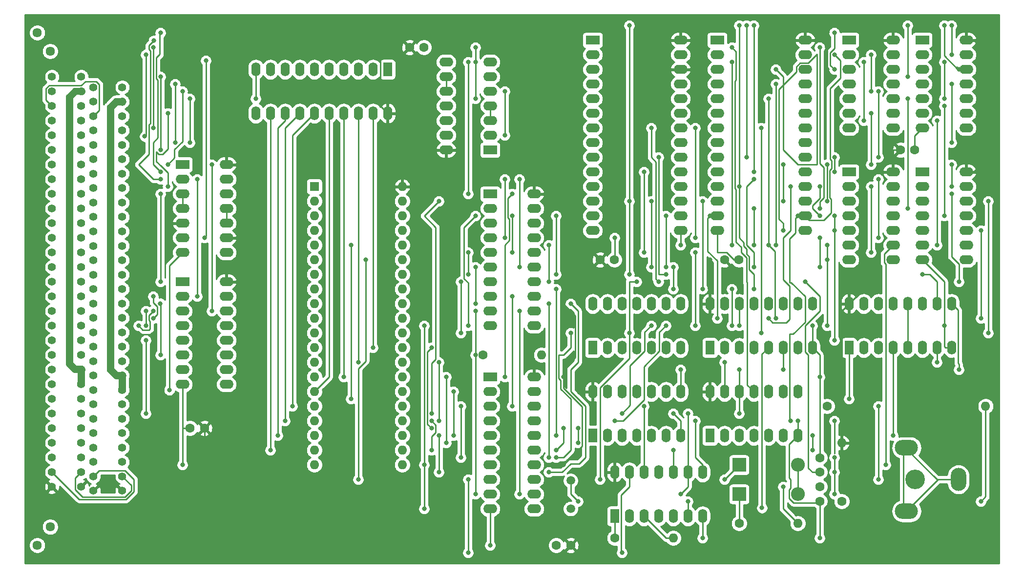
<source format=gbr>
%TF.GenerationSoftware,KiCad,Pcbnew,(5.1.10)-1*%
%TF.CreationDate,2022-01-24T17:18:53+01:00*%
%TF.ProjectId,GDC01,47444330-312e-46b6-9963-61645f706362,rev?*%
%TF.SameCoordinates,Original*%
%TF.FileFunction,Copper,L1,Top*%
%TF.FilePolarity,Positive*%
%FSLAX46Y46*%
G04 Gerber Fmt 4.6, Leading zero omitted, Abs format (unit mm)*
G04 Created by KiCad (PCBNEW (5.1.10)-1) date 2022-01-24 17:18:53*
%MOMM*%
%LPD*%
G01*
G04 APERTURE LIST*
%TA.AperFunction,ComponentPad*%
%ADD10O,4.000000X2.700000*%
%TD*%
%TA.AperFunction,ComponentPad*%
%ADD11C,3.400000*%
%TD*%
%TA.AperFunction,ComponentPad*%
%ADD12O,2.700000X4.000000*%
%TD*%
%TA.AperFunction,ComponentPad*%
%ADD13C,1.600000*%
%TD*%
%TA.AperFunction,ComponentPad*%
%ADD14C,1.500000*%
%TD*%
%TA.AperFunction,ComponentPad*%
%ADD15O,1.600000X2.400000*%
%TD*%
%TA.AperFunction,ComponentPad*%
%ADD16R,1.600000X2.400000*%
%TD*%
%TA.AperFunction,ComponentPad*%
%ADD17O,1.600000X1.600000*%
%TD*%
%TA.AperFunction,ComponentPad*%
%ADD18O,2.400000X2.400000*%
%TD*%
%TA.AperFunction,ComponentPad*%
%ADD19R,2.400000X2.400000*%
%TD*%
%TA.AperFunction,ComponentPad*%
%ADD20R,2.400000X1.600000*%
%TD*%
%TA.AperFunction,ComponentPad*%
%ADD21O,2.400000X1.600000*%
%TD*%
%TA.AperFunction,ComponentPad*%
%ADD22R,1.600000X1.600000*%
%TD*%
%TA.AperFunction,ComponentPad*%
%ADD23C,1.610000*%
%TD*%
%TA.AperFunction,ComponentPad*%
%ADD24C,1.400000*%
%TD*%
%TA.AperFunction,SMDPad,CuDef*%
%ADD25C,0.100000*%
%TD*%
%TA.AperFunction,ViaPad*%
%ADD26C,0.800000*%
%TD*%
%TA.AperFunction,Conductor*%
%ADD27C,0.250000*%
%TD*%
%TA.AperFunction,Conductor*%
%ADD28C,0.254000*%
%TD*%
%TA.AperFunction,Conductor*%
%ADD29C,0.100000*%
%TD*%
G04 APERTURE END LIST*
D10*
%TO.P,J1,2*%
%TO.N,GND*%
X204280000Y-150710000D03*
X204280000Y-161710000D03*
D11*
%TO.P,J1,1*%
%TO.N,Net-(C2-Pad1)*%
X205780000Y-156210000D03*
D12*
%TO.P,J1,2*%
%TO.N,GND*%
X213280000Y-156210000D03*
%TD*%
D13*
%TO.P,C9,2*%
%TO.N,GND*%
X143550000Y-167640000D03*
%TO.P,C9,1*%
%TO.N,+5P*%
X146050000Y-167640000D03*
%TD*%
%TO.P,C8,2*%
%TO.N,GND*%
X205700000Y-99060000D03*
%TO.P,C8,1*%
%TO.N,+5P*%
X203200000Y-99060000D03*
%TD*%
%TO.P,C7,2*%
%TO.N,GND*%
X153630000Y-118110000D03*
%TO.P,C7,1*%
%TO.N,+5P*%
X151130000Y-118110000D03*
%TD*%
%TO.P,C6,2*%
%TO.N,GND*%
X175220000Y-118110000D03*
%TO.P,C6,1*%
%TO.N,+5P*%
X172720000Y-118110000D03*
%TD*%
%TO.P,C5,2*%
%TO.N,GND*%
X80050000Y-147320000D03*
%TO.P,C5,1*%
%TO.N,+5P*%
X82550000Y-147320000D03*
%TD*%
%TO.P,C4,2*%
%TO.N,GND*%
X120610000Y-81280000D03*
%TO.P,C4,1*%
%TO.N,+5P*%
X118110000Y-81280000D03*
%TD*%
D14*
%TO.P,Y1,2*%
%TO.N,Net-(U1-Pad4)*%
X146050000Y-156410000D03*
%TO.P,Y1,1*%
%TO.N,Net-(R1-Pad1)*%
X146050000Y-161290000D03*
%TD*%
D15*
%TO.P,U9,14*%
%TO.N,+5P*%
X170180000Y-140970000D03*
%TO.P,U9,7*%
%TO.N,GND*%
X185420000Y-148590000D03*
%TO.P,U9,13*%
%TO.N,Net-(U7-Pad7)*%
X172720000Y-140970000D03*
%TO.P,U9,6*%
%TO.N,N/C*%
X182880000Y-148590000D03*
%TO.P,U9,12*%
%TO.N,Net-(U1-Pad9)*%
X175260000Y-140970000D03*
%TO.P,U9,5*%
%TO.N,N/C*%
X180340000Y-148590000D03*
%TO.P,U9,11*%
%TO.N,Net-(U16-Pad27)*%
X177800000Y-140970000D03*
%TO.P,U9,4*%
%TO.N,N/C*%
X177800000Y-148590000D03*
%TO.P,U9,10*%
X180340000Y-140970000D03*
%TO.P,U9,3*%
X175260000Y-148590000D03*
%TO.P,U9,9*%
X182880000Y-140970000D03*
%TO.P,U9,2*%
X172720000Y-148590000D03*
%TO.P,U9,8*%
X185420000Y-140970000D03*
D16*
%TO.P,U9,1*%
X170180000Y-148590000D03*
%TD*%
D17*
%TO.P,R4,2*%
%TO.N,Net-(R4-Pad2)*%
X140970000Y-134620000D03*
D13*
%TO.P,R4,1*%
%TO.N,Net-(C3-Pad1)*%
X130810000Y-134620000D03*
%TD*%
D17*
%TO.P,R3,2*%
%TO.N,+5P*%
X193040000Y-149860000D03*
D13*
%TO.P,R3,1*%
%TO.N,Net-(C2-Pad2)*%
X193040000Y-160020000D03*
%TD*%
D17*
%TO.P,R2,2*%
%TO.N,Net-(R2-Pad2)*%
X185420000Y-163830000D03*
D13*
%TO.P,R2,1*%
%TO.N,Net-(D1-Pad1)*%
X175260000Y-163830000D03*
%TD*%
D17*
%TO.P,R1,2*%
%TO.N,Net-(R1-Pad2)*%
X163830000Y-166370000D03*
D13*
%TO.P,R1,1*%
%TO.N,Net-(R1-Pad1)*%
X153670000Y-166370000D03*
%TD*%
D18*
%TO.P,D2,2*%
%TO.N,Net-(C2-Pad2)*%
X185420000Y-153670000D03*
D19*
%TO.P,D2,1*%
%TO.N,Net-(D2-Pad1)*%
X175260000Y-153670000D03*
%TD*%
D18*
%TO.P,D1,2*%
%TO.N,Net-(C2-Pad2)*%
X185420000Y-158750000D03*
D19*
%TO.P,D1,1*%
%TO.N,Net-(D1-Pad1)*%
X175260000Y-158750000D03*
%TD*%
D13*
%TO.P,C3,2*%
%TO.N,GND*%
X189230000Y-159980000D03*
%TO.P,C3,1*%
%TO.N,Net-(C3-Pad1)*%
X189230000Y-157480000D03*
%TD*%
D17*
%TO.P,C2,2*%
%TO.N,Net-(C2-Pad2)*%
X218000000Y-143510000D03*
D13*
%TO.P,C2,1*%
%TO.N,Net-(C2-Pad1)*%
X190500000Y-143510000D03*
%TD*%
%TO.P,C1,2*%
%TO.N,GND*%
X189230000Y-152440000D03*
%TO.P,C1,1*%
%TO.N,Net-(C1-Pad1)*%
X189230000Y-154940000D03*
%TD*%
D15*
%TO.P,U1,14*%
%TO.N,+5P*%
X153670000Y-154940000D03*
%TO.P,U1,7*%
%TO.N,GND*%
X168910000Y-162560000D03*
%TO.P,U1,13*%
%TO.N,Net-(D2-Pad1)*%
X156210000Y-154940000D03*
%TO.P,U1,6*%
%TO.N,Net-(U1-Pad6)*%
X166370000Y-162560000D03*
%TO.P,U1,12*%
%TO.N,Net-(U1-Pad12)*%
X158750000Y-154940000D03*
%TO.P,U1,5*%
%TO.N,Net-(U1-Pad4)*%
X163830000Y-162560000D03*
%TO.P,U1,11*%
%TO.N,Net-(U1-Pad11)*%
X161290000Y-154940000D03*
%TO.P,U1,4*%
%TO.N,Net-(U1-Pad4)*%
X161290000Y-162560000D03*
%TO.P,U1,10*%
%TO.N,Net-(U1-Pad10)*%
X163830000Y-154940000D03*
%TO.P,U1,3*%
%TO.N,Net-(R1-Pad2)*%
X158750000Y-162560000D03*
%TO.P,U1,9*%
%TO.N,Net-(U1-Pad9)*%
X166370000Y-154940000D03*
%TO.P,U1,2*%
%TO.N,Net-(R1-Pad2)*%
X156210000Y-162560000D03*
%TO.P,U1,8*%
%TO.N,Net-(U1-Pad8)*%
X168910000Y-154940000D03*
D16*
%TO.P,U1,1*%
%TO.N,Net-(R1-Pad1)*%
X153670000Y-162560000D03*
%TD*%
D15*
%TO.P,U6,14*%
%TO.N,+5P*%
X149860000Y-140970000D03*
%TO.P,U6,7*%
%TO.N,GND*%
X165100000Y-148590000D03*
%TO.P,U6,13*%
%TO.N,Net-(U6-Pad13)*%
X152400000Y-140970000D03*
%TO.P,U6,6*%
%TO.N,N/C*%
X162560000Y-148590000D03*
%TO.P,U6,12*%
%TO.N,Net-(U6-Pad12)*%
X154940000Y-140970000D03*
%TO.P,U6,5*%
%TO.N,N/C*%
X160020000Y-148590000D03*
%TO.P,U6,11*%
%TO.N,Net-(U6-Pad11)*%
X157480000Y-140970000D03*
%TO.P,U6,4*%
%TO.N,N/C*%
X157480000Y-148590000D03*
%TO.P,U6,10*%
%TO.N,Net-(U6-Pad10)*%
X160020000Y-140970000D03*
%TO.P,U6,3*%
%TO.N,N/C*%
X154940000Y-148590000D03*
%TO.P,U6,9*%
%TO.N,Net-(U6-Pad9)*%
X162560000Y-140970000D03*
%TO.P,U6,2*%
%TO.N,N/C*%
X152400000Y-148590000D03*
%TO.P,U6,8*%
%TO.N,Net-(R4-Pad2)*%
X165100000Y-140970000D03*
D16*
%TO.P,U6,1*%
%TO.N,N/C*%
X149860000Y-148590000D03*
%TD*%
%TO.P,U2,1*%
%TO.N,Net-(U2-Pad1)*%
X114300000Y-85090000D03*
D15*
%TO.P,U2,11*%
%TO.N,Net-(U2-Pad11)*%
X91440000Y-92710000D03*
%TO.P,U2,2*%
%TO.N,Net-(U2-Pad2)*%
X111760000Y-85090000D03*
%TO.P,U2,12*%
%TO.N,Net-(U2-Pad12)*%
X93980000Y-92710000D03*
%TO.P,U2,3*%
%TO.N,Net-(U2-Pad3)*%
X109220000Y-85090000D03*
%TO.P,U2,13*%
%TO.N,Net-(U2-Pad13)*%
X96520000Y-92710000D03*
%TO.P,U2,4*%
%TO.N,Net-(U2-Pad4)*%
X106680000Y-85090000D03*
%TO.P,U2,14*%
%TO.N,Net-(U2-Pad14)*%
X99060000Y-92710000D03*
%TO.P,U2,5*%
%TO.N,Net-(U2-Pad5)*%
X104140000Y-85090000D03*
%TO.P,U2,15*%
%TO.N,Net-(U2-Pad15)*%
X101600000Y-92710000D03*
%TO.P,U2,6*%
%TO.N,Net-(U2-Pad6)*%
X101600000Y-85090000D03*
%TO.P,U2,16*%
%TO.N,Net-(U2-Pad16)*%
X104140000Y-92710000D03*
%TO.P,U2,7*%
%TO.N,Net-(U2-Pad7)*%
X99060000Y-85090000D03*
%TO.P,U2,17*%
%TO.N,Net-(U2-Pad17)*%
X106680000Y-92710000D03*
%TO.P,U2,8*%
%TO.N,Net-(U2-Pad8)*%
X96520000Y-85090000D03*
%TO.P,U2,18*%
%TO.N,Net-(U2-Pad18)*%
X109220000Y-92710000D03*
%TO.P,U2,9*%
%TO.N,Net-(U2-Pad9)*%
X93980000Y-85090000D03*
%TO.P,U2,19*%
%TO.N,Net-(U2-Pad19)*%
X111760000Y-92710000D03*
%TO.P,U2,10*%
%TO.N,GND*%
X91440000Y-85090000D03*
%TO.P,U2,20*%
%TO.N,+5P*%
X114300000Y-92710000D03*
%TD*%
D20*
%TO.P,U3,1*%
%TO.N,Net-(U3-Pad1)*%
X78740000Y-121920000D03*
D21*
%TO.P,U3,9*%
%TO.N,Net-(U3-Pad9)*%
X86360000Y-139700000D03*
%TO.P,U3,2*%
%TO.N,Net-(U3-Pad2)*%
X78740000Y-124460000D03*
%TO.P,U3,10*%
%TO.N,Net-(U3-Pad10)*%
X86360000Y-137160000D03*
%TO.P,U3,3*%
%TO.N,Net-(U3-Pad3)*%
X78740000Y-127000000D03*
%TO.P,U3,11*%
%TO.N,Net-(U3-Pad11)*%
X86360000Y-134620000D03*
%TO.P,U3,4*%
%TO.N,Net-(U3-Pad4)*%
X78740000Y-129540000D03*
%TO.P,U3,12*%
%TO.N,Net-(U3-Pad12)*%
X86360000Y-132080000D03*
%TO.P,U3,5*%
%TO.N,Net-(U3-Pad5)*%
X78740000Y-132080000D03*
%TO.P,U3,13*%
%TO.N,Net-(U3-Pad13)*%
X86360000Y-129540000D03*
%TO.P,U3,6*%
%TO.N,Net-(U3-Pad6)*%
X78740000Y-134620000D03*
%TO.P,U3,14*%
%TO.N,Net-(U3-Pad14)*%
X86360000Y-127000000D03*
%TO.P,U3,7*%
%TO.N,Net-(U3-Pad7)*%
X78740000Y-137160000D03*
%TO.P,U3,15*%
%TO.N,Net-(U3-Pad15)*%
X86360000Y-124460000D03*
%TO.P,U3,8*%
%TO.N,GND*%
X78740000Y-139700000D03*
%TO.P,U3,16*%
%TO.N,+5P*%
X86360000Y-121920000D03*
%TD*%
D15*
%TO.P,U7,16*%
%TO.N,+5P*%
X194310000Y-125730000D03*
%TO.P,U7,8*%
%TO.N,GND*%
X212090000Y-133350000D03*
%TO.P,U7,15*%
%TO.N,Net-(U7-Pad15)*%
X196850000Y-125730000D03*
%TO.P,U7,7*%
%TO.N,Net-(U7-Pad7)*%
X209550000Y-133350000D03*
%TO.P,U7,14*%
%TO.N,Net-(U7-Pad14)*%
X199390000Y-125730000D03*
%TO.P,U7,6*%
%TO.N,Net-(U7-Pad6)*%
X207010000Y-133350000D03*
%TO.P,U7,13*%
%TO.N,Net-(U7-Pad13)*%
X201930000Y-125730000D03*
%TO.P,U7,5*%
%TO.N,Net-(U7-Pad12)*%
X204470000Y-133350000D03*
%TO.P,U7,12*%
X204470000Y-125730000D03*
%TO.P,U7,4*%
%TO.N,Net-(U1-Pad10)*%
X201930000Y-133350000D03*
%TO.P,U7,11*%
%TO.N,Net-(U7-Pad11)*%
X207010000Y-125730000D03*
%TO.P,U7,3*%
%TO.N,Net-(U7-Pad3)*%
X199390000Y-133350000D03*
%TO.P,U7,10*%
%TO.N,Net-(U14-Pad1)*%
X209550000Y-125730000D03*
%TO.P,U7,2*%
%TO.N,Net-(U7-Pad12)*%
X196850000Y-133350000D03*
%TO.P,U7,9*%
%TO.N,Net-(U1-Pad9)*%
X212090000Y-125730000D03*
D16*
%TO.P,U7,1*%
%TO.N,Net-(U1-Pad12)*%
X194310000Y-133350000D03*
%TD*%
D21*
%TO.P,U14,14*%
%TO.N,+5P*%
X124460000Y-99060000D03*
%TO.P,U14,7*%
%TO.N,GND*%
X132080000Y-83820000D03*
%TO.P,U14,13*%
%TO.N,N/C*%
X124460000Y-96520000D03*
%TO.P,U14,6*%
%TO.N,Net-(U14-Pad10)*%
X132080000Y-86360000D03*
%TO.P,U14,12*%
%TO.N,N/C*%
X124460000Y-93980000D03*
%TO.P,U14,5*%
%TO.N,Net-(U14-Pad2)*%
X132080000Y-88900000D03*
%TO.P,U14,11*%
%TO.N,N/C*%
X124460000Y-91440000D03*
%TO.P,U14,4*%
%TO.N,Net-(C1-Pad1)*%
X132080000Y-91440000D03*
%TO.P,U14,10*%
%TO.N,Net-(U14-Pad10)*%
X124460000Y-88900000D03*
%TO.P,U14,3*%
%TO.N,Net-(C1-Pad1)*%
X132080000Y-93980000D03*
%TO.P,U14,9*%
%TO.N,Net-(U14-Pad10)*%
X124460000Y-86360000D03*
%TO.P,U14,2*%
%TO.N,Net-(U14-Pad2)*%
X132080000Y-96520000D03*
%TO.P,U14,8*%
%TO.N,Net-(U14-Pad8)*%
X124460000Y-83820000D03*
D20*
%TO.P,U14,1*%
%TO.N,Net-(U14-Pad1)*%
X132080000Y-99060000D03*
%TD*%
%TO.P,U5,1*%
%TO.N,Net-(U3-Pad14)*%
X78740000Y-101600000D03*
D21*
%TO.P,U5,8*%
%TO.N,Net-(D2-Pad1)*%
X86360000Y-116840000D03*
%TO.P,U5,2*%
%TO.N,Net-(U3-Pad15)*%
X78740000Y-104140000D03*
%TO.P,U5,9*%
%TO.N,+5P*%
X86360000Y-114300000D03*
%TO.P,U5,3*%
%TO.N,Net-(U5-Pad3)*%
X78740000Y-106680000D03*
%TO.P,U5,10*%
%TO.N,Net-(U5-Pad10)*%
X86360000Y-111760000D03*
%TO.P,U5,4*%
%TO.N,Net-(U5-Pad3)*%
X78740000Y-109220000D03*
%TO.P,U5,11*%
%TO.N,Net-(U5-Pad10)*%
X86360000Y-109220000D03*
%TO.P,U5,5*%
%TO.N,+5P*%
X78740000Y-111760000D03*
%TO.P,U5,12*%
%TO.N,Net-(U5-Pad12)*%
X86360000Y-106680000D03*
%TO.P,U5,6*%
%TO.N,Net-(U2-Pad9)*%
X78740000Y-114300000D03*
%TO.P,U5,13*%
%TO.N,Net-(U5-Pad13)*%
X86360000Y-104140000D03*
%TO.P,U5,7*%
%TO.N,GND*%
X78740000Y-116840000D03*
%TO.P,U5,14*%
%TO.N,+5P*%
X86360000Y-101600000D03*
%TD*%
D16*
%TO.P,U6,1*%
%TO.N,Net-(U6-Pad1)*%
X149860000Y-133350000D03*
D15*
%TO.P,U6,8*%
%TO.N,N/C*%
X165100000Y-125730000D03*
%TO.P,U6,2*%
%TO.N,Net-(U6-Pad2)*%
X152400000Y-133350000D03*
%TO.P,U6,9*%
%TO.N,N/C*%
X162560000Y-125730000D03*
%TO.P,U6,3*%
%TO.N,Net-(U6-Pad3)*%
X154940000Y-133350000D03*
%TO.P,U6,10*%
%TO.N,N/C*%
X160020000Y-125730000D03*
%TO.P,U6,4*%
%TO.N,Net-(U6-Pad4)*%
X157480000Y-133350000D03*
%TO.P,U6,11*%
%TO.N,N/C*%
X157480000Y-125730000D03*
%TO.P,U6,5*%
%TO.N,Net-(U6-Pad5)*%
X160020000Y-133350000D03*
%TO.P,U6,12*%
%TO.N,N/C*%
X154940000Y-125730000D03*
%TO.P,U6,6*%
%TO.N,Net-(U6-Pad6)*%
X162560000Y-133350000D03*
%TO.P,U6,13*%
%TO.N,N/C*%
X152400000Y-125730000D03*
%TO.P,U6,7*%
X165100000Y-133350000D03*
%TO.P,U6,14*%
X149860000Y-125730000D03*
%TD*%
D16*
%TO.P,U4,1*%
%TO.N,Net-(U4-Pad1)*%
X170180000Y-133350000D03*
D15*
%TO.P,U4,9*%
%TO.N,Net-(U4-Pad9)*%
X187960000Y-125730000D03*
%TO.P,U4,2*%
%TO.N,Net-(U4-Pad2)*%
X172720000Y-133350000D03*
%TO.P,U4,10*%
%TO.N,Net-(U4-Pad10)*%
X185420000Y-125730000D03*
%TO.P,U4,3*%
%TO.N,Net-(U4-Pad3)*%
X175260000Y-133350000D03*
%TO.P,U4,11*%
%TO.N,Net-(U4-Pad11)*%
X182880000Y-125730000D03*
%TO.P,U4,4*%
%TO.N,Net-(U4-Pad4)*%
X177800000Y-133350000D03*
%TO.P,U4,12*%
%TO.N,Net-(U4-Pad12)*%
X180340000Y-125730000D03*
%TO.P,U4,5*%
%TO.N,Net-(U1-Pad6)*%
X180340000Y-133350000D03*
%TO.P,U4,13*%
%TO.N,Net-(U4-Pad13)*%
X177800000Y-125730000D03*
%TO.P,U4,6*%
%TO.N,Net-(U1-Pad9)*%
X182880000Y-133350000D03*
%TO.P,U4,14*%
%TO.N,GND*%
X175260000Y-125730000D03*
%TO.P,U4,7*%
%TO.N,Net-(U4-Pad7)*%
X185420000Y-133350000D03*
%TO.P,U4,15*%
%TO.N,Net-(U4-Pad15)*%
X172720000Y-125730000D03*
%TO.P,U4,8*%
%TO.N,GND*%
X187960000Y-133350000D03*
%TO.P,U4,16*%
%TO.N,+5P*%
X170180000Y-125730000D03*
%TD*%
D22*
%TO.P,U8,1*%
%TO.N,Net-(U1-Pad8)*%
X101600000Y-105410000D03*
D17*
%TO.P,U8,21*%
%TO.N,GND*%
X116840000Y-153670000D03*
%TO.P,U8,2*%
%TO.N,Net-(U8-Pad2)*%
X101600000Y-107950000D03*
%TO.P,U8,22*%
%TO.N,/A0*%
X116840000Y-151130000D03*
%TO.P,U8,3*%
%TO.N,Net-(U5-Pad13)*%
X101600000Y-110490000D03*
%TO.P,U8,23*%
%TO.N,/A1*%
X116840000Y-148590000D03*
%TO.P,U8,4*%
%TO.N,Net-(U5-Pad12)*%
X101600000Y-113030000D03*
%TO.P,U8,24*%
%TO.N,/A2*%
X116840000Y-146050000D03*
%TO.P,U8,5*%
%TO.N,Net-(U6-Pad12)*%
X101600000Y-115570000D03*
%TO.P,U8,25*%
%TO.N,/A3*%
X116840000Y-143510000D03*
%TO.P,U8,6*%
%TO.N,Net-(D2-Pad1)*%
X101600000Y-118110000D03*
%TO.P,U8,26*%
%TO.N,/A4*%
X116840000Y-140970000D03*
%TO.P,U8,7*%
%TO.N,Net-(U8-Pad7)*%
X101600000Y-120650000D03*
%TO.P,U8,27*%
%TO.N,/A5*%
X116840000Y-138430000D03*
%TO.P,U8,8*%
%TO.N,Net-(U8-Pad8)*%
X101600000Y-123190000D03*
%TO.P,U8,28*%
%TO.N,/A6*%
X116840000Y-135890000D03*
%TO.P,U8,9*%
%TO.N,Net-(U3-Pad14)*%
X101600000Y-125730000D03*
%TO.P,U8,29*%
%TO.N,/A7*%
X116840000Y-133350000D03*
%TO.P,U8,10*%
%TO.N,Net-(U3-Pad15)*%
X101600000Y-128270000D03*
%TO.P,U8,30*%
%TO.N,/A8*%
X116840000Y-130810000D03*
%TO.P,U8,11*%
%TO.N,Net-(U8-Pad11)*%
X101600000Y-130810000D03*
%TO.P,U8,31*%
%TO.N,/A9*%
X116840000Y-128270000D03*
%TO.P,U8,12*%
%TO.N,Net-(U2-Pad19)*%
X101600000Y-133350000D03*
%TO.P,U8,32*%
%TO.N,/A10*%
X116840000Y-125730000D03*
%TO.P,U8,13*%
%TO.N,Net-(U2-Pad18)*%
X101600000Y-135890000D03*
%TO.P,U8,33*%
%TO.N,/A11*%
X116840000Y-123190000D03*
%TO.P,U8,14*%
%TO.N,Net-(U2-Pad17)*%
X101600000Y-138430000D03*
%TO.P,U8,34*%
%TO.N,/A12*%
X116840000Y-120650000D03*
%TO.P,U8,15*%
%TO.N,Net-(U2-Pad16)*%
X101600000Y-140970000D03*
%TO.P,U8,35*%
%TO.N,Net-(U16-Pad17)*%
X116840000Y-118110000D03*
%TO.P,U8,16*%
%TO.N,Net-(U2-Pad15)*%
X101600000Y-143510000D03*
%TO.P,U8,36*%
%TO.N,Net-(U16-Pad18)*%
X116840000Y-115570000D03*
%TO.P,U8,17*%
%TO.N,Net-(U2-Pad14)*%
X101600000Y-146050000D03*
%TO.P,U8,37*%
%TO.N,Net-(U16-Pad19)*%
X116840000Y-113030000D03*
%TO.P,U8,18*%
%TO.N,Net-(U2-Pad13)*%
X101600000Y-148590000D03*
%TO.P,U8,38*%
%TO.N,Net-(U8-Pad38)*%
X116840000Y-110490000D03*
%TO.P,U8,19*%
%TO.N,Net-(U2-Pad12)*%
X101600000Y-151130000D03*
%TO.P,U8,39*%
%TO.N,Net-(U8-Pad39)*%
X116840000Y-107950000D03*
%TO.P,U8,20*%
%TO.N,GND*%
X101600000Y-153670000D03*
%TO.P,U8,40*%
%TO.N,+5P*%
X116840000Y-105410000D03*
%TD*%
D20*
%TO.P,U10,1*%
%TO.N,Net-(U10-Pad1)*%
X194310000Y-102870000D03*
D21*
%TO.P,U10,8*%
%TO.N,Net-(U10-Pad8)*%
X201930000Y-118110000D03*
%TO.P,U10,2*%
%TO.N,/A0*%
X194310000Y-105410000D03*
%TO.P,U10,9*%
%TO.N,Net-(D2-Pad1)*%
X201930000Y-115570000D03*
%TO.P,U10,3*%
%TO.N,/A1*%
X194310000Y-107950000D03*
%TO.P,U10,10*%
%TO.N,Net-(U10-Pad10)*%
X201930000Y-113030000D03*
%TO.P,U10,4*%
%TO.N,/A3*%
X194310000Y-110490000D03*
%TO.P,U10,11*%
%TO.N,Net-(U10-Pad11)*%
X201930000Y-110490000D03*
%TO.P,U10,5*%
%TO.N,Net-(U10-Pad5)*%
X194310000Y-113030000D03*
%TO.P,U10,12*%
%TO.N,Net-(U10-Pad12)*%
X201930000Y-107950000D03*
%TO.P,U10,6*%
%TO.N,Net-(U10-Pad6)*%
X194310000Y-115570000D03*
%TO.P,U10,13*%
%TO.N,Net-(U10-Pad13)*%
X201930000Y-105410000D03*
%TO.P,U10,7*%
%TO.N,GND*%
X194310000Y-118110000D03*
%TO.P,U10,14*%
%TO.N,+5P*%
X201930000Y-102870000D03*
%TD*%
%TO.P,U11,14*%
%TO.N,+5P*%
X201930000Y-80010000D03*
%TO.P,U11,7*%
%TO.N,GND*%
X194310000Y-95250000D03*
%TO.P,U11,13*%
%TO.N,Net-(U11-Pad13)*%
X201930000Y-82550000D03*
%TO.P,U11,6*%
%TO.N,Net-(U11-Pad6)*%
X194310000Y-92710000D03*
%TO.P,U11,12*%
%TO.N,Net-(U11-Pad12)*%
X201930000Y-85090000D03*
%TO.P,U11,5*%
%TO.N,Net-(U11-Pad5)*%
X194310000Y-90170000D03*
%TO.P,U11,11*%
%TO.N,Net-(U11-Pad11)*%
X201930000Y-87630000D03*
%TO.P,U11,4*%
%TO.N,Net-(U11-Pad4)*%
X194310000Y-87630000D03*
%TO.P,U11,10*%
%TO.N,Net-(U11-Pad10)*%
X201930000Y-90170000D03*
%TO.P,U11,3*%
%TO.N,/A2*%
X194310000Y-85090000D03*
%TO.P,U11,9*%
%TO.N,Net-(U11-Pad9)*%
X201930000Y-92710000D03*
%TO.P,U11,2*%
%TO.N,/A4*%
X194310000Y-82550000D03*
%TO.P,U11,8*%
%TO.N,Net-(U11-Pad8)*%
X201930000Y-95250000D03*
D20*
%TO.P,U11,1*%
%TO.N,Net-(U11-Pad1)*%
X194310000Y-80010000D03*
%TD*%
%TO.P,U12,1*%
%TO.N,Net-(U12-Pad1)*%
X207010000Y-80010000D03*
D21*
%TO.P,U12,8*%
%TO.N,Net-(U12-Pad8)*%
X214630000Y-95250000D03*
%TO.P,U12,2*%
%TO.N,/A11*%
X207010000Y-82550000D03*
%TO.P,U12,9*%
%TO.N,Net-(U11-Pad9)*%
X214630000Y-92710000D03*
%TO.P,U12,3*%
%TO.N,/A9*%
X207010000Y-85090000D03*
%TO.P,U12,10*%
%TO.N,Net-(U12-Pad10)*%
X214630000Y-90170000D03*
%TO.P,U12,4*%
%TO.N,/A7*%
X207010000Y-87630000D03*
%TO.P,U12,11*%
%TO.N,Net-(U12-Pad11)*%
X214630000Y-87630000D03*
%TO.P,U12,5*%
%TO.N,/A5*%
X207010000Y-90170000D03*
%TO.P,U12,12*%
%TO.N,Net-(U12-Pad12)*%
X214630000Y-85090000D03*
%TO.P,U12,6*%
%TO.N,Net-(U12-Pad6)*%
X207010000Y-92710000D03*
%TO.P,U12,13*%
%TO.N,Net-(U12-Pad13)*%
X214630000Y-82550000D03*
%TO.P,U12,7*%
%TO.N,GND*%
X207010000Y-95250000D03*
%TO.P,U12,14*%
%TO.N,+5P*%
X214630000Y-80010000D03*
%TD*%
%TO.P,U13,14*%
%TO.N,+5P*%
X214630000Y-102870000D03*
%TO.P,U13,7*%
%TO.N,GND*%
X207010000Y-118110000D03*
%TO.P,U13,13*%
%TO.N,Net-(U13-Pad13)*%
X214630000Y-105410000D03*
%TO.P,U13,6*%
%TO.N,Net-(U13-Pad6)*%
X207010000Y-115570000D03*
%TO.P,U13,12*%
%TO.N,Net-(U13-Pad12)*%
X214630000Y-107950000D03*
%TO.P,U13,5*%
%TO.N,/A6*%
X207010000Y-113030000D03*
%TO.P,U13,11*%
%TO.N,Net-(U13-Pad11)*%
X214630000Y-110490000D03*
%TO.P,U13,4*%
%TO.N,/A8*%
X207010000Y-110490000D03*
%TO.P,U13,10*%
%TO.N,Net-(U13-Pad10)*%
X214630000Y-113030000D03*
%TO.P,U13,3*%
%TO.N,/A10*%
X207010000Y-107950000D03*
%TO.P,U13,9*%
%TO.N,Net-(U11-Pad9)*%
X214630000Y-115570000D03*
%TO.P,U13,2*%
%TO.N,/A12*%
X207010000Y-105410000D03*
%TO.P,U13,8*%
%TO.N,Net-(U13-Pad8)*%
X214630000Y-118110000D03*
D20*
%TO.P,U13,1*%
%TO.N,Net-(U13-Pad1)*%
X207010000Y-102870000D03*
%TD*%
%TO.P,U15,1*%
%TO.N,Net-(U15-Pad1)*%
X171450000Y-80010000D03*
D21*
%TO.P,U15,15*%
%TO.N,/A3*%
X186690000Y-113030000D03*
%TO.P,U15,2*%
%TO.N,Net-(U10-Pad11)*%
X171450000Y-82550000D03*
%TO.P,U15,16*%
%TO.N,/A4*%
X186690000Y-110490000D03*
%TO.P,U15,3*%
%TO.N,Net-(U10-Pad12)*%
X171450000Y-85090000D03*
%TO.P,U15,17*%
%TO.N,/A5*%
X186690000Y-107950000D03*
%TO.P,U15,4*%
%TO.N,Net-(U10-Pad13)*%
X171450000Y-87630000D03*
%TO.P,U15,18*%
%TO.N,/A6*%
X186690000Y-105410000D03*
%TO.P,U15,5*%
%TO.N,Net-(U13-Pad10)*%
X171450000Y-90170000D03*
%TO.P,U15,19*%
%TO.N,/A7*%
X186690000Y-102870000D03*
%TO.P,U15,6*%
%TO.N,Net-(U12-Pad10)*%
X171450000Y-92710000D03*
%TO.P,U15,20*%
%TO.N,Net-(U11-Pad9)*%
X186690000Y-100330000D03*
%TO.P,U15,7*%
%TO.N,Net-(U13-Pad12)*%
X171450000Y-95250000D03*
%TO.P,U15,21*%
%TO.N,Net-(U12-Pad11)*%
X186690000Y-97790000D03*
%TO.P,U15,8*%
%TO.N,Net-(U13-Pad13)*%
X171450000Y-97790000D03*
%TO.P,U15,22*%
%TO.N,GND*%
X186690000Y-95250000D03*
%TO.P,U15,9*%
%TO.N,Net-(U12-Pad12)*%
X171450000Y-100330000D03*
%TO.P,U15,23*%
%TO.N,Net-(U13-Pad11)*%
X186690000Y-92710000D03*
%TO.P,U15,10*%
%TO.N,Net-(U12-Pad13)*%
X171450000Y-102870000D03*
%TO.P,U15,24*%
%TO.N,Net-(U11-Pad13)*%
X186690000Y-90170000D03*
%TO.P,U15,11*%
%TO.N,/A2*%
X171450000Y-105410000D03*
%TO.P,U15,25*%
%TO.N,Net-(U11-Pad12)*%
X186690000Y-87630000D03*
%TO.P,U15,12*%
%TO.N,/A1*%
X171450000Y-107950000D03*
%TO.P,U15,26*%
%TO.N,+5P*%
X186690000Y-85090000D03*
%TO.P,U15,13*%
%TO.N,/A0*%
X171450000Y-110490000D03*
%TO.P,U15,27*%
%TO.N,Net-(U15-Pad27)*%
X186690000Y-82550000D03*
%TO.P,U15,14*%
%TO.N,GND*%
X171450000Y-113030000D03*
%TO.P,U15,28*%
%TO.N,+5P*%
X186690000Y-80010000D03*
%TD*%
%TO.P,U16,28*%
%TO.N,+5P*%
X165100000Y-80010000D03*
%TO.P,U16,14*%
%TO.N,GND*%
X149860000Y-113030000D03*
%TO.P,U16,27*%
%TO.N,Net-(U16-Pad27)*%
X165100000Y-82550000D03*
%TO.P,U16,13*%
%TO.N,/A8*%
X149860000Y-110490000D03*
%TO.P,U16,26*%
%TO.N,+5P*%
X165100000Y-85090000D03*
%TO.P,U16,12*%
%TO.N,/A9*%
X149860000Y-107950000D03*
%TO.P,U16,25*%
%TO.N,Net-(U11-Pad12)*%
X165100000Y-87630000D03*
%TO.P,U16,11*%
%TO.N,/A10*%
X149860000Y-105410000D03*
%TO.P,U16,24*%
%TO.N,Net-(U11-Pad13)*%
X165100000Y-90170000D03*
%TO.P,U16,10*%
%TO.N,Net-(U12-Pad13)*%
X149860000Y-102870000D03*
%TO.P,U16,23*%
%TO.N,Net-(U13-Pad11)*%
X165100000Y-92710000D03*
%TO.P,U16,9*%
%TO.N,Net-(U12-Pad12)*%
X149860000Y-100330000D03*
%TO.P,U16,22*%
%TO.N,GND*%
X165100000Y-95250000D03*
%TO.P,U16,8*%
%TO.N,Net-(U13-Pad13)*%
X149860000Y-97790000D03*
%TO.P,U16,21*%
%TO.N,Net-(U12-Pad11)*%
X165100000Y-97790000D03*
%TO.P,U16,7*%
%TO.N,Net-(U13-Pad12)*%
X149860000Y-95250000D03*
%TO.P,U16,20*%
%TO.N,Net-(U11-Pad9)*%
X165100000Y-100330000D03*
%TO.P,U16,6*%
%TO.N,Net-(U12-Pad10)*%
X149860000Y-92710000D03*
%TO.P,U16,19*%
%TO.N,Net-(U16-Pad19)*%
X165100000Y-102870000D03*
%TO.P,U16,5*%
%TO.N,Net-(U13-Pad10)*%
X149860000Y-90170000D03*
%TO.P,U16,18*%
%TO.N,Net-(U16-Pad18)*%
X165100000Y-105410000D03*
%TO.P,U16,4*%
%TO.N,Net-(U10-Pad13)*%
X149860000Y-87630000D03*
%TO.P,U16,17*%
%TO.N,Net-(U16-Pad17)*%
X165100000Y-107950000D03*
%TO.P,U16,3*%
%TO.N,Net-(U10-Pad12)*%
X149860000Y-85090000D03*
%TO.P,U16,16*%
%TO.N,/A12*%
X165100000Y-110490000D03*
%TO.P,U16,2*%
%TO.N,Net-(U10-Pad11)*%
X149860000Y-82550000D03*
%TO.P,U16,15*%
%TO.N,/A11*%
X165100000Y-113030000D03*
D20*
%TO.P,U16,1*%
%TO.N,Net-(U16-Pad1)*%
X149860000Y-80010000D03*
%TD*%
%TO.P,U17,1*%
%TO.N,Net-(U14-Pad8)*%
X132080000Y-106680000D03*
D21*
%TO.P,U17,11*%
%TO.N,Net-(U17-Pad11)*%
X139700000Y-129540000D03*
%TO.P,U17,2*%
%TO.N,Net-(U17-Pad2)*%
X132080000Y-109220000D03*
%TO.P,U17,12*%
%TO.N,Net-(U1-Pad9)*%
X139700000Y-127000000D03*
%TO.P,U17,3*%
%TO.N,Net-(U17-Pad3)*%
X132080000Y-111760000D03*
%TO.P,U17,13*%
%TO.N,/A9*%
X139700000Y-124460000D03*
%TO.P,U17,4*%
%TO.N,Net-(U16-Pad18)*%
X132080000Y-114300000D03*
%TO.P,U17,14*%
%TO.N,/A11*%
X139700000Y-121920000D03*
%TO.P,U17,5*%
%TO.N,/A12*%
X132080000Y-116840000D03*
%TO.P,U17,15*%
%TO.N,Net-(U16-Pad17)*%
X139700000Y-119380000D03*
%TO.P,U17,6*%
%TO.N,/A10*%
X132080000Y-119380000D03*
%TO.P,U17,16*%
%TO.N,Net-(U16-Pad19)*%
X139700000Y-116840000D03*
%TO.P,U17,7*%
%TO.N,/A8*%
X132080000Y-121920000D03*
%TO.P,U17,17*%
%TO.N,Net-(U17-Pad17)*%
X139700000Y-114300000D03*
%TO.P,U17,8*%
%TO.N,Net-(U17-Pad8)*%
X132080000Y-124460000D03*
%TO.P,U17,18*%
%TO.N,Net-(U17-Pad18)*%
X139700000Y-111760000D03*
%TO.P,U17,9*%
%TO.N,Net-(C3-Pad1)*%
X132080000Y-127000000D03*
%TO.P,U17,19*%
%TO.N,Net-(U17-Pad19)*%
X139700000Y-109220000D03*
%TO.P,U17,10*%
%TO.N,GND*%
X132080000Y-129540000D03*
%TO.P,U17,20*%
%TO.N,+5P*%
X139700000Y-106680000D03*
%TD*%
%TO.P,U18,20*%
%TO.N,+5P*%
X139700000Y-138430000D03*
%TO.P,U18,10*%
%TO.N,GND*%
X132080000Y-161290000D03*
%TO.P,U18,19*%
%TO.N,Net-(U18-Pad19)*%
X139700000Y-140970000D03*
%TO.P,U18,9*%
%TO.N,Net-(C3-Pad1)*%
X132080000Y-158750000D03*
%TO.P,U18,18*%
%TO.N,Net-(U17-Pad8)*%
X139700000Y-143510000D03*
%TO.P,U18,8*%
%TO.N,Net-(R2-Pad2)*%
X132080000Y-156210000D03*
%TO.P,U18,17*%
%TO.N,Net-(U18-Pad17)*%
X139700000Y-146050000D03*
%TO.P,U18,7*%
%TO.N,/A0*%
X132080000Y-153670000D03*
%TO.P,U18,16*%
%TO.N,/A7*%
X139700000Y-148590000D03*
%TO.P,U18,6*%
%TO.N,/A2*%
X132080000Y-151130000D03*
%TO.P,U18,15*%
%TO.N,/A5*%
X139700000Y-151130000D03*
%TO.P,U18,5*%
%TO.N,/A4*%
X132080000Y-148590000D03*
%TO.P,U18,14*%
%TO.N,/A3*%
X139700000Y-153670000D03*
%TO.P,U18,4*%
%TO.N,/A6*%
X132080000Y-146050000D03*
%TO.P,U18,13*%
%TO.N,/A1*%
X139700000Y-156210000D03*
%TO.P,U18,3*%
%TO.N,Net-(U18-Pad3)*%
X132080000Y-143510000D03*
%TO.P,U18,12*%
%TO.N,Net-(U1-Pad9)*%
X139700000Y-158750000D03*
%TO.P,U18,2*%
%TO.N,Net-(U18-Pad2)*%
X132080000Y-140970000D03*
%TO.P,U18,11*%
%TO.N,Net-(U18-Pad11)*%
X139700000Y-161290000D03*
D20*
%TO.P,U18,1*%
%TO.N,Net-(U14-Pad8)*%
X132080000Y-138430000D03*
%TD*%
D23*
%TO.P,X1,*%
%TO.N,*%
X53568600Y-78740000D03*
X53568600Y-167640000D03*
D24*
%TO.P,X1,A01*%
%TO.N,GND*%
X56108600Y-86360000D03*
%TO.P,X1,A02*%
X56108600Y-88900000D03*
%TO.P,X1,A04*%
%TO.N,Net-(U2-Pad8)*%
X56108600Y-93980000D03*
%TO.P,X1,A05*%
%TO.N,Net-(U2-Pad6)*%
X56108600Y-96520000D03*
%TO.P,X1,A06*%
%TO.N,Net-(U2-Pad4)*%
X56108600Y-99060000D03*
%TO.P,X1,A07*%
%TO.N,Net-(U2-Pad2)*%
X56108600Y-101600000D03*
%TO.P,X1,A08*%
%TO.N,Net-(U3-Pad1)*%
X56108600Y-104140000D03*
%TO.P,X1,A09*%
%TO.N,Net-(X1-PadA09)*%
X56108600Y-106680000D03*
%TO.P,X1,A10*%
%TO.N,Net-(X1-PadA10)*%
X56108600Y-109220000D03*
%TO.P,X1,A11*%
%TO.N,Net-(X1-PadA11)*%
X56108600Y-111760000D03*
%TO.P,X1,A12*%
%TO.N,Net-(X1-PadA12)*%
X56108600Y-114300000D03*
%TO.P,X1,A13*%
%TO.N,Net-(X1-PadA13)*%
X56108600Y-116840000D03*
%TO.P,X1,A14*%
%TO.N,Net-(X1-PadA14)*%
X56108600Y-119380000D03*
%TO.P,X1,A15*%
%TO.N,Net-(X1-PadA15)*%
X56108600Y-121920000D03*
%TO.P,X1,A16*%
%TO.N,Net-(U3-Pad4)*%
X56108600Y-124460000D03*
%TO.P,X1,A17*%
%TO.N,Net-(U3-Pad3)*%
X56108600Y-127000000D03*
%TO.P,X1,A18*%
%TO.N,Net-(X1-PadA18)*%
X56108600Y-129540000D03*
%TO.P,X1,A19*%
%TO.N,Net-(U8-Pad11)*%
X56108600Y-132080000D03*
%TO.P,X1,A20*%
%TO.N,Net-(X1-PadA20)*%
X56108600Y-134620000D03*
%TO.P,X1,A21*%
%TO.N,Net-(X1-PadA21)*%
X56108600Y-137160000D03*
%TO.P,X1,A22*%
%TO.N,Net-(X1-PadA22)*%
X56108600Y-139700000D03*
%TO.P,X1,A23*%
%TO.N,Net-(X1-PadA23)*%
X56108600Y-142240000D03*
%TO.P,X1,A24*%
%TO.N,Net-(X1-PadA24)*%
X56108600Y-144780000D03*
%TO.P,X1,A25*%
%TO.N,Net-(X1-PadA25)*%
X56108600Y-147320000D03*
%TO.P,X1,A26*%
%TO.N,Net-(X1-PadA26)*%
X56108600Y-149860000D03*
%TO.P,X1,A27*%
%TO.N,Net-(X1-PadA27)*%
X56108600Y-152400000D03*
%TO.P,X1,A28*%
%TO.N,Net-(X1-PadA28)*%
X56108600Y-154940000D03*
%TO.P,X1,A29*%
%TO.N,+5P*%
X56108600Y-157480000D03*
%TO.P,X1,C01*%
%TO.N,GND*%
X61188600Y-86360000D03*
%TO.P,X1,C02*%
X61188600Y-88900000D03*
%TO.P,X1,C03*%
%TO.N,Net-(X1-PadC03)*%
X61188600Y-91440000D03*
%TO.P,X1,C04*%
%TO.N,Net-(U2-Pad7)*%
X61188600Y-93980000D03*
%TO.P,X1,C05*%
%TO.N,Net-(U2-Pad5)*%
X61188600Y-96520000D03*
%TO.P,X1,C06*%
%TO.N,Net-(U2-Pad3)*%
X61188600Y-99060000D03*
%TO.P,X1,C07*%
%TO.N,Net-(U2-Pad1)*%
X61188600Y-101600000D03*
%TO.P,X1,C08*%
%TO.N,Net-(U2-Pad11)*%
X61188600Y-104140000D03*
%TO.P,X1,C09*%
%TO.N,Net-(X1-PadC09)*%
X61188600Y-106680000D03*
%TO.P,X1,C10*%
%TO.N,Net-(X1-PadA10)*%
X61188600Y-109220000D03*
%TO.P,X1,C11*%
%TO.N,Net-(X1-PadC11)*%
X61188600Y-111760000D03*
%TO.P,X1,C12*%
%TO.N,Net-(X1-PadC12)*%
X61188600Y-114300000D03*
%TO.P,X1,C13*%
%TO.N,Net-(X1-PadC13)*%
X61188600Y-116840000D03*
%TO.P,X1,C14*%
%TO.N,Net-(X1-PadC14)*%
X61188600Y-119380000D03*
%TO.P,X1,C15*%
%TO.N,Net-(X1-PadC15)*%
X61188600Y-121920000D03*
%TO.P,X1,C16*%
%TO.N,Net-(U3-Pad6)*%
X61188600Y-124460000D03*
%TO.P,X1,C17*%
%TO.N,Net-(U3-Pad2)*%
X61188600Y-127000000D03*
%TO.P,X1,C18*%
%TO.N,Net-(X1-PadC18)*%
X61188600Y-129540000D03*
%TO.P,X1,C19*%
%TO.N,Net-(X1-PadC19)*%
X61188600Y-132080000D03*
%TO.P,X1,C20*%
%TO.N,Net-(X1-PadC20)*%
X61188600Y-134620000D03*
%TO.P,X1,C21*%
%TO.N,GND*%
X61188600Y-137160000D03*
%TO.P,X1,C22*%
X61188600Y-139700000D03*
%TO.P,X1,C23*%
%TO.N,Net-(X1-PadC23)*%
X61188600Y-142240000D03*
%TO.P,X1,C24*%
%TO.N,Net-(U3-Pad5)*%
X61188600Y-144780000D03*
%TO.P,X1,C25*%
%TO.N,Net-(X1-PadC25)*%
X61188600Y-147320000D03*
%TO.P,X1,C26*%
%TO.N,Net-(X1-PadC26)*%
X61188600Y-149860000D03*
%TO.P,X1,C27*%
%TO.N,Net-(X1-PadA27)*%
X61188600Y-152400000D03*
%TO.P,X1,C28*%
%TO.N,Net-(X1-PadC28)*%
X61188600Y-154940000D03*
%TO.P,X1,C29*%
%TO.N,+5P*%
X61188600Y-157480000D03*
D23*
%TO.P,X1,*%
%TO.N,*%
X55800000Y-81940000D03*
X55800000Y-164440000D03*
D24*
%TO.P,X1,C01*%
%TO.N,GND*%
X68300000Y-88190000D03*
%TO.P,X1,C02*%
X68300000Y-90690000D03*
%TO.P,X1,C03*%
%TO.N,Net-(X1-PadC03)*%
X68300000Y-93190000D03*
%TO.P,X1,C04*%
%TO.N,Net-(U2-Pad7)*%
X68300000Y-95690000D03*
%TO.P,X1,C05*%
%TO.N,Net-(U2-Pad5)*%
X68300000Y-98190000D03*
%TO.P,X1,C06*%
%TO.N,Net-(U2-Pad3)*%
X68300000Y-100690000D03*
%TO.P,X1,C07*%
%TO.N,Net-(U2-Pad1)*%
X68300000Y-103190000D03*
%TO.P,X1,C08*%
%TO.N,Net-(U2-Pad11)*%
X68300000Y-105690000D03*
%TO.P,X1,C09*%
%TO.N,Net-(X1-PadC09)*%
X68300000Y-108190000D03*
%TO.P,X1,C10*%
%TO.N,Net-(X1-PadA10)*%
X68300000Y-110690000D03*
%TO.P,X1,C11*%
%TO.N,Net-(X1-PadC11)*%
X68300000Y-113190000D03*
%TO.P,X1,C12*%
%TO.N,Net-(X1-PadC12)*%
X68300000Y-115690000D03*
%TO.P,X1,C13*%
%TO.N,Net-(X1-PadC13)*%
X68300000Y-118190000D03*
%TO.P,X1,C14*%
%TO.N,Net-(X1-PadC14)*%
X68300000Y-120690000D03*
%TO.P,X1,C15*%
%TO.N,Net-(X1-PadC15)*%
X68300000Y-123190000D03*
%TO.P,X1,C16*%
%TO.N,Net-(U3-Pad6)*%
X68300000Y-125690000D03*
%TO.P,X1,C17*%
%TO.N,Net-(U3-Pad2)*%
X68300000Y-128190000D03*
%TO.P,X1,C18*%
%TO.N,Net-(X1-PadC18)*%
X68300000Y-130690000D03*
%TO.P,X1,C19*%
%TO.N,Net-(X1-PadC19)*%
X68300000Y-133190000D03*
%TO.P,X1,C20*%
%TO.N,Net-(X1-PadC20)*%
X68300000Y-135690000D03*
%TO.P,X1,C21*%
%TO.N,GND*%
X68300000Y-138190000D03*
%TO.P,X1,C22*%
X68300000Y-140690000D03*
%TO.P,X1,C23*%
%TO.N,Net-(X1-PadC23)*%
X68300000Y-143190000D03*
%TO.P,X1,C24*%
%TO.N,Net-(U3-Pad5)*%
X68300000Y-145690000D03*
%TO.P,X1,C25*%
%TO.N,Net-(X1-PadC25)*%
X68300000Y-148190000D03*
%TO.P,X1,C26*%
%TO.N,Net-(X1-PadC26)*%
X68300000Y-150690000D03*
%TO.P,X1,C27*%
%TO.N,Net-(X1-PadA27)*%
X68300000Y-153190000D03*
%TO.P,X1,C28*%
%TO.N,Net-(X1-PadC28)*%
X68300000Y-155690000D03*
%TO.P,X1,C29*%
%TO.N,+5P*%
X68300000Y-158190000D03*
%TO.P,X1,A01*%
%TO.N,GND*%
X63300000Y-88190000D03*
%TO.P,X1,A02*%
X63300000Y-90690000D03*
%TO.P,X1,A03*%
%TO.N,Net-(X1-PadA03)*%
X63300000Y-93190000D03*
%TO.P,X1,A04*%
%TO.N,Net-(U2-Pad8)*%
X63300000Y-95690000D03*
%TO.P,X1,A05*%
%TO.N,Net-(U2-Pad6)*%
X63300000Y-98190000D03*
%TO.P,X1,A06*%
%TO.N,Net-(U2-Pad4)*%
X63300000Y-100690000D03*
%TO.P,X1,A07*%
%TO.N,Net-(U2-Pad2)*%
X63300000Y-103190000D03*
%TO.P,X1,A08*%
%TO.N,Net-(U3-Pad1)*%
X63300000Y-105690000D03*
%TO.P,X1,A09*%
%TO.N,Net-(X1-PadA09)*%
X63300000Y-108190000D03*
%TO.P,X1,A10*%
%TO.N,Net-(X1-PadA10)*%
X63300000Y-110690000D03*
%TO.P,X1,A11*%
%TO.N,Net-(X1-PadA11)*%
X63300000Y-113190000D03*
%TO.P,X1,A12*%
%TO.N,Net-(X1-PadA12)*%
X63300000Y-115690000D03*
%TO.P,X1,A13*%
%TO.N,Net-(X1-PadA13)*%
X63300000Y-118190000D03*
%TO.P,X1,A14*%
%TO.N,Net-(X1-PadA14)*%
X63300000Y-120690000D03*
%TO.P,X1,A15*%
%TO.N,Net-(X1-PadA15)*%
X63300000Y-123190000D03*
%TO.P,X1,A16*%
%TO.N,Net-(U3-Pad4)*%
X63300000Y-125690000D03*
%TO.P,X1,A17*%
%TO.N,Net-(U3-Pad3)*%
X63300000Y-128190000D03*
%TO.P,X1,A18*%
%TO.N,Net-(X1-PadA18)*%
X63300000Y-130690000D03*
%TO.P,X1,A19*%
%TO.N,Net-(U8-Pad11)*%
X63300000Y-133190000D03*
%TO.P,X1,A20*%
%TO.N,Net-(X1-PadA20)*%
X63300000Y-135690000D03*
%TO.P,X1,A21*%
%TO.N,Net-(X1-PadA21)*%
X63300000Y-138190000D03*
%TO.P,X1,A22*%
%TO.N,Net-(X1-PadA22)*%
X63300000Y-140690000D03*
%TO.P,X1,A23*%
%TO.N,Net-(X1-PadA23)*%
X63300000Y-143190000D03*
%TO.P,X1,A24*%
%TO.N,Net-(X1-PadA24)*%
X63300000Y-145690000D03*
%TO.P,X1,A25*%
%TO.N,Net-(X1-PadA25)*%
X63300000Y-148190000D03*
%TO.P,X1,A26*%
%TO.N,Net-(X1-PadA26)*%
X63300000Y-150690000D03*
%TO.P,X1,A27*%
%TO.N,Net-(X1-PadA27)*%
X63300000Y-153190000D03*
%TO.P,X1,A28*%
%TO.N,Net-(X1-PadA28)*%
X63300000Y-155690000D03*
%TO.P,X1,A29*%
%TO.N,+5P*%
X63300000Y-158190000D03*
%TO.P,X1,A03*%
%TO.N,Net-(X1-PadA03)*%
X56108600Y-91440000D03*
%TA.AperFunction,SMDPad,CuDef*%
D25*
%TO.P,X1,C02*%
%TO.N,GND*%
G36*
X61892424Y-88992711D02*
G01*
X61879022Y-89060086D01*
X61859081Y-89125823D01*
X61832793Y-89189289D01*
X61800410Y-89249872D01*
X61762245Y-89306990D01*
X61718666Y-89360091D01*
X61670091Y-89408666D01*
X61616990Y-89452245D01*
X61559872Y-89490410D01*
X61499289Y-89522793D01*
X61435823Y-89549081D01*
X61370086Y-89569022D01*
X61302711Y-89582424D01*
X61234347Y-89589157D01*
X61165653Y-89589157D01*
X61097289Y-89582424D01*
X61029914Y-89569022D01*
X60964177Y-89549081D01*
X60900711Y-89522793D01*
X60886132Y-89515000D01*
X60408884Y-89515000D01*
X59775000Y-90148883D01*
X59775000Y-135881116D01*
X60408883Y-136515000D01*
X61200000Y-136515000D01*
X61208726Y-136515061D01*
X61269668Y-136518895D01*
X61329945Y-136528658D01*
X61388981Y-136544256D01*
X61446214Y-136565540D01*
X61501096Y-136592308D01*
X61553104Y-136624304D01*
X61601742Y-136661222D01*
X61646545Y-136702710D01*
X61687086Y-136748373D01*
X61722978Y-136797773D01*
X61753877Y-136850440D01*
X61779490Y-136905871D01*
X61799571Y-136963537D01*
X61813930Y-137022887D01*
X61822428Y-137083355D01*
X61824985Y-137144363D01*
X61821576Y-137205330D01*
X61812235Y-137265674D01*
X61797049Y-137324818D01*
X61776164Y-137382197D01*
X61749780Y-137437265D01*
X61718148Y-137489496D01*
X61681571Y-137538390D01*
X61640396Y-137583482D01*
X61595018Y-137624340D01*
X61545870Y-137660576D01*
X61493420Y-137691842D01*
X61438169Y-137717841D01*
X61380645Y-137738325D01*
X61321396Y-137753097D01*
X61260989Y-137762017D01*
X61200000Y-137765000D01*
X60150000Y-137765000D01*
X60148033Y-137764986D01*
X60147818Y-137764996D01*
X60147570Y-137764983D01*
X60141274Y-137764939D01*
X60114037Y-137763225D01*
X60086840Y-137761800D01*
X60083606Y-137761311D01*
X60080332Y-137761105D01*
X60053428Y-137756747D01*
X60026465Y-137752670D01*
X60023283Y-137751865D01*
X60020055Y-137751342D01*
X59993750Y-137744392D01*
X59967268Y-137737691D01*
X59964179Y-137736579D01*
X59961019Y-137735744D01*
X59935492Y-137726251D01*
X59909816Y-137717007D01*
X59906858Y-137715602D01*
X59903786Y-137714460D01*
X59879270Y-137702503D01*
X59854656Y-137690815D01*
X59851849Y-137689128D01*
X59848904Y-137687692D01*
X59825678Y-137673403D01*
X59802315Y-137659365D01*
X59799686Y-137657412D01*
X59796896Y-137655696D01*
X59775153Y-137639192D01*
X59753294Y-137622958D01*
X59750874Y-137620763D01*
X59748258Y-137618778D01*
X59728220Y-137600222D01*
X59708059Y-137581942D01*
X58708058Y-136581942D01*
X58706675Y-136580539D01*
X58706518Y-136580396D01*
X58706353Y-136580213D01*
X58701931Y-136575728D01*
X58683895Y-136555270D01*
X58665660Y-136535018D01*
X58663718Y-136532385D01*
X58661550Y-136529925D01*
X58645613Y-136507828D01*
X58629424Y-136485870D01*
X58627743Y-136483050D01*
X58625831Y-136480399D01*
X58612141Y-136456877D01*
X58598158Y-136433420D01*
X58596762Y-136430452D01*
X58595116Y-136427625D01*
X58583764Y-136402831D01*
X58572159Y-136378169D01*
X58571062Y-136375089D01*
X58569696Y-136372105D01*
X58560808Y-136346292D01*
X58551675Y-136320645D01*
X58550883Y-136317470D01*
X58549816Y-136314370D01*
X58543498Y-136287850D01*
X58536903Y-136261396D01*
X58536424Y-136258152D01*
X58535666Y-136254970D01*
X58531966Y-136227960D01*
X58527983Y-136200989D01*
X58527823Y-136197723D01*
X58527378Y-136194473D01*
X58526330Y-136167193D01*
X58525000Y-136140000D01*
X58525000Y-89890000D01*
X58525014Y-89888033D01*
X58525004Y-89887818D01*
X58525017Y-89887570D01*
X58525061Y-89881274D01*
X58526775Y-89854037D01*
X58528200Y-89826840D01*
X58528689Y-89823606D01*
X58528895Y-89820332D01*
X58533253Y-89793428D01*
X58537330Y-89766465D01*
X58538135Y-89763283D01*
X58538658Y-89760055D01*
X58545608Y-89733750D01*
X58552309Y-89707268D01*
X58553421Y-89704179D01*
X58554256Y-89701019D01*
X58563749Y-89675492D01*
X58572993Y-89649816D01*
X58574398Y-89646858D01*
X58575540Y-89643786D01*
X58587497Y-89619270D01*
X58599185Y-89594656D01*
X58600872Y-89591849D01*
X58602308Y-89588904D01*
X58616597Y-89565678D01*
X58630635Y-89542315D01*
X58632588Y-89539686D01*
X58634304Y-89536896D01*
X58650808Y-89515153D01*
X58667042Y-89493294D01*
X58669237Y-89490874D01*
X58671222Y-89488258D01*
X58689778Y-89468220D01*
X58708058Y-89448059D01*
X59708058Y-88448058D01*
X59709461Y-88446675D01*
X59709604Y-88446518D01*
X59709787Y-88446353D01*
X59714272Y-88441931D01*
X59734730Y-88423895D01*
X59754982Y-88405660D01*
X59757615Y-88403718D01*
X59760075Y-88401550D01*
X59782172Y-88385613D01*
X59804130Y-88369424D01*
X59806950Y-88367743D01*
X59809601Y-88365831D01*
X59833123Y-88352141D01*
X59856580Y-88338158D01*
X59859548Y-88336762D01*
X59862375Y-88335116D01*
X59887169Y-88323764D01*
X59911831Y-88312159D01*
X59914911Y-88311062D01*
X59917895Y-88309696D01*
X59943708Y-88300808D01*
X59969355Y-88291675D01*
X59972530Y-88290883D01*
X59975630Y-88289816D01*
X60002150Y-88283498D01*
X60028604Y-88276903D01*
X60031848Y-88276424D01*
X60035030Y-88275666D01*
X60062040Y-88271966D01*
X60089011Y-88267983D01*
X60092277Y-88267823D01*
X60095527Y-88267378D01*
X60122807Y-88266330D01*
X60150000Y-88265000D01*
X60886132Y-88265000D01*
X60900711Y-88257207D01*
X60964177Y-88230919D01*
X61029914Y-88210978D01*
X61097289Y-88197576D01*
X61165653Y-88190843D01*
X61234347Y-88190843D01*
X61302711Y-88197576D01*
X61370086Y-88210978D01*
X61435823Y-88230919D01*
X61499289Y-88257207D01*
X61559872Y-88289590D01*
X61616990Y-88327755D01*
X61670091Y-88371334D01*
X61718666Y-88419909D01*
X61762245Y-88473010D01*
X61800410Y-88530128D01*
X61832793Y-88590711D01*
X61859081Y-88654177D01*
X61879022Y-88719914D01*
X61892424Y-88787289D01*
X61899157Y-88855653D01*
X61899157Y-88924347D01*
X61892424Y-88992711D01*
G37*
%TD.AperFunction*%
%TA.AperFunction,SMDPad,CuDef*%
G36*
X68992424Y-90792711D02*
G01*
X68979022Y-90860086D01*
X68959081Y-90925823D01*
X68932793Y-90989289D01*
X68900410Y-91049872D01*
X68862245Y-91106990D01*
X68818666Y-91160091D01*
X68770091Y-91208666D01*
X68716990Y-91252245D01*
X68659872Y-91290410D01*
X68599289Y-91322793D01*
X68535823Y-91349081D01*
X68470086Y-91369022D01*
X68402711Y-91382424D01*
X68334347Y-91389157D01*
X68265653Y-91389157D01*
X68197289Y-91382424D01*
X68129914Y-91369022D01*
X68064177Y-91349081D01*
X68000711Y-91322793D01*
X67986132Y-91315000D01*
X67508884Y-91315000D01*
X66875000Y-91948883D01*
X66875000Y-136931116D01*
X67508883Y-137565000D01*
X68300000Y-137565000D01*
X68308726Y-137565061D01*
X68369668Y-137568895D01*
X68429945Y-137578658D01*
X68488981Y-137594256D01*
X68546214Y-137615540D01*
X68601096Y-137642308D01*
X68653104Y-137674304D01*
X68701742Y-137711222D01*
X68746545Y-137752710D01*
X68787086Y-137798373D01*
X68822978Y-137847773D01*
X68853877Y-137900440D01*
X68879490Y-137955871D01*
X68899571Y-138013537D01*
X68913930Y-138072887D01*
X68922428Y-138133355D01*
X68924985Y-138194363D01*
X68921576Y-138255330D01*
X68912235Y-138315674D01*
X68897049Y-138374818D01*
X68876164Y-138432197D01*
X68849780Y-138487265D01*
X68818148Y-138539496D01*
X68781571Y-138588390D01*
X68740396Y-138633482D01*
X68695018Y-138674340D01*
X68645870Y-138710576D01*
X68593420Y-138741842D01*
X68538169Y-138767841D01*
X68480645Y-138788325D01*
X68421396Y-138803097D01*
X68360989Y-138812017D01*
X68300000Y-138815000D01*
X67250000Y-138815000D01*
X67248033Y-138814986D01*
X67247818Y-138814996D01*
X67247570Y-138814983D01*
X67241274Y-138814939D01*
X67214037Y-138813225D01*
X67186840Y-138811800D01*
X67183606Y-138811311D01*
X67180332Y-138811105D01*
X67153428Y-138806747D01*
X67126465Y-138802670D01*
X67123283Y-138801865D01*
X67120055Y-138801342D01*
X67093750Y-138794392D01*
X67067268Y-138787691D01*
X67064179Y-138786579D01*
X67061019Y-138785744D01*
X67035492Y-138776251D01*
X67009816Y-138767007D01*
X67006858Y-138765602D01*
X67003786Y-138764460D01*
X66979270Y-138752503D01*
X66954656Y-138740815D01*
X66951849Y-138739128D01*
X66948904Y-138737692D01*
X66925678Y-138723403D01*
X66902315Y-138709365D01*
X66899686Y-138707412D01*
X66896896Y-138705696D01*
X66875153Y-138689192D01*
X66853294Y-138672958D01*
X66850874Y-138670763D01*
X66848258Y-138668778D01*
X66828220Y-138650222D01*
X66808059Y-138631942D01*
X65808058Y-137631942D01*
X65806675Y-137630539D01*
X65806518Y-137630396D01*
X65806353Y-137630213D01*
X65801931Y-137625728D01*
X65783895Y-137605270D01*
X65765660Y-137585018D01*
X65763718Y-137582385D01*
X65761550Y-137579925D01*
X65745613Y-137557828D01*
X65729424Y-137535870D01*
X65727743Y-137533050D01*
X65725831Y-137530399D01*
X65712141Y-137506877D01*
X65698158Y-137483420D01*
X65696762Y-137480452D01*
X65695116Y-137477625D01*
X65683764Y-137452831D01*
X65672159Y-137428169D01*
X65671062Y-137425089D01*
X65669696Y-137422105D01*
X65660808Y-137396292D01*
X65651675Y-137370645D01*
X65650883Y-137367470D01*
X65649816Y-137364370D01*
X65643498Y-137337850D01*
X65636903Y-137311396D01*
X65636424Y-137308152D01*
X65635666Y-137304970D01*
X65631966Y-137277960D01*
X65627983Y-137250989D01*
X65627823Y-137247723D01*
X65627378Y-137244473D01*
X65626330Y-137217193D01*
X65625000Y-137190000D01*
X65625000Y-91690000D01*
X65625014Y-91688033D01*
X65625004Y-91687818D01*
X65625017Y-91687570D01*
X65625061Y-91681274D01*
X65626775Y-91654037D01*
X65628200Y-91626840D01*
X65628689Y-91623606D01*
X65628895Y-91620332D01*
X65633253Y-91593428D01*
X65637330Y-91566465D01*
X65638135Y-91563283D01*
X65638658Y-91560055D01*
X65645608Y-91533750D01*
X65652309Y-91507268D01*
X65653421Y-91504179D01*
X65654256Y-91501019D01*
X65663749Y-91475492D01*
X65672993Y-91449816D01*
X65674398Y-91446858D01*
X65675540Y-91443786D01*
X65687497Y-91419270D01*
X65699185Y-91394656D01*
X65700872Y-91391849D01*
X65702308Y-91388904D01*
X65716597Y-91365678D01*
X65730635Y-91342315D01*
X65732588Y-91339686D01*
X65734304Y-91336896D01*
X65750808Y-91315153D01*
X65767042Y-91293294D01*
X65769237Y-91290874D01*
X65771222Y-91288258D01*
X65789778Y-91268220D01*
X65808058Y-91248059D01*
X66808058Y-90248058D01*
X66809461Y-90246675D01*
X66809604Y-90246518D01*
X66809787Y-90246353D01*
X66814272Y-90241931D01*
X66834730Y-90223895D01*
X66854982Y-90205660D01*
X66857615Y-90203718D01*
X66860075Y-90201550D01*
X66882172Y-90185613D01*
X66904130Y-90169424D01*
X66906950Y-90167743D01*
X66909601Y-90165831D01*
X66933123Y-90152141D01*
X66956580Y-90138158D01*
X66959548Y-90136762D01*
X66962375Y-90135116D01*
X66987169Y-90123764D01*
X67011831Y-90112159D01*
X67014911Y-90111062D01*
X67017895Y-90109696D01*
X67043708Y-90100808D01*
X67069355Y-90091675D01*
X67072530Y-90090883D01*
X67075630Y-90089816D01*
X67102150Y-90083498D01*
X67128604Y-90076903D01*
X67131848Y-90076424D01*
X67135030Y-90075666D01*
X67162040Y-90071966D01*
X67189011Y-90067983D01*
X67192277Y-90067823D01*
X67195527Y-90067378D01*
X67222807Y-90066330D01*
X67250000Y-90065000D01*
X67986132Y-90065000D01*
X68000711Y-90057207D01*
X68064177Y-90030919D01*
X68129914Y-90010978D01*
X68197289Y-89997576D01*
X68265653Y-89990843D01*
X68334347Y-89990843D01*
X68402711Y-89997576D01*
X68470086Y-90010978D01*
X68535823Y-90030919D01*
X68599289Y-90057207D01*
X68659872Y-90089590D01*
X68716990Y-90127755D01*
X68770091Y-90171334D01*
X68818666Y-90219909D01*
X68862245Y-90273010D01*
X68900410Y-90330128D01*
X68932793Y-90390711D01*
X68959081Y-90454177D01*
X68979022Y-90519914D01*
X68992424Y-90587289D01*
X68999157Y-90655653D01*
X68999157Y-90724347D01*
X68992424Y-90792711D01*
G37*
%TD.AperFunction*%
%TA.AperFunction,SMDPad,CuDef*%
%TO.P,X1,C21*%
G36*
X61892424Y-137242711D02*
G01*
X61879022Y-137310086D01*
X61859081Y-137375823D01*
X61832793Y-137439289D01*
X61825000Y-137453868D01*
X61825000Y-139690000D01*
X61824939Y-139698726D01*
X61821105Y-139759668D01*
X61811342Y-139819945D01*
X61795744Y-139878981D01*
X61774460Y-139936214D01*
X61747692Y-139991096D01*
X61715696Y-140043104D01*
X61678778Y-140091742D01*
X61637290Y-140136545D01*
X61591627Y-140177086D01*
X61542227Y-140212978D01*
X61489560Y-140243877D01*
X61434129Y-140269490D01*
X61376463Y-140289571D01*
X61317113Y-140303930D01*
X61256645Y-140312428D01*
X61195637Y-140314985D01*
X61134670Y-140311576D01*
X61074326Y-140302235D01*
X61015182Y-140287049D01*
X60957803Y-140266164D01*
X60902735Y-140239780D01*
X60850504Y-140208148D01*
X60801610Y-140171571D01*
X60756518Y-140130396D01*
X60715660Y-140085018D01*
X60679424Y-140035870D01*
X60648158Y-139983420D01*
X60622159Y-139928169D01*
X60601675Y-139870645D01*
X60586903Y-139811396D01*
X60577983Y-139750989D01*
X60575000Y-139690000D01*
X60575000Y-137453868D01*
X60567207Y-137439289D01*
X60540919Y-137375823D01*
X60520978Y-137310086D01*
X60507576Y-137242711D01*
X60500843Y-137174347D01*
X60500843Y-137105653D01*
X60507576Y-137037289D01*
X60520978Y-136969914D01*
X60540919Y-136904177D01*
X60567207Y-136840711D01*
X60599590Y-136780128D01*
X60637755Y-136723010D01*
X60681334Y-136669909D01*
X60729909Y-136621334D01*
X60783010Y-136577755D01*
X60840128Y-136539590D01*
X60900711Y-136507207D01*
X60964177Y-136480919D01*
X61029914Y-136460978D01*
X61097289Y-136447576D01*
X61165653Y-136440843D01*
X61234347Y-136440843D01*
X61302711Y-136447576D01*
X61370086Y-136460978D01*
X61435823Y-136480919D01*
X61499289Y-136507207D01*
X61559872Y-136539590D01*
X61616990Y-136577755D01*
X61670091Y-136621334D01*
X61718666Y-136669909D01*
X61762245Y-136723010D01*
X61800410Y-136780128D01*
X61832793Y-136840711D01*
X61859081Y-136904177D01*
X61879022Y-136969914D01*
X61892424Y-137037289D01*
X61899157Y-137105653D01*
X61899157Y-137174347D01*
X61892424Y-137242711D01*
G37*
%TD.AperFunction*%
%TA.AperFunction,SMDPad,CuDef*%
G36*
X68992424Y-138292711D02*
G01*
X68979022Y-138360086D01*
X68959081Y-138425823D01*
X68932793Y-138489289D01*
X68925000Y-138503868D01*
X68925000Y-140690000D01*
X68924939Y-140698726D01*
X68921105Y-140759668D01*
X68911342Y-140819945D01*
X68895744Y-140878981D01*
X68874460Y-140936214D01*
X68847692Y-140991096D01*
X68815696Y-141043104D01*
X68778778Y-141091742D01*
X68737290Y-141136545D01*
X68691627Y-141177086D01*
X68642227Y-141212978D01*
X68589560Y-141243877D01*
X68534129Y-141269490D01*
X68476463Y-141289571D01*
X68417113Y-141303930D01*
X68356645Y-141312428D01*
X68295637Y-141314985D01*
X68234670Y-141311576D01*
X68174326Y-141302235D01*
X68115182Y-141287049D01*
X68057803Y-141266164D01*
X68002735Y-141239780D01*
X67950504Y-141208148D01*
X67901610Y-141171571D01*
X67856518Y-141130396D01*
X67815660Y-141085018D01*
X67779424Y-141035870D01*
X67748158Y-140983420D01*
X67722159Y-140928169D01*
X67701675Y-140870645D01*
X67686903Y-140811396D01*
X67677983Y-140750989D01*
X67675000Y-140690000D01*
X67675000Y-138503868D01*
X67667207Y-138489289D01*
X67640919Y-138425823D01*
X67620978Y-138360086D01*
X67607576Y-138292711D01*
X67600843Y-138224347D01*
X67600843Y-138155653D01*
X67607576Y-138087289D01*
X67620978Y-138019914D01*
X67640919Y-137954177D01*
X67667207Y-137890711D01*
X67699590Y-137830128D01*
X67737755Y-137773010D01*
X67781334Y-137719909D01*
X67829909Y-137671334D01*
X67883010Y-137627755D01*
X67940128Y-137589590D01*
X68000711Y-137557207D01*
X68064177Y-137530919D01*
X68129914Y-137510978D01*
X68197289Y-137497576D01*
X68265653Y-137490843D01*
X68334347Y-137490843D01*
X68402711Y-137497576D01*
X68470086Y-137510978D01*
X68535823Y-137530919D01*
X68599289Y-137557207D01*
X68659872Y-137589590D01*
X68716990Y-137627755D01*
X68770091Y-137671334D01*
X68818666Y-137719909D01*
X68862245Y-137773010D01*
X68900410Y-137830128D01*
X68932793Y-137890711D01*
X68959081Y-137954177D01*
X68979022Y-138019914D01*
X68992424Y-138087289D01*
X68999157Y-138155653D01*
X68999157Y-138224347D01*
X68992424Y-138292711D01*
G37*
%TD.AperFunction*%
%TD*%
D26*
%TO.N,*%
X191770000Y-146050000D03*
%TO.N,Net-(U1-Pad12)*%
X158750000Y-143510000D03*
X194310000Y-142240000D03*
%TO.N,Net-(U1-Pad4)*%
X147320000Y-160020000D03*
%TO.N,Net-(U1-Pad6)*%
X166370000Y-160020000D03*
X179214990Y-161145010D03*
%TO.N,Net-(U1-Pad8)*%
X167640000Y-146050000D03*
X121920000Y-144780000D03*
X123190000Y-107950000D03*
%TO.N,Net-(U1-Pad9)*%
X175260000Y-137160000D03*
X182880000Y-137160000D03*
X213360000Y-137160000D03*
X166370000Y-144780000D03*
X175260000Y-144780000D03*
X137160000Y-127000000D03*
X137160000Y-158750000D03*
X165100000Y-158750000D03*
%TO.N,Net-(U2-Pad1)*%
X74930000Y-102870000D03*
X74930000Y-78740000D03*
%TO.N,Net-(U2-Pad9)*%
X82805010Y-83564990D03*
X82550000Y-114300000D03*
%TO.N,Net-(U2-Pad2)*%
X74930000Y-104140000D03*
X73758499Y-80108499D03*
%TO.N,Net-(U2-Pad3)*%
X80010000Y-90170000D03*
X80010000Y-97790000D03*
%TO.N,Net-(U2-Pad11)*%
X76200000Y-105410000D03*
X76200000Y-92710000D03*
%TO.N,Net-(U2-Pad4)*%
X78740000Y-88900000D03*
X76200000Y-101600000D03*
%TO.N,Net-(U2-Pad12)*%
X93980000Y-151130000D03*
%TO.N,Net-(U2-Pad5)*%
X77470000Y-87630000D03*
X77470000Y-97790000D03*
%TO.N,Net-(U2-Pad13)*%
X95250000Y-148590000D03*
%TO.N,Net-(U2-Pad6)*%
X74930000Y-86360000D03*
X74930000Y-99060000D03*
%TO.N,Net-(U2-Pad14)*%
X96520000Y-146050000D03*
%TO.N,Net-(U2-Pad7)*%
X73660000Y-81280000D03*
X73660000Y-95250000D03*
%TO.N,Net-(U2-Pad15)*%
X97790000Y-143510000D03*
%TO.N,Net-(U3-Pad15)*%
X81280000Y-104140000D03*
X81280000Y-124460000D03*
%TO.N,Net-(U3-Pad14)*%
X83820000Y-101600000D03*
X83820000Y-127000000D03*
%TO.N,Net-(U3-Pad6)*%
X74930000Y-134620000D03*
X74890000Y-125690000D03*
%TO.N,Net-(U3-Pad5)*%
X72390000Y-132080000D03*
X72390000Y-144780000D03*
X72390000Y-144780000D03*
%TO.N,Net-(U3-Pad4)*%
X72390000Y-127000000D03*
X72390000Y-129540000D03*
%TO.N,Net-(U3-Pad3)*%
X73660000Y-127000000D03*
X71120000Y-129540000D03*
%TO.N,Net-(U3-Pad2)*%
X73660000Y-124460000D03*
X73660000Y-128270000D03*
%TO.N,Net-(U3-Pad1)*%
X74930000Y-121920000D03*
X74930000Y-106680000D03*
%TO.N,Net-(U7-Pad7)*%
X172720000Y-135890000D03*
X209550000Y-135890000D03*
%TO.N,Net-(U10-Pad13)*%
X181610000Y-87630000D03*
X181610000Y-115570000D03*
X198120000Y-116840000D03*
X198120000Y-105410000D03*
%TO.N,Net-(U10-Pad12)*%
X181610000Y-85090000D03*
X182878590Y-113028590D03*
X189230000Y-114300000D03*
X189230000Y-119380000D03*
%TO.N,Net-(U10-Pad11)*%
X189230000Y-109220000D03*
X189230000Y-81280000D03*
%TO.N,Net-(U11-Pad9)*%
X209550000Y-93980000D03*
X209550000Y-115570000D03*
X198120000Y-101600000D03*
X198120000Y-92710000D03*
%TO.N,Net-(U11-Pad13)*%
X198120000Y-82550000D03*
X198120000Y-88900000D03*
%TO.N,Net-(U12-Pad13)*%
X177800000Y-102870000D03*
X177800000Y-77470000D03*
X212090000Y-77470000D03*
X212090000Y-82550000D03*
%TO.N,Net-(U12-Pad12)*%
X176530000Y-100330000D03*
X176530000Y-77470000D03*
X213360000Y-85090000D03*
X210820000Y-77470000D03*
%TO.N,Net-(U12-Pad11)*%
X212090000Y-87630000D03*
X212090000Y-97790000D03*
%TO.N,Net-(U12-Pad10)*%
X210820000Y-90170000D03*
X210820000Y-83820000D03*
X196850000Y-83820000D03*
X196850000Y-93980000D03*
%TO.N,Net-(U13-Pad10)*%
X180340000Y-90170000D03*
X180340000Y-115570000D03*
X181610000Y-128270000D03*
X217170000Y-113030000D03*
X217170000Y-128270000D03*
%TO.N,Net-(U13-Pad11)*%
X210820000Y-110490000D03*
X210820000Y-91440000D03*
%TO.N,Net-(U13-Pad12)*%
X179070000Y-95250000D03*
X179070000Y-130810000D03*
X218440000Y-107950000D03*
X218440000Y-130810000D03*
%TO.N,Net-(U13-Pad13)*%
X212090000Y-105410000D03*
X212090000Y-101600000D03*
%TO.N,Net-(U14-Pad8)*%
X128270000Y-106680000D03*
X128270000Y-83820000D03*
X135890000Y-106680000D03*
X134620000Y-138430000D03*
%TO.N,Net-(U14-Pad2)*%
X134620000Y-88900000D03*
X134620000Y-96520000D03*
%TO.N,Net-(U14-Pad1)*%
X161290000Y-100330000D03*
X207010000Y-120650000D03*
X162560000Y-120650000D03*
%TO.N,GND*%
X185420000Y-146050000D03*
X163830000Y-144780000D03*
X190500000Y-118110000D03*
X76480000Y-140690000D03*
X91440000Y-90170000D03*
X129540000Y-83820000D03*
X129540000Y-90170000D03*
X78740000Y-153670000D03*
X120650000Y-129540000D03*
X120650000Y-161290000D03*
X129540000Y-81280000D03*
X132080000Y-167640000D03*
X191770000Y-154940000D03*
X191770000Y-158750000D03*
X191770000Y-152400000D03*
X175260000Y-129540000D03*
X187960000Y-129540000D03*
X210820000Y-129540000D03*
X190500000Y-129540000D03*
X189230000Y-166370000D03*
X168910000Y-166370000D03*
X129540000Y-110490000D03*
X128270000Y-129540000D03*
X153670000Y-114300000D03*
X167640000Y-95250000D03*
X167640000Y-114300000D03*
X190500000Y-115570000D03*
X120650000Y-153670000D03*
X189230000Y-138430000D03*
%TO.N,+5P*%
X149860000Y-138430000D03*
X170180000Y-138430000D03*
X90170000Y-157480000D03*
X90170000Y-121920000D03*
X90170000Y-114300000D03*
X90170000Y-101600000D03*
X114300000Y-101600000D03*
X114300000Y-105410000D03*
X124460000Y-105410000D03*
X82550000Y-157480000D03*
X113030000Y-81280000D03*
X144780000Y-153670000D03*
X144780000Y-138430000D03*
X149860000Y-154940000D03*
X149860000Y-167640000D03*
X170180000Y-118110000D03*
X144780000Y-118110000D03*
X196850000Y-102870000D03*
X201930000Y-100330000D03*
X214630000Y-100330000D03*
X190500000Y-85090000D03*
X190500000Y-78740000D03*
X190500000Y-81280000D03*
X144780000Y-106680000D03*
X170180000Y-123190000D03*
X196850000Y-123190000D03*
X167640000Y-85090000D03*
X167640000Y-78740000D03*
%TO.N,Net-(U17-Pad8)*%
X135890000Y-124460000D03*
X135890000Y-143510000D03*
%TO.N,Net-(C1-Pad1)*%
X160020000Y-95250000D03*
X186690000Y-121920000D03*
X161290000Y-121920000D03*
%TO.N,Net-(C2-Pad2)*%
X217170000Y-160020000D03*
%TO.N,Net-(C2-Pad1)*%
X199390000Y-143510000D03*
X199390000Y-156210000D03*
%TO.N,Net-(C3-Pad1)*%
X129540000Y-134620000D03*
X129540000Y-127000000D03*
X129540000Y-158750000D03*
%TO.N,Net-(D2-Pad1)*%
X110490000Y-118110000D03*
X109220000Y-156210000D03*
X200660000Y-153670000D03*
X172720000Y-156210000D03*
X128270000Y-156210000D03*
X128270000Y-168910000D03*
X154940000Y-168910000D03*
%TO.N,Net-(R2-Pad2)*%
X182880000Y-157480000D03*
%TO.N,Net-(R4-Pad2)*%
X165100000Y-137160000D03*
%TO.N,Net-(U1-Pad10)*%
X201930000Y-148590000D03*
X187960000Y-148590000D03*
X163830000Y-151130000D03*
X187960000Y-151130000D03*
%TO.N,Net-(U2-Pad17)*%
X106680000Y-138430000D03*
%TO.N,Net-(U2-Pad8)*%
X72390000Y-82550000D03*
X72194999Y-96715001D03*
%TO.N,Net-(U2-Pad18)*%
X109220000Y-135890000D03*
%TO.N,Net-(U2-Pad19)*%
X111760000Y-133350000D03*
%TO.N,Net-(U6-Pad12)*%
X107950000Y-115570000D03*
X107950000Y-142240000D03*
%TO.N,/A0*%
X189230000Y-110490000D03*
X189230000Y-105410000D03*
X142240000Y-154940000D03*
X146050000Y-125730000D03*
X170180000Y-110490000D03*
X171450000Y-128270000D03*
%TO.N,/A1*%
X123190000Y-154940000D03*
X123190000Y-148590000D03*
X190500000Y-107950000D03*
X182880000Y-107950000D03*
X182880000Y-101600000D03*
X190500000Y-101600000D03*
X151130000Y-156210000D03*
X156210000Y-130810000D03*
X168910000Y-107950000D03*
X157480000Y-121920000D03*
X168910000Y-123190000D03*
%TO.N,/A2*%
X121920000Y-146050000D03*
X121920000Y-151130000D03*
X175260000Y-105410000D03*
X191770000Y-78740000D03*
X191770000Y-85090000D03*
X175260000Y-77470000D03*
X142240000Y-152400000D03*
X142240000Y-125730000D03*
X173990000Y-129540000D03*
X173990000Y-123190000D03*
X177800000Y-123190000D03*
%TO.N,/A3*%
X127000000Y-143510000D03*
X127000000Y-152400000D03*
X191770000Y-113030000D03*
X191770000Y-110490000D03*
X143510000Y-152400000D03*
X146050000Y-130810000D03*
X191770000Y-132080000D03*
%TO.N,/A4*%
X125730000Y-148590000D03*
X125730000Y-140970000D03*
X191770000Y-82550000D03*
X185420000Y-110490000D03*
X184150000Y-146050000D03*
X147320000Y-149860000D03*
X147320000Y-147320000D03*
%TO.N,/A5*%
X124460000Y-138430000D03*
X124460000Y-149860000D03*
X204470000Y-90170000D03*
X204470000Y-109220000D03*
X177800000Y-109220000D03*
X143510000Y-151130000D03*
X144780000Y-147320000D03*
X153670000Y-146050000D03*
X162560000Y-129540000D03*
X167640000Y-129540000D03*
X167640000Y-116840000D03*
X177800000Y-115570000D03*
%TO.N,/A6*%
X123190000Y-135890000D03*
X123190000Y-146050000D03*
X199390000Y-114300000D03*
X199390000Y-104140000D03*
X184150000Y-105410000D03*
X154940000Y-144780000D03*
X160020000Y-129540000D03*
X180340000Y-128270000D03*
%TO.N,/A7*%
X121920000Y-133350000D03*
X121920000Y-147320000D03*
X199390000Y-88900000D03*
X191770000Y-102870000D03*
X191770000Y-100330000D03*
X199390000Y-100330000D03*
X177800000Y-104140000D03*
X177800000Y-119380000D03*
X163830000Y-119380000D03*
X163830000Y-123190000D03*
X143510000Y-148590000D03*
X143510000Y-123190000D03*
%TO.N,/A8*%
X127000000Y-130810000D03*
X127000000Y-121920000D03*
X143510000Y-110490000D03*
X143510000Y-120650000D03*
%TO.N,/A9*%
X204470000Y-86360000D03*
X156210000Y-107950000D03*
X156210000Y-120650000D03*
X204470000Y-77470000D03*
X156210000Y-77470000D03*
%TO.N,/A10*%
X129540000Y-125730000D03*
X129540000Y-119380000D03*
X137160000Y-119380000D03*
X137160000Y-104140000D03*
%TO.N,/A11*%
X173990000Y-83820000D03*
X165100000Y-115570000D03*
X173990000Y-115570000D03*
X142240000Y-121920000D03*
X142240000Y-115570000D03*
%TO.N,/A12*%
X128270000Y-116840000D03*
X128270000Y-120650000D03*
X135890000Y-116840000D03*
X135890000Y-110490000D03*
X212090000Y-106680000D03*
X213360000Y-121920000D03*
X162560000Y-110490000D03*
X162560000Y-119380000D03*
%TO.N,Net-(U16-Pad17)*%
X160020000Y-107950000D03*
X160020000Y-119380000D03*
%TO.N,Net-(U16-Pad18)*%
X134620000Y-114300000D03*
X134620000Y-104140000D03*
%TO.N,Net-(U16-Pad19)*%
X158750000Y-102870000D03*
X158750000Y-116840000D03*
%TO.N,Net-(U16-Pad27)*%
X173990000Y-81280000D03*
%TD*%
D27*
%TO.N,*%
X191770000Y-146050000D02*
X191770000Y-146050000D01*
X191770000Y-146050000D02*
X191770000Y-151674999D01*
%TO.N,Net-(U1-Pad12)*%
X158750000Y-154940000D02*
X158750000Y-143510000D01*
X158750000Y-143510000D02*
X158750000Y-143510000D01*
X194310000Y-142240000D02*
X194310000Y-133350000D01*
%TO.N,Net-(U1-Pad4)*%
X146050000Y-158750000D02*
X147320000Y-160020000D01*
X146050000Y-156410000D02*
X146050000Y-158750000D01*
%TO.N,Net-(U1-Pad6)*%
X179214990Y-134475010D02*
X179214990Y-161145010D01*
X180340000Y-133350000D02*
X179214990Y-134475010D01*
X166370000Y-162560000D02*
X166370000Y-160020000D01*
X166370000Y-160020000D02*
X166370000Y-160020000D01*
X179214990Y-161145010D02*
X179214990Y-161145010D01*
%TO.N,Net-(U1-Pad8)*%
X168910000Y-154940000D02*
X168910000Y-153670000D01*
X168910000Y-153670000D02*
X167640000Y-152400000D01*
X167640000Y-152400000D02*
X167640000Y-146050000D01*
X167640000Y-146050000D02*
X167640000Y-146050000D01*
X123190000Y-107950000D02*
X120650000Y-110490000D01*
X122645001Y-135361997D02*
X121920000Y-136086998D01*
X122645001Y-112485001D02*
X122645001Y-135361997D01*
X120650000Y-110490000D02*
X122645001Y-112485001D01*
X121920000Y-136086998D02*
X121920000Y-144780000D01*
%TO.N,Net-(U1-Pad9)*%
X213215010Y-126855010D02*
X213215010Y-136034990D01*
X212090000Y-125730000D02*
X213215010Y-126855010D01*
X213215010Y-136034990D02*
X213360000Y-136179980D01*
X213360000Y-136179980D02*
X213360000Y-137160000D01*
X182880000Y-133350000D02*
X182880000Y-137160000D01*
X175260000Y-140970000D02*
X175260000Y-137160000D01*
X175260000Y-137160000D02*
X175260000Y-137160000D01*
X182880000Y-137160000D02*
X182880000Y-137160000D01*
X213360000Y-137160000D02*
X213360000Y-137160000D01*
X166370000Y-154940000D02*
X166370000Y-144780000D01*
X166370000Y-144780000D02*
X166370000Y-144780000D01*
X175260000Y-140970000D02*
X175260000Y-144780000D01*
X137160000Y-158750000D02*
X137160000Y-127000000D01*
X166370000Y-157480000D02*
X165100000Y-158750000D01*
X166370000Y-154940000D02*
X166370000Y-157480000D01*
%TO.N,Net-(U2-Pad1)*%
X74204999Y-86708001D02*
X74204999Y-83078003D01*
X74479990Y-86982992D02*
X74204999Y-86708001D01*
X74479990Y-96970010D02*
X74479990Y-86982992D01*
X73660000Y-97790000D02*
X74479990Y-96970010D01*
X73660000Y-101600000D02*
X73660000Y-97790000D01*
X74930000Y-102870000D02*
X73660000Y-101600000D01*
X74831501Y-78838499D02*
X74930000Y-78740000D01*
X74831501Y-82451501D02*
X74831501Y-78838499D01*
X74204999Y-83078003D02*
X74831501Y-82451501D01*
%TO.N,Net-(U2-Pad9)*%
X82805010Y-114044990D02*
X82550000Y-114300000D01*
X82805010Y-83564990D02*
X82805010Y-114044990D01*
%TO.N,Net-(U2-Pad2)*%
X72934999Y-81628001D02*
X72934999Y-80931999D01*
X73209990Y-81902992D02*
X72934999Y-81628001D01*
X73209990Y-94430010D02*
X73209990Y-81902992D01*
X72934999Y-94705001D02*
X73209990Y-94430010D01*
X72934999Y-99785001D02*
X72934999Y-94705001D01*
X71120000Y-101600000D02*
X72934999Y-99785001D01*
X73660000Y-104140000D02*
X71120000Y-101600000D01*
X72934999Y-80931999D02*
X73758499Y-80108499D01*
X74930000Y-104140000D02*
X73660000Y-104140000D01*
%TO.N,Net-(U2-Pad3)*%
X80010000Y-90170000D02*
X80010000Y-97790000D01*
%TO.N,Net-(U2-Pad11)*%
X76200000Y-103066998D02*
X74930000Y-101796998D01*
X76200000Y-105410000D02*
X76200000Y-103066998D01*
X75278001Y-99785001D02*
X76200000Y-98863002D01*
X74581999Y-99785001D02*
X75278001Y-99785001D01*
X74204999Y-99408001D02*
X74581999Y-99785001D01*
X74204999Y-101071997D02*
X74204999Y-99408001D01*
X74930000Y-101796998D02*
X74204999Y-101071997D01*
X76200000Y-98863002D02*
X76200000Y-92710000D01*
X76200000Y-92710000D02*
X76200000Y-92710000D01*
%TO.N,Net-(U2-Pad4)*%
X78740000Y-88900000D02*
X78740000Y-97593002D01*
X77371501Y-98961501D02*
X77371501Y-100428499D01*
X78740000Y-97593002D02*
X77371501Y-98961501D01*
X77371501Y-100428499D02*
X76200000Y-101600000D01*
%TO.N,Net-(U2-Pad12)*%
X93980000Y-92710000D02*
X93980000Y-151130000D01*
X93980000Y-151130000D02*
X93980000Y-151130000D01*
%TO.N,Net-(U2-Pad5)*%
X77470000Y-87630000D02*
X77470000Y-97790000D01*
%TO.N,Net-(U2-Pad13)*%
X96520000Y-92710000D02*
X96520000Y-93980000D01*
X96520000Y-93980000D02*
X95250000Y-95250000D01*
X95250000Y-95250000D02*
X95250000Y-123190000D01*
X95250000Y-123190000D02*
X95250000Y-148590000D01*
X95250000Y-148590000D02*
X95250000Y-148590000D01*
%TO.N,Net-(U2-Pad6)*%
X74930000Y-99060000D02*
X74930000Y-96520000D01*
X74930000Y-96520000D02*
X74930000Y-86360000D01*
%TO.N,Net-(U2-Pad14)*%
X99060000Y-92710000D02*
X96520000Y-95250000D01*
X96520000Y-95250000D02*
X96520000Y-129540000D01*
X96520000Y-129540000D02*
X96520000Y-143510000D01*
X96520000Y-143510000D02*
X96520000Y-146050000D01*
X96520000Y-146050000D02*
X96520000Y-146050000D01*
%TO.N,Net-(U2-Pad7)*%
X73660000Y-95250000D02*
X73660000Y-81280000D01*
%TO.N,Net-(U2-Pad15)*%
X101600000Y-92710000D02*
X97790000Y-96520000D01*
X97790000Y-96520000D02*
X97790000Y-111760000D01*
X97790000Y-111760000D02*
X97790000Y-113030000D01*
X97790000Y-113030000D02*
X97790000Y-143510000D01*
X97790000Y-143510000D02*
X97790000Y-143510000D01*
%TO.N,Net-(U3-Pad15)*%
X81280000Y-104140000D02*
X81280000Y-124460000D01*
%TO.N,Net-(U3-Pad14)*%
X83820000Y-127000000D02*
X83820000Y-101600000D01*
%TO.N,Net-(U3-Pad6)*%
X74930000Y-134620000D02*
X74930000Y-125730000D01*
X74930000Y-125730000D02*
X74890000Y-125690000D01*
%TO.N,Net-(U3-Pad5)*%
X72390000Y-144780000D02*
X72390000Y-132080000D01*
%TO.N,Net-(U3-Pad4)*%
X72390000Y-127000000D02*
X72390000Y-129540000D01*
%TO.N,Net-(U3-Pad3)*%
X71845001Y-130265001D02*
X72934999Y-130265001D01*
X71120000Y-129540000D02*
X71845001Y-130265001D01*
X72926501Y-127733499D02*
X73660000Y-127000000D01*
X73115001Y-128798003D02*
X72926501Y-128609503D01*
X73115001Y-130084999D02*
X73115001Y-128798003D01*
X72926501Y-128609503D02*
X72926501Y-127733499D01*
X72934999Y-130265001D02*
X73115001Y-130084999D01*
%TO.N,Net-(U3-Pad2)*%
X73660000Y-125533002D02*
X73660000Y-124460000D01*
X74385001Y-126258003D02*
X73660000Y-125533002D01*
X74385001Y-127544999D02*
X74385001Y-126258003D01*
X73660000Y-128270000D02*
X74385001Y-127544999D01*
%TO.N,Net-(U3-Pad1)*%
X74930000Y-121920000D02*
X74930000Y-106680000D01*
%TO.N,Net-(U5-Pad3)*%
X78740000Y-106680000D02*
X78740000Y-109220000D01*
%TO.N,Net-(U7-Pad12)*%
X204470000Y-125730000D02*
X204470000Y-133350000D01*
%TO.N,Net-(U7-Pad7)*%
X209550000Y-133350000D02*
X209550000Y-135890000D01*
X172720000Y-140970000D02*
X172720000Y-135890000D01*
X172720000Y-135890000D02*
X172720000Y-135890000D01*
X209550000Y-135890000D02*
X209550000Y-135890000D01*
%TO.N,Net-(U10-Pad13)*%
X181610000Y-87630000D02*
X181610000Y-104140000D01*
X181610000Y-104140000D02*
X181610000Y-115570000D01*
X181610000Y-115570000D02*
X181610000Y-115570000D01*
X198120000Y-105410000D02*
X198120000Y-116840000D01*
%TO.N,Net-(U10-Pad12)*%
X181610000Y-85090000D02*
X182880000Y-86360000D01*
X182880000Y-86360000D02*
X182880000Y-99060000D01*
X182154999Y-88527983D02*
X182154999Y-111034999D01*
X185164990Y-84624006D02*
X185164990Y-85517992D01*
X185824006Y-83964990D02*
X185164990Y-84624006D01*
X185164990Y-85517992D02*
X182154999Y-88527983D01*
X187266014Y-83964990D02*
X185824006Y-83964990D01*
X188779990Y-82451014D02*
X187266014Y-83964990D01*
X188779990Y-101589402D02*
X188779990Y-82451014D01*
X185409402Y-101589402D02*
X188779990Y-101589402D01*
X182880000Y-99060000D02*
X185409402Y-101589402D01*
X182878590Y-111758590D02*
X182154999Y-111034999D01*
X182878590Y-111758590D02*
X182878590Y-113028590D01*
X182878590Y-113028590D02*
X182878590Y-113028590D01*
X189230000Y-114300000D02*
X189230000Y-119380000D01*
X189230000Y-119380000D02*
X189230000Y-119380000D01*
%TO.N,Net-(U10-Pad11)*%
X189955001Y-102128003D02*
X189230000Y-101403002D01*
X189955001Y-107312413D02*
X189955001Y-102128003D01*
X189230000Y-108037414D02*
X189955001Y-107312413D01*
X189230000Y-109220000D02*
X189230000Y-108037414D01*
X189230000Y-101403002D02*
X189230000Y-83820000D01*
X189230000Y-83820000D02*
X189230000Y-81280000D01*
X189230000Y-81280000D02*
X189230000Y-81280000D01*
%TO.N,Net-(U11-Pad9)*%
X209550000Y-93980000D02*
X209550000Y-115570000D01*
X198120000Y-101600000D02*
X198120000Y-92710000D01*
%TO.N,Net-(U11-Pad13)*%
X198120000Y-82550000D02*
X198120000Y-88900000D01*
%TO.N,Net-(U12-Pad13)*%
X177800000Y-102870000D02*
X177800000Y-77470000D01*
X177800000Y-77470000D02*
X177800000Y-77470000D01*
X212090000Y-77470000D02*
X212090000Y-82550000D01*
%TO.N,Net-(U12-Pad12)*%
X176530000Y-100330000D02*
X176530000Y-77470000D01*
X176530000Y-77470000D02*
X176530000Y-77470000D01*
X212960001Y-84690001D02*
X213360000Y-85090000D01*
X213163002Y-85090000D02*
X213360000Y-85090000D01*
X210820000Y-82746998D02*
X213163002Y-85090000D01*
X210820000Y-77470000D02*
X210820000Y-82746998D01*
%TO.N,Net-(U12-Pad11)*%
X212090000Y-87630000D02*
X212090000Y-97790000D01*
%TO.N,Net-(U12-Pad10)*%
X210820000Y-83820000D02*
X210820000Y-90170000D01*
X196850000Y-83820000D02*
X196850000Y-93980000D01*
%TO.N,Net-(U13-Pad10)*%
X180340000Y-90170000D02*
X180340000Y-115570000D01*
X180340000Y-115570000D02*
X180340000Y-115570000D01*
X181465010Y-116695010D02*
X181465010Y-128125010D01*
X180340000Y-115570000D02*
X181465010Y-116695010D01*
X181465010Y-128125010D02*
X181610000Y-128270000D01*
X181610000Y-128270000D02*
X181610000Y-128270000D01*
X217170000Y-128270000D02*
X217170000Y-113030000D01*
%TO.N,Net-(U13-Pad11)*%
X210820000Y-91440000D02*
X210820000Y-110490000D01*
%TO.N,Net-(U13-Pad12)*%
X179070000Y-95250000D02*
X179070000Y-116840000D01*
X179070000Y-116840000D02*
X179070000Y-116840000D01*
X179070000Y-116840000D02*
X179070000Y-126451004D01*
X179070000Y-126451004D02*
X179070000Y-130810000D01*
X179070000Y-130810000D02*
X179070000Y-130810000D01*
X218440000Y-107950000D02*
X218440000Y-130810000D01*
%TO.N,Net-(U13-Pad13)*%
X212090000Y-105410000D02*
X212090000Y-101600000D01*
%TO.N,Net-(U14-Pad10)*%
X124460000Y-86360000D02*
X124460000Y-88900000D01*
%TO.N,Net-(U14-Pad8)*%
X128270000Y-83820000D02*
X128270000Y-106680000D01*
X135164999Y-107405001D02*
X135890000Y-106680000D01*
X135164999Y-110838001D02*
X135164999Y-107405001D01*
X135439990Y-111112992D02*
X135164999Y-110838001D01*
X135439990Y-114750010D02*
X135439990Y-111112992D01*
X134620000Y-115570000D02*
X135439990Y-114750010D01*
X134620000Y-138430000D02*
X134620000Y-115570000D01*
%TO.N,Net-(U14-Pad2)*%
X134620000Y-88900000D02*
X134620000Y-96520000D01*
%TO.N,Net-(U14-Pad1)*%
X161290000Y-100330000D02*
X161290000Y-120650000D01*
X209550000Y-125730000D02*
X209550000Y-121920000D01*
X209550000Y-121920000D02*
X208280000Y-120650000D01*
X208280000Y-120650000D02*
X207010000Y-120650000D01*
X207010000Y-120650000D02*
X207010000Y-120650000D01*
X161290000Y-120650000D02*
X162560000Y-120650000D01*
%TO.N,Net-(X1-PadA28)*%
X63300000Y-155690000D02*
X64325001Y-154664999D01*
X60833611Y-159665011D02*
X56108600Y-154940000D01*
X70300010Y-158343402D02*
X68978401Y-159665011D01*
X68978401Y-159665011D02*
X60833611Y-159665011D01*
X70300010Y-156173008D02*
X70300010Y-158343402D01*
X68792001Y-154664999D02*
X70300010Y-156173008D01*
X64325001Y-154664999D02*
X68792001Y-154664999D01*
%TO.N,Net-(X1-PadC28)*%
X68300000Y-155690000D02*
X69850000Y-157240000D01*
X60163599Y-155965001D02*
X61188600Y-154940000D01*
X60163599Y-157972001D02*
X60163599Y-155965001D01*
X61406599Y-159215001D02*
X60163599Y-157972001D01*
X68792001Y-159215001D02*
X61406599Y-159215001D01*
X69850000Y-158157002D02*
X68792001Y-159215001D01*
X69850000Y-157240000D02*
X69850000Y-158157002D01*
%TO.N,Net-(X1-PadA03)*%
X64325001Y-87697999D02*
X63792001Y-87164999D01*
X64325001Y-92164999D02*
X64325001Y-87697999D01*
X63300000Y-93190000D02*
X64325001Y-92164999D01*
X55083599Y-90414999D02*
X56108600Y-91440000D01*
X55083599Y-88407999D02*
X55083599Y-90414999D01*
X55623237Y-87868361D02*
X55083599Y-88407999D01*
X61197241Y-87868361D02*
X55623237Y-87868361D01*
X61900603Y-87164999D02*
X61197241Y-87868361D01*
X63792001Y-87164999D02*
X61900603Y-87164999D01*
%TO.N,GND*%
X185420000Y-148590000D02*
X185420000Y-146050000D01*
X165100000Y-148590000D02*
X165100000Y-146050000D01*
X165100000Y-146050000D02*
X163830000Y-144780000D01*
X185420000Y-146050000D02*
X185420000Y-146050000D01*
X163830000Y-144780000D02*
X163830000Y-144780000D01*
X76480000Y-119100000D02*
X78740000Y-116840000D01*
X76480000Y-140690000D02*
X76480000Y-119100000D01*
X91440000Y-85090000D02*
X91440000Y-90170000D01*
X91440000Y-90170000D02*
X91440000Y-90170000D01*
X129540000Y-83820000D02*
X129540000Y-90170000D01*
X78740000Y-139700000D02*
X78740000Y-152400000D01*
X78740000Y-152400000D02*
X78740000Y-153670000D01*
X78740000Y-153670000D02*
X78740000Y-153670000D01*
X120650000Y-129540000D02*
X120650000Y-161290000D01*
X80050000Y-147320000D02*
X78740000Y-147320000D01*
X129540000Y-83820000D02*
X129540000Y-81280000D01*
X129540000Y-81280000D02*
X129540000Y-81280000D01*
X132080000Y-161290000D02*
X132080000Y-167640000D01*
X132080000Y-167640000D02*
X132080000Y-167640000D01*
X191770000Y-152400000D02*
X191770000Y-158750000D01*
X187960000Y-133350000D02*
X187960000Y-129540000D01*
X175260000Y-125730000D02*
X175260000Y-129540000D01*
X211040000Y-133350000D02*
X210820000Y-133130000D01*
X212090000Y-133350000D02*
X211040000Y-133350000D01*
X210820000Y-121920000D02*
X207010000Y-118110000D01*
X210820000Y-133130000D02*
X210820000Y-129540000D01*
X175260000Y-129540000D02*
X175260000Y-129540000D01*
X187960000Y-129540000D02*
X187960000Y-129540000D01*
X210820000Y-129540000D02*
X210820000Y-121920000D01*
X190500000Y-118110000D02*
X190500000Y-129540000D01*
X190500000Y-129540000D02*
X190500000Y-129540000D01*
X189230000Y-134620000D02*
X187960000Y-133350000D01*
X189230000Y-152440000D02*
X189230000Y-138430000D01*
X168910000Y-162560000D02*
X168910000Y-166370000D01*
X189230000Y-159980000D02*
X189230000Y-166370000D01*
X189230000Y-166370000D02*
X189230000Y-166370000D01*
X168910000Y-166370000D02*
X168910000Y-166370000D01*
X205700000Y-96560000D02*
X207010000Y-95250000D01*
X205700000Y-99060000D02*
X205700000Y-96560000D01*
X171450000Y-113030000D02*
X171450000Y-116840000D01*
X174385002Y-118110000D02*
X175220000Y-118110000D01*
X173115002Y-116840000D02*
X174385002Y-118110000D01*
X171450000Y-116840000D02*
X173115002Y-116840000D01*
X127544999Y-121391997D02*
X128270000Y-122116998D01*
X127544999Y-112485001D02*
X127544999Y-121391997D01*
X129540000Y-110490000D02*
X127544999Y-112485001D01*
X128270000Y-122116998D02*
X128270000Y-129540000D01*
X128270000Y-129540000D02*
X128270000Y-129540000D01*
X153670000Y-118070000D02*
X153630000Y-118110000D01*
X153670000Y-114300000D02*
X153670000Y-118070000D01*
X167640000Y-95250000D02*
X167640000Y-114300000D01*
X190500000Y-115570000D02*
X190500000Y-118110000D01*
X189230000Y-138430000D02*
X189230000Y-134620000D01*
X183894999Y-150115001D02*
X183894999Y-155954999D01*
X185420000Y-148590000D02*
X183894999Y-150115001D01*
X183894999Y-155954999D02*
X184150000Y-156210000D01*
X188934999Y-160275001D02*
X189230000Y-159980000D01*
X184687999Y-160275001D02*
X188934999Y-160275001D01*
X183894999Y-159482001D02*
X184687999Y-160275001D01*
X183894999Y-158017999D02*
X183894999Y-159482001D01*
X184150000Y-157762998D02*
X183894999Y-158017999D01*
X184150000Y-156210000D02*
X184150000Y-157762998D01*
X203754999Y-161184999D02*
X204280000Y-161710000D01*
X203754999Y-151235001D02*
X203754999Y-161184999D01*
X204280000Y-150710000D02*
X203754999Y-151235001D01*
X209780000Y-156210000D02*
X204280000Y-161710000D01*
X213280000Y-156210000D02*
X209780000Y-156210000D01*
X204280000Y-150710000D02*
X204280000Y-150940000D01*
X209550000Y-156210000D02*
X213280000Y-156210000D01*
X204280000Y-150940000D02*
X209550000Y-156210000D01*
%TO.N,+5P*%
X149860000Y-140970000D02*
X149860000Y-138430000D01*
X170180000Y-140970000D02*
X170180000Y-138430000D01*
X149860000Y-138430000D02*
X149860000Y-138430000D01*
X170180000Y-138430000D02*
X170180000Y-138430000D01*
X90170000Y-121920000D02*
X90170000Y-101600000D01*
X90170000Y-121920000D02*
X90170000Y-157480000D01*
X114300000Y-92710000D02*
X114300000Y-101600000D01*
X114300000Y-101600000D02*
X114300000Y-105410000D01*
X114300000Y-105410000D02*
X114300000Y-105410000D01*
X124460000Y-99060000D02*
X124460000Y-105410000D01*
X124460000Y-105410000D02*
X124460000Y-105410000D01*
X82550000Y-147320000D02*
X82550000Y-157480000D01*
X114300000Y-92710000D02*
X113030000Y-91440000D01*
X113030000Y-91440000D02*
X113030000Y-81280000D01*
X113030000Y-81280000D02*
X113030000Y-81280000D01*
X149860000Y-167640000D02*
X149860000Y-154940000D01*
X170180000Y-125730000D02*
X170180000Y-123190000D01*
X170180000Y-118110000D02*
X170180000Y-118110000D01*
X144780000Y-118110000D02*
X144780000Y-118110000D01*
X193040000Y-127000000D02*
X194310000Y-125730000D01*
X193040000Y-149860000D02*
X193040000Y-146050000D01*
X194310000Y-125730000D02*
X196850000Y-123190000D01*
X196850000Y-123190000D02*
X196850000Y-102870000D01*
X196850000Y-102870000D02*
X196850000Y-102870000D01*
X201930000Y-102870000D02*
X201930000Y-100330000D01*
X201930000Y-99060000D02*
X203200000Y-99060000D01*
X214630000Y-102870000D02*
X215900000Y-102870000D01*
X215900000Y-102870000D02*
X217170000Y-101600000D01*
X217170000Y-101600000D02*
X217170000Y-81280000D01*
X215900000Y-80010000D02*
X214630000Y-80010000D01*
X217170000Y-81280000D02*
X215900000Y-80010000D01*
X214630000Y-102870000D02*
X214630000Y-100330000D01*
X201930000Y-100330000D02*
X201930000Y-99060000D01*
X214630000Y-100330000D02*
X214630000Y-100330000D01*
X190500000Y-85090000D02*
X190500000Y-78740000D01*
X144780000Y-118110000D02*
X144780000Y-106680000D01*
X144780000Y-106680000D02*
X144780000Y-106680000D01*
X170180000Y-123190000D02*
X170180000Y-118110000D01*
X196850000Y-123190000D02*
X196850000Y-123190000D01*
X144780000Y-138430000D02*
X144780000Y-137160000D01*
X144780000Y-137160000D02*
X146869990Y-135070010D01*
X146869990Y-135070010D02*
X146869990Y-127819990D01*
X146869990Y-127819990D02*
X144780000Y-125730000D01*
X144780000Y-125730000D02*
X144780000Y-118110000D01*
X144780000Y-140336410D02*
X144780000Y-138430000D01*
X148045001Y-143601411D02*
X144780000Y-140336410D01*
X148045001Y-150404999D02*
X148045001Y-143601411D01*
X144780000Y-153670000D02*
X148045001Y-150404999D01*
X193040000Y-146050000D02*
X193040000Y-127000000D01*
X167640000Y-78740000D02*
X167640000Y-85090000D01*
%TO.N,Net-(U17-Pad8)*%
X135890000Y-124460000D02*
X135890000Y-143510000D01*
%TO.N,Net-(C1-Pad1)*%
X160839990Y-101149990D02*
X160839990Y-121469990D01*
X160020000Y-100330000D02*
X160839990Y-101149990D01*
X160020000Y-95250000D02*
X160020000Y-100330000D01*
X160839990Y-121469990D02*
X161290000Y-121920000D01*
X186690000Y-121920000D02*
X186690000Y-121920000D01*
X161290000Y-121920000D02*
X161290000Y-121920000D01*
X189230000Y-124460000D02*
X186690000Y-121920000D01*
X189230000Y-127000000D02*
X189230000Y-124460000D01*
X186690000Y-129540000D02*
X189230000Y-127000000D01*
X186690000Y-134071004D02*
X186690000Y-129540000D01*
X187234999Y-134616003D02*
X186690000Y-134071004D01*
X187234999Y-154214999D02*
X187234999Y-134616003D01*
X187960000Y-154940000D02*
X187234999Y-154214999D01*
X189230000Y-154940000D02*
X187960000Y-154940000D01*
X132080000Y-91440000D02*
X132080000Y-93980000D01*
%TO.N,Net-(C2-Pad2)*%
X185420000Y-153670000D02*
X185420000Y-158750000D01*
X218000000Y-143510000D02*
X218000000Y-159190000D01*
X218000000Y-159190000D02*
X217170000Y-160020000D01*
X217170000Y-160020000D02*
X217170000Y-160020000D01*
%TO.N,Net-(C2-Pad1)*%
X199390000Y-156210000D02*
X199390000Y-156210000D01*
X199390000Y-143510000D02*
X199390000Y-156210000D01*
%TO.N,Net-(C3-Pad1)*%
X129540000Y-127000000D02*
X129540000Y-134620000D01*
X129540000Y-134620000D02*
X129540000Y-158750000D01*
X129540000Y-158750000D02*
X129540000Y-158750000D01*
%TO.N,Net-(D1-Pad1)*%
X175260000Y-158750000D02*
X175260000Y-163830000D01*
%TO.N,Net-(D2-Pad1)*%
X110490000Y-135693002D02*
X109220000Y-136963002D01*
X110490000Y-118110000D02*
X110490000Y-135693002D01*
X109220000Y-136963002D02*
X109220000Y-156210000D01*
X109220000Y-156210000D02*
X109220000Y-156210000D01*
X156210000Y-154940000D02*
X156210000Y-157480000D01*
X200404990Y-117095010D02*
X201930000Y-115570000D01*
X200660000Y-118831004D02*
X200404990Y-118575994D01*
X200404990Y-118575994D02*
X200404990Y-117095010D01*
X200660000Y-153670000D02*
X200660000Y-118831004D01*
X175260000Y-153670000D02*
X172720000Y-156210000D01*
X172720000Y-156210000D02*
X172720000Y-156210000D01*
X128270000Y-156210000D02*
X128270000Y-168910000D01*
X128270000Y-168910000D02*
X128270000Y-168910000D01*
X154795001Y-168765001D02*
X154940000Y-168910000D01*
X154795001Y-158894999D02*
X154795001Y-168765001D01*
X156210000Y-157480000D02*
X154795001Y-158894999D01*
%TO.N,Net-(R1-Pad2)*%
X162560000Y-166370000D02*
X163830000Y-166370000D01*
X158750000Y-162560000D02*
X162560000Y-166370000D01*
%TO.N,Net-(R1-Pad1)*%
X153670000Y-162560000D02*
X153670000Y-166370000D01*
%TO.N,Net-(R2-Pad2)*%
X182880000Y-161290000D02*
X185420000Y-163830000D01*
X182880000Y-157480000D02*
X182880000Y-161290000D01*
%TO.N,Net-(R4-Pad2)*%
X165100000Y-137160000D02*
X165100000Y-140970000D01*
%TO.N,Net-(U1-Pad10)*%
X201930000Y-133350000D02*
X201930000Y-148590000D01*
X201930000Y-148590000D02*
X201930000Y-148590000D01*
X187960000Y-148590000D02*
X187960000Y-151130000D01*
X163830000Y-154940000D02*
X163830000Y-151130000D01*
X163830000Y-151130000D02*
X163830000Y-151130000D01*
X187960000Y-151130000D02*
X187960000Y-151130000D01*
%TO.N,Net-(U2-Pad16)*%
X104140000Y-138430000D02*
X101600000Y-140970000D01*
X104140000Y-92710000D02*
X104140000Y-138430000D01*
%TO.N,Net-(U2-Pad17)*%
X106680000Y-92710000D02*
X106680000Y-138430000D01*
X106680000Y-138430000D02*
X106680000Y-138430000D01*
%TO.N,Net-(U2-Pad8)*%
X72390000Y-96520000D02*
X72194999Y-96715001D01*
X72390000Y-82550000D02*
X72390000Y-96520000D01*
%TO.N,Net-(U2-Pad18)*%
X109220000Y-92710000D02*
X109220000Y-135890000D01*
X109220000Y-135890000D02*
X109220000Y-135890000D01*
%TO.N,Net-(U2-Pad19)*%
X111760000Y-92710000D02*
X111760000Y-133350000D01*
X111760000Y-133350000D02*
X111760000Y-133350000D01*
%TO.N,Net-(U5-Pad10)*%
X86360000Y-111760000D02*
X86360000Y-109220000D01*
%TO.N,Net-(U6-Pad12)*%
X107950000Y-115570000D02*
X107950000Y-138233002D01*
X107950000Y-138233002D02*
X107950000Y-142240000D01*
X107950000Y-142240000D02*
X107950000Y-142240000D01*
%TO.N,/A0*%
X146050000Y-125730000D02*
X146050000Y-125730000D01*
X146050000Y-153473002D02*
X144583002Y-154940000D01*
X147320000Y-135890000D02*
X146050000Y-137160000D01*
X144583002Y-154940000D02*
X142240000Y-154940000D01*
X147320000Y-127000000D02*
X147320000Y-135890000D01*
X146050000Y-125730000D02*
X147320000Y-127000000D01*
X146050000Y-153473002D02*
X147516998Y-153473002D01*
X147516998Y-153473002D02*
X148590000Y-152400000D01*
X148590000Y-143510000D02*
X146050000Y-140970000D01*
X148590000Y-152400000D02*
X148590000Y-143510000D01*
X146050000Y-137160000D02*
X146050000Y-140970000D01*
X169780001Y-116636999D02*
X171450000Y-118306998D01*
X169780001Y-110889999D02*
X169780001Y-116636999D01*
X170180000Y-110490000D02*
X169780001Y-110889999D01*
X171450000Y-118306998D02*
X171450000Y-127000000D01*
X171450000Y-127000000D02*
X171450000Y-128270000D01*
X189230000Y-110490000D02*
X187960000Y-109220000D01*
X189230000Y-107401004D02*
X189230000Y-105410000D01*
X187960000Y-108671004D02*
X189230000Y-107401004D01*
X187960000Y-109220000D02*
X187960000Y-108671004D01*
%TO.N,/A1*%
X123190000Y-148590000D02*
X123190000Y-154940000D01*
X182880000Y-107950000D02*
X182880000Y-101600000D01*
X182880000Y-101600000D02*
X182880000Y-101600000D01*
X190500000Y-101600000D02*
X190500000Y-107950000D01*
X151130000Y-140248996D02*
X156210000Y-135168996D01*
X151130000Y-156210000D02*
X151130000Y-140248996D01*
X156210000Y-135168996D02*
X156210000Y-130810000D01*
X156210000Y-130810000D02*
X156210000Y-130810000D01*
X156210000Y-130810000D02*
X156210000Y-121920000D01*
X156210000Y-121920000D02*
X157480000Y-121920000D01*
X168910000Y-107950000D02*
X168910000Y-123190000D01*
X157480000Y-121920000D02*
X157480000Y-121920000D01*
X168910000Y-123190000D02*
X168910000Y-123190000D01*
%TO.N,/A2*%
X122645001Y-146775001D02*
X122645001Y-148061997D01*
X121920000Y-148786998D02*
X121920000Y-151130000D01*
X122645001Y-148061997D02*
X121920000Y-148786998D01*
X121920000Y-146050000D02*
X122645001Y-146775001D01*
X175260000Y-105410000D02*
X175260000Y-77470000D01*
X191044999Y-82201999D02*
X191044999Y-84364999D01*
X191770000Y-81476998D02*
X191044999Y-82201999D01*
X191770000Y-78740000D02*
X191770000Y-81476998D01*
X191044999Y-84364999D02*
X191770000Y-85090000D01*
X191770000Y-85090000D02*
X191770000Y-85090000D01*
X142240000Y-152400000D02*
X142240000Y-125730000D01*
X142240000Y-125730000D02*
X142240000Y-125730000D01*
X175260000Y-105410000D02*
X175260000Y-114300000D01*
X173990000Y-129540000D02*
X173990000Y-123190000D01*
X173990000Y-123190000D02*
X173990000Y-123190000D01*
X177800000Y-120650000D02*
X176980010Y-119830010D01*
X177800000Y-123190000D02*
X177800000Y-120650000D01*
X176980009Y-117568597D02*
X176530000Y-117118588D01*
X176980010Y-119830010D02*
X176980009Y-117568597D01*
X176065012Y-115105012D02*
X175260000Y-114300000D01*
X176065012Y-115741422D02*
X176065012Y-115105012D01*
X176530000Y-116206410D02*
X176065012Y-115741422D01*
X176530000Y-117118588D02*
X176530000Y-116206410D01*
%TO.N,/A3*%
X127000000Y-143510000D02*
X127000000Y-152400000D01*
X191770000Y-113030000D02*
X191770000Y-110490000D01*
X146050000Y-130810000D02*
X146050000Y-130810000D01*
X146050000Y-133350000D02*
X146050000Y-130810000D01*
X143960010Y-134620000D02*
X144780000Y-134620000D01*
X143960010Y-138683012D02*
X143960010Y-134620000D01*
X144780000Y-134620000D02*
X146050000Y-133350000D01*
X144329990Y-140522810D02*
X144329990Y-139052992D01*
X146050000Y-151130000D02*
X146050000Y-142242820D01*
X144329990Y-139052992D02*
X143960010Y-138683012D01*
X144780000Y-152400000D02*
X146050000Y-151130000D01*
X146050000Y-142242820D02*
X144329990Y-140522810D01*
X143510000Y-152400000D02*
X144780000Y-152400000D01*
X191770000Y-113030000D02*
X191770000Y-132080000D01*
%TO.N,/A4*%
X125730000Y-140970000D02*
X125730000Y-148590000D01*
X187415001Y-111215001D02*
X186690000Y-110490000D01*
X189971997Y-111215001D02*
X187415001Y-111215001D01*
X184150000Y-146050000D02*
X184150000Y-146050000D01*
X184150000Y-146050000D02*
X184005010Y-145905010D01*
X147320000Y-149860000D02*
X147320000Y-147320000D01*
X184005010Y-122064990D02*
X184294990Y-122064990D01*
X186690000Y-124460000D02*
X186690000Y-128903590D01*
X184294990Y-122064990D02*
X186690000Y-124460000D01*
X184638600Y-130954990D02*
X184005010Y-130954990D01*
X186690000Y-128903590D02*
X184638600Y-130954990D01*
X184005010Y-130954990D02*
X184005010Y-145905010D01*
X189971997Y-111215001D02*
X189971997Y-111231997D01*
X192784990Y-83564990D02*
X191770000Y-82550000D01*
X192784990Y-86615010D02*
X192784990Y-83564990D01*
X191044999Y-100678001D02*
X191044999Y-88355001D01*
X190950010Y-102616988D02*
X191319990Y-102247008D01*
X190950010Y-107327008D02*
X190950010Y-102616988D01*
X191319990Y-102247008D02*
X191319990Y-100952992D01*
X191225001Y-107601999D02*
X190950010Y-107327008D01*
X191044999Y-88355001D02*
X192784990Y-86615010D01*
X191225001Y-109961997D02*
X191225001Y-107601999D01*
X191319990Y-100952992D02*
X191044999Y-100678001D01*
X189971997Y-111215001D02*
X191225001Y-109961997D01*
X185020001Y-113429999D02*
X184005010Y-114444990D01*
X185020001Y-110889999D02*
X185020001Y-113429999D01*
X185420000Y-110490000D02*
X185020001Y-110889999D01*
X184005010Y-114444990D02*
X184005010Y-122064990D01*
%TO.N,/A5*%
X124460000Y-138430000D02*
X124460000Y-149860000D01*
X204470000Y-101955002D02*
X204470000Y-90170000D01*
X204470000Y-109220000D02*
X204470000Y-101955002D01*
X143510000Y-151130000D02*
X144780000Y-149860000D01*
X144780000Y-149860000D02*
X144780000Y-147320000D01*
X144780000Y-147320000D02*
X144780000Y-147320000D01*
X155136998Y-146050000D02*
X158750000Y-142436998D01*
X153670000Y-146050000D02*
X155136998Y-146050000D01*
X161434990Y-133926014D02*
X161434990Y-130665010D01*
X158750000Y-136611004D02*
X161434990Y-133926014D01*
X158750000Y-142436998D02*
X158750000Y-136611004D01*
X161434990Y-130665010D02*
X162560000Y-129540000D01*
X162560000Y-129540000D02*
X162560000Y-129540000D01*
X167640000Y-129540000D02*
X167640000Y-118110000D01*
X167640000Y-118110000D02*
X167640000Y-116840000D01*
X167640000Y-116840000D02*
X167640000Y-116840000D01*
X177800000Y-109220000D02*
X177800000Y-115570000D01*
X177800000Y-115570000D02*
X177800000Y-115570000D01*
%TO.N,/A6*%
X123190000Y-135890000D02*
X123190000Y-146050000D01*
X199390000Y-104140000D02*
X199390000Y-114300000D01*
X156354990Y-136466014D02*
X158894990Y-133926014D01*
X158894990Y-133926014D02*
X158894990Y-130665010D01*
X156354990Y-143365010D02*
X156354990Y-136466014D01*
X154940000Y-144780000D02*
X156354990Y-143365010D01*
X158894990Y-130665010D02*
X160020000Y-129540000D01*
X160020000Y-129540000D02*
X160020000Y-129540000D01*
X180340000Y-128270000D02*
X180340000Y-128270000D01*
X181065001Y-128995001D02*
X180340000Y-128270000D01*
X183424999Y-128995001D02*
X181065001Y-128995001D01*
X184005010Y-128414990D02*
X183424999Y-128995001D01*
X182880000Y-121576390D02*
X184005010Y-122701400D01*
X182880000Y-114300000D02*
X182880000Y-121576390D01*
X184150000Y-113030000D02*
X182880000Y-114300000D01*
X184005010Y-122701400D02*
X184005010Y-128414990D01*
X184150000Y-105410000D02*
X184150000Y-113030000D01*
%TO.N,/A7*%
X121194999Y-146594999D02*
X121920000Y-147320000D01*
X121194999Y-134075001D02*
X121194999Y-146594999D01*
X121920000Y-133350000D02*
X121194999Y-134075001D01*
X199390000Y-88900000D02*
X199390000Y-99060000D01*
X199390000Y-99060000D02*
X199390000Y-100330000D01*
X191770000Y-100330000D02*
X191770000Y-102870000D01*
X177800000Y-116840000D02*
X177800000Y-119380000D01*
X177800000Y-119380000D02*
X177800000Y-119380000D01*
X177800000Y-116840000D02*
X177800000Y-118110000D01*
X163830000Y-119380000D02*
X163830000Y-123190000D01*
X163830000Y-123190000D02*
X163830000Y-123190000D01*
X143510000Y-123190000D02*
X143510000Y-148590000D01*
X176530000Y-115570000D02*
X177800000Y-116840000D01*
X176530000Y-105410000D02*
X176530000Y-115570000D01*
X177800000Y-104140000D02*
X176530000Y-105410000D01*
%TO.N,/A8*%
X127000000Y-130810000D02*
X127000000Y-121920000D01*
X143510000Y-120650000D02*
X143510000Y-110490000D01*
%TO.N,/A9*%
X156210000Y-107950000D02*
X156210000Y-120650000D01*
X204470000Y-86360000D02*
X204470000Y-80010000D01*
X204470000Y-77470000D02*
X204470000Y-80010000D01*
X156210000Y-77470000D02*
X156210000Y-107950000D01*
%TO.N,/A10*%
X129540000Y-119380000D02*
X129540000Y-125730000D01*
X137160000Y-119380000D02*
X137160000Y-105410000D01*
X137160000Y-105410000D02*
X137160000Y-104140000D01*
X137160000Y-104140000D02*
X137160000Y-104140000D01*
%TO.N,/A11*%
X173990000Y-83820000D02*
X173990000Y-115570000D01*
X165100000Y-113030000D02*
X165100000Y-115570000D01*
X165100000Y-115570000D02*
X165100000Y-115570000D01*
X173990000Y-115570000D02*
X173990000Y-115570000D01*
X142240000Y-115570000D02*
X142240000Y-121920000D01*
%TO.N,/A12*%
X128270000Y-120650000D02*
X128270000Y-116840000D01*
X135890000Y-116840000D02*
X135890000Y-110490000D01*
X135890000Y-110490000D02*
X135890000Y-110490000D01*
X212090000Y-117561004D02*
X213360000Y-118831004D01*
X212090000Y-106680000D02*
X212090000Y-117561004D01*
X213360000Y-118831004D02*
X213360000Y-121920000D01*
X213360000Y-121920000D02*
X213360000Y-121920000D01*
X162560000Y-119380000D02*
X162560000Y-110490000D01*
%TO.N,Net-(U16-Pad17)*%
X160020000Y-119380000D02*
X160020000Y-107950000D01*
%TO.N,Net-(U16-Pad18)*%
X134620000Y-114300000D02*
X134620000Y-104140000D01*
X134620000Y-104140000D02*
X134620000Y-104140000D01*
%TO.N,Net-(U16-Pad19)*%
X158750000Y-102870000D02*
X158750000Y-116840000D01*
%TO.N,Net-(U16-Pad27)*%
X173990000Y-81280000D02*
X173990000Y-81280000D01*
X174715001Y-86904999D02*
X174715001Y-82005001D01*
X174534999Y-87085001D02*
X174715001Y-86904999D01*
X174723499Y-105946501D02*
X174534999Y-105758001D01*
X174723499Y-115033499D02*
X174723499Y-105946501D01*
X175615002Y-115925002D02*
X174723499Y-115033499D01*
X175615002Y-116840000D02*
X175615002Y-115925002D01*
X176530000Y-121920000D02*
X176530000Y-117754998D01*
X176674990Y-122064990D02*
X176530000Y-121920000D01*
X174715001Y-82005001D02*
X173990000Y-81280000D01*
X174534999Y-105758001D02*
X174534999Y-87085001D01*
X176674990Y-139844990D02*
X176674990Y-122064990D01*
X176530000Y-117754998D02*
X175615002Y-116840000D01*
X177800000Y-140970000D02*
X176674990Y-139844990D01*
%TD*%
D28*
%TO.N,+5P*%
X220320001Y-170790000D02*
X51460000Y-170790000D01*
X51460000Y-167498172D01*
X52128600Y-167498172D01*
X52128600Y-167781828D01*
X52183938Y-168060033D01*
X52292488Y-168322096D01*
X52450079Y-168557947D01*
X52650653Y-168758521D01*
X52886504Y-168916112D01*
X53148567Y-169024662D01*
X53426772Y-169080000D01*
X53710428Y-169080000D01*
X53988633Y-169024662D01*
X54250696Y-168916112D01*
X54486547Y-168758521D01*
X54687121Y-168557947D01*
X54844712Y-168322096D01*
X54953262Y-168060033D01*
X55008600Y-167781828D01*
X55008600Y-167498172D01*
X54953262Y-167219967D01*
X54844712Y-166957904D01*
X54687121Y-166722053D01*
X54486547Y-166521479D01*
X54250696Y-166363888D01*
X53988633Y-166255338D01*
X53710428Y-166200000D01*
X53426772Y-166200000D01*
X53148567Y-166255338D01*
X52886504Y-166363888D01*
X52650653Y-166521479D01*
X52450079Y-166722053D01*
X52292488Y-166957904D01*
X52183938Y-167219967D01*
X52128600Y-167498172D01*
X51460000Y-167498172D01*
X51460000Y-164298172D01*
X54360000Y-164298172D01*
X54360000Y-164581828D01*
X54415338Y-164860033D01*
X54523888Y-165122096D01*
X54681479Y-165357947D01*
X54882053Y-165558521D01*
X55117904Y-165716112D01*
X55379967Y-165824662D01*
X55658172Y-165880000D01*
X55941828Y-165880000D01*
X56220033Y-165824662D01*
X56482096Y-165716112D01*
X56717947Y-165558521D01*
X56918521Y-165357947D01*
X57076112Y-165122096D01*
X57184662Y-164860033D01*
X57240000Y-164581828D01*
X57240000Y-164298172D01*
X57184662Y-164019967D01*
X57076112Y-163757904D01*
X56918521Y-163522053D01*
X56717947Y-163321479D01*
X56482096Y-163163888D01*
X56220033Y-163055338D01*
X55941828Y-163000000D01*
X55658172Y-163000000D01*
X55379967Y-163055338D01*
X55117904Y-163163888D01*
X54882053Y-163321479D01*
X54681479Y-163522053D01*
X54523888Y-163757904D01*
X54415338Y-164019967D01*
X54360000Y-164298172D01*
X51460000Y-164298172D01*
X51460000Y-158401269D01*
X55366936Y-158401269D01*
X55426397Y-158635037D01*
X55664842Y-158745934D01*
X55920340Y-158808183D01*
X56183073Y-158819390D01*
X56442944Y-158779125D01*
X56689966Y-158688935D01*
X56790803Y-158635037D01*
X56850264Y-158401269D01*
X56108600Y-157659605D01*
X55366936Y-158401269D01*
X51460000Y-158401269D01*
X51460000Y-157554473D01*
X54769210Y-157554473D01*
X54809475Y-157814344D01*
X54899665Y-158061366D01*
X54953563Y-158162203D01*
X55187331Y-158221664D01*
X55928995Y-157480000D01*
X55187331Y-156738336D01*
X54953563Y-156797797D01*
X54842666Y-157036242D01*
X54780417Y-157291740D01*
X54769210Y-157554473D01*
X51460000Y-157554473D01*
X51460000Y-88407999D01*
X54319923Y-88407999D01*
X54323599Y-88445322D01*
X54323600Y-90377667D01*
X54319923Y-90414999D01*
X54334597Y-90563984D01*
X54378053Y-90707245D01*
X54448625Y-90839275D01*
X54514057Y-90919003D01*
X54543599Y-90955000D01*
X54572597Y-90978798D01*
X54794955Y-91201156D01*
X54773600Y-91308514D01*
X54773600Y-91571486D01*
X54824904Y-91829405D01*
X54925539Y-92072359D01*
X55071638Y-92291013D01*
X55257587Y-92476962D01*
X55476241Y-92623061D01*
X55686130Y-92710000D01*
X55476241Y-92796939D01*
X55257587Y-92943038D01*
X55071638Y-93128987D01*
X54925539Y-93347641D01*
X54824904Y-93590595D01*
X54773600Y-93848514D01*
X54773600Y-94111486D01*
X54824904Y-94369405D01*
X54925539Y-94612359D01*
X55071638Y-94831013D01*
X55257587Y-95016962D01*
X55476241Y-95163061D01*
X55686130Y-95250000D01*
X55476241Y-95336939D01*
X55257587Y-95483038D01*
X55071638Y-95668987D01*
X54925539Y-95887641D01*
X54824904Y-96130595D01*
X54773600Y-96388514D01*
X54773600Y-96651486D01*
X54824904Y-96909405D01*
X54925539Y-97152359D01*
X55071638Y-97371013D01*
X55257587Y-97556962D01*
X55476241Y-97703061D01*
X55686130Y-97790000D01*
X55476241Y-97876939D01*
X55257587Y-98023038D01*
X55071638Y-98208987D01*
X54925539Y-98427641D01*
X54824904Y-98670595D01*
X54773600Y-98928514D01*
X54773600Y-99191486D01*
X54824904Y-99449405D01*
X54925539Y-99692359D01*
X55071638Y-99911013D01*
X55257587Y-100096962D01*
X55476241Y-100243061D01*
X55686130Y-100330000D01*
X55476241Y-100416939D01*
X55257587Y-100563038D01*
X55071638Y-100748987D01*
X54925539Y-100967641D01*
X54824904Y-101210595D01*
X54773600Y-101468514D01*
X54773600Y-101731486D01*
X54824904Y-101989405D01*
X54925539Y-102232359D01*
X55071638Y-102451013D01*
X55257587Y-102636962D01*
X55476241Y-102783061D01*
X55686130Y-102870000D01*
X55476241Y-102956939D01*
X55257587Y-103103038D01*
X55071638Y-103288987D01*
X54925539Y-103507641D01*
X54824904Y-103750595D01*
X54773600Y-104008514D01*
X54773600Y-104271486D01*
X54824904Y-104529405D01*
X54925539Y-104772359D01*
X55071638Y-104991013D01*
X55257587Y-105176962D01*
X55476241Y-105323061D01*
X55686130Y-105410000D01*
X55476241Y-105496939D01*
X55257587Y-105643038D01*
X55071638Y-105828987D01*
X54925539Y-106047641D01*
X54824904Y-106290595D01*
X54773600Y-106548514D01*
X54773600Y-106811486D01*
X54824904Y-107069405D01*
X54925539Y-107312359D01*
X55071638Y-107531013D01*
X55257587Y-107716962D01*
X55476241Y-107863061D01*
X55686130Y-107950000D01*
X55476241Y-108036939D01*
X55257587Y-108183038D01*
X55071638Y-108368987D01*
X54925539Y-108587641D01*
X54824904Y-108830595D01*
X54773600Y-109088514D01*
X54773600Y-109351486D01*
X54824904Y-109609405D01*
X54925539Y-109852359D01*
X55071638Y-110071013D01*
X55257587Y-110256962D01*
X55476241Y-110403061D01*
X55686130Y-110490000D01*
X55476241Y-110576939D01*
X55257587Y-110723038D01*
X55071638Y-110908987D01*
X54925539Y-111127641D01*
X54824904Y-111370595D01*
X54773600Y-111628514D01*
X54773600Y-111891486D01*
X54824904Y-112149405D01*
X54925539Y-112392359D01*
X55071638Y-112611013D01*
X55257587Y-112796962D01*
X55476241Y-112943061D01*
X55686130Y-113030000D01*
X55476241Y-113116939D01*
X55257587Y-113263038D01*
X55071638Y-113448987D01*
X54925539Y-113667641D01*
X54824904Y-113910595D01*
X54773600Y-114168514D01*
X54773600Y-114431486D01*
X54824904Y-114689405D01*
X54925539Y-114932359D01*
X55071638Y-115151013D01*
X55257587Y-115336962D01*
X55476241Y-115483061D01*
X55686130Y-115570000D01*
X55476241Y-115656939D01*
X55257587Y-115803038D01*
X55071638Y-115988987D01*
X54925539Y-116207641D01*
X54824904Y-116450595D01*
X54773600Y-116708514D01*
X54773600Y-116971486D01*
X54824904Y-117229405D01*
X54925539Y-117472359D01*
X55071638Y-117691013D01*
X55257587Y-117876962D01*
X55476241Y-118023061D01*
X55686130Y-118110000D01*
X55476241Y-118196939D01*
X55257587Y-118343038D01*
X55071638Y-118528987D01*
X54925539Y-118747641D01*
X54824904Y-118990595D01*
X54773600Y-119248514D01*
X54773600Y-119511486D01*
X54824904Y-119769405D01*
X54925539Y-120012359D01*
X55071638Y-120231013D01*
X55257587Y-120416962D01*
X55476241Y-120563061D01*
X55686130Y-120650000D01*
X55476241Y-120736939D01*
X55257587Y-120883038D01*
X55071638Y-121068987D01*
X54925539Y-121287641D01*
X54824904Y-121530595D01*
X54773600Y-121788514D01*
X54773600Y-122051486D01*
X54824904Y-122309405D01*
X54925539Y-122552359D01*
X55071638Y-122771013D01*
X55257587Y-122956962D01*
X55476241Y-123103061D01*
X55686130Y-123190000D01*
X55476241Y-123276939D01*
X55257587Y-123423038D01*
X55071638Y-123608987D01*
X54925539Y-123827641D01*
X54824904Y-124070595D01*
X54773600Y-124328514D01*
X54773600Y-124591486D01*
X54824904Y-124849405D01*
X54925539Y-125092359D01*
X55071638Y-125311013D01*
X55257587Y-125496962D01*
X55476241Y-125643061D01*
X55686130Y-125730000D01*
X55476241Y-125816939D01*
X55257587Y-125963038D01*
X55071638Y-126148987D01*
X54925539Y-126367641D01*
X54824904Y-126610595D01*
X54773600Y-126868514D01*
X54773600Y-127131486D01*
X54824904Y-127389405D01*
X54925539Y-127632359D01*
X55071638Y-127851013D01*
X55257587Y-128036962D01*
X55476241Y-128183061D01*
X55686130Y-128270000D01*
X55476241Y-128356939D01*
X55257587Y-128503038D01*
X55071638Y-128688987D01*
X54925539Y-128907641D01*
X54824904Y-129150595D01*
X54773600Y-129408514D01*
X54773600Y-129671486D01*
X54824904Y-129929405D01*
X54925539Y-130172359D01*
X55071638Y-130391013D01*
X55257587Y-130576962D01*
X55476241Y-130723061D01*
X55686130Y-130810000D01*
X55476241Y-130896939D01*
X55257587Y-131043038D01*
X55071638Y-131228987D01*
X54925539Y-131447641D01*
X54824904Y-131690595D01*
X54773600Y-131948514D01*
X54773600Y-132211486D01*
X54824904Y-132469405D01*
X54925539Y-132712359D01*
X55071638Y-132931013D01*
X55257587Y-133116962D01*
X55476241Y-133263061D01*
X55686130Y-133350000D01*
X55476241Y-133436939D01*
X55257587Y-133583038D01*
X55071638Y-133768987D01*
X54925539Y-133987641D01*
X54824904Y-134230595D01*
X54773600Y-134488514D01*
X54773600Y-134751486D01*
X54824904Y-135009405D01*
X54925539Y-135252359D01*
X55071638Y-135471013D01*
X55257587Y-135656962D01*
X55476241Y-135803061D01*
X55686130Y-135890000D01*
X55476241Y-135976939D01*
X55257587Y-136123038D01*
X55071638Y-136308987D01*
X54925539Y-136527641D01*
X54824904Y-136770595D01*
X54773600Y-137028514D01*
X54773600Y-137291486D01*
X54824904Y-137549405D01*
X54925539Y-137792359D01*
X55071638Y-138011013D01*
X55257587Y-138196962D01*
X55476241Y-138343061D01*
X55686130Y-138430000D01*
X55476241Y-138516939D01*
X55257587Y-138663038D01*
X55071638Y-138848987D01*
X54925539Y-139067641D01*
X54824904Y-139310595D01*
X54773600Y-139568514D01*
X54773600Y-139831486D01*
X54824904Y-140089405D01*
X54925539Y-140332359D01*
X55071638Y-140551013D01*
X55257587Y-140736962D01*
X55476241Y-140883061D01*
X55686130Y-140970000D01*
X55476241Y-141056939D01*
X55257587Y-141203038D01*
X55071638Y-141388987D01*
X54925539Y-141607641D01*
X54824904Y-141850595D01*
X54773600Y-142108514D01*
X54773600Y-142371486D01*
X54824904Y-142629405D01*
X54925539Y-142872359D01*
X55071638Y-143091013D01*
X55257587Y-143276962D01*
X55476241Y-143423061D01*
X55686130Y-143510000D01*
X55476241Y-143596939D01*
X55257587Y-143743038D01*
X55071638Y-143928987D01*
X54925539Y-144147641D01*
X54824904Y-144390595D01*
X54773600Y-144648514D01*
X54773600Y-144911486D01*
X54824904Y-145169405D01*
X54925539Y-145412359D01*
X55071638Y-145631013D01*
X55257587Y-145816962D01*
X55476241Y-145963061D01*
X55686130Y-146050000D01*
X55476241Y-146136939D01*
X55257587Y-146283038D01*
X55071638Y-146468987D01*
X54925539Y-146687641D01*
X54824904Y-146930595D01*
X54773600Y-147188514D01*
X54773600Y-147451486D01*
X54824904Y-147709405D01*
X54925539Y-147952359D01*
X55071638Y-148171013D01*
X55257587Y-148356962D01*
X55476241Y-148503061D01*
X55686130Y-148590000D01*
X55476241Y-148676939D01*
X55257587Y-148823038D01*
X55071638Y-149008987D01*
X54925539Y-149227641D01*
X54824904Y-149470595D01*
X54773600Y-149728514D01*
X54773600Y-149991486D01*
X54824904Y-150249405D01*
X54925539Y-150492359D01*
X55071638Y-150711013D01*
X55257587Y-150896962D01*
X55476241Y-151043061D01*
X55686130Y-151130000D01*
X55476241Y-151216939D01*
X55257587Y-151363038D01*
X55071638Y-151548987D01*
X54925539Y-151767641D01*
X54824904Y-152010595D01*
X54773600Y-152268514D01*
X54773600Y-152531486D01*
X54824904Y-152789405D01*
X54925539Y-153032359D01*
X55071638Y-153251013D01*
X55257587Y-153436962D01*
X55476241Y-153583061D01*
X55686130Y-153670000D01*
X55476241Y-153756939D01*
X55257587Y-153903038D01*
X55071638Y-154088987D01*
X54925539Y-154307641D01*
X54824904Y-154550595D01*
X54773600Y-154808514D01*
X54773600Y-155071486D01*
X54824904Y-155329405D01*
X54925539Y-155572359D01*
X55071638Y-155791013D01*
X55257587Y-155976962D01*
X55476241Y-156123061D01*
X55690044Y-156211621D01*
X55527234Y-156271065D01*
X55426397Y-156324963D01*
X55366936Y-156558731D01*
X56108600Y-157300395D01*
X56122743Y-157286253D01*
X56302348Y-157465858D01*
X56288205Y-157480000D01*
X57029869Y-158221664D01*
X57263637Y-158162203D01*
X57374534Y-157923758D01*
X57436783Y-157668260D01*
X57447990Y-157405527D01*
X57438578Y-157344779D01*
X60269812Y-160176014D01*
X60293610Y-160205012D01*
X60409335Y-160299985D01*
X60541364Y-160370557D01*
X60684625Y-160414014D01*
X60796278Y-160425011D01*
X60796286Y-160425011D01*
X60833611Y-160428687D01*
X60870936Y-160425011D01*
X68941079Y-160425011D01*
X68978401Y-160428687D01*
X69015723Y-160425011D01*
X69015734Y-160425011D01*
X69127387Y-160414014D01*
X69270648Y-160370557D01*
X69402677Y-160299985D01*
X69518402Y-160205012D01*
X69542205Y-160176008D01*
X70811013Y-158907201D01*
X70840011Y-158883403D01*
X70934984Y-158767678D01*
X71005556Y-158635649D01*
X71049013Y-158492388D01*
X71060010Y-158380735D01*
X71060010Y-158380726D01*
X71063686Y-158343403D01*
X71060010Y-158306080D01*
X71060010Y-156210333D01*
X71063686Y-156173008D01*
X71060010Y-156135683D01*
X71060010Y-156135675D01*
X71049013Y-156024022D01*
X71005556Y-155880761D01*
X70934984Y-155748732D01*
X70840011Y-155633007D01*
X70811014Y-155609210D01*
X69355805Y-154154002D01*
X69332002Y-154124998D01*
X69288598Y-154089377D01*
X69336962Y-154041013D01*
X69483061Y-153822359D01*
X69583696Y-153579405D01*
X69635000Y-153321486D01*
X69635000Y-153058514D01*
X69583696Y-152800595D01*
X69483061Y-152557641D01*
X69336962Y-152338987D01*
X69151013Y-152153038D01*
X68932359Y-152006939D01*
X68770754Y-151940000D01*
X68932359Y-151873061D01*
X69151013Y-151726962D01*
X69336962Y-151541013D01*
X69483061Y-151322359D01*
X69583696Y-151079405D01*
X69635000Y-150821486D01*
X69635000Y-150558514D01*
X69583696Y-150300595D01*
X69483061Y-150057641D01*
X69336962Y-149838987D01*
X69151013Y-149653038D01*
X68932359Y-149506939D01*
X68770754Y-149440000D01*
X68932359Y-149373061D01*
X69151013Y-149226962D01*
X69336962Y-149041013D01*
X69483061Y-148822359D01*
X69583696Y-148579405D01*
X69635000Y-148321486D01*
X69635000Y-148058514D01*
X69583696Y-147800595D01*
X69483061Y-147557641D01*
X69336962Y-147338987D01*
X69151013Y-147153038D01*
X68932359Y-147006939D01*
X68770754Y-146940000D01*
X68932359Y-146873061D01*
X69151013Y-146726962D01*
X69336962Y-146541013D01*
X69483061Y-146322359D01*
X69583696Y-146079405D01*
X69635000Y-145821486D01*
X69635000Y-145558514D01*
X69583696Y-145300595D01*
X69483061Y-145057641D01*
X69336962Y-144838987D01*
X69151013Y-144653038D01*
X68932359Y-144506939D01*
X68770754Y-144440000D01*
X68932359Y-144373061D01*
X69151013Y-144226962D01*
X69336962Y-144041013D01*
X69483061Y-143822359D01*
X69583696Y-143579405D01*
X69635000Y-143321486D01*
X69635000Y-143058514D01*
X69583696Y-142800595D01*
X69483061Y-142557641D01*
X69336962Y-142338987D01*
X69151013Y-142153038D01*
X68932359Y-142006939D01*
X68770754Y-141940000D01*
X68932359Y-141873061D01*
X69151013Y-141726962D01*
X69336962Y-141541013D01*
X69483061Y-141322359D01*
X69583696Y-141079405D01*
X69635000Y-140821486D01*
X69635000Y-140558514D01*
X69583696Y-140300595D01*
X69563072Y-140250804D01*
X69563072Y-138629196D01*
X69583696Y-138579405D01*
X69635000Y-138321486D01*
X69635000Y-138058514D01*
X69583696Y-137800595D01*
X69483061Y-137557641D01*
X69336962Y-137338987D01*
X69151013Y-137153038D01*
X68932359Y-137006939D01*
X68770754Y-136940000D01*
X68932359Y-136873061D01*
X69151013Y-136726962D01*
X69336962Y-136541013D01*
X69483061Y-136322359D01*
X69583696Y-136079405D01*
X69635000Y-135821486D01*
X69635000Y-135558514D01*
X69583696Y-135300595D01*
X69483061Y-135057641D01*
X69336962Y-134838987D01*
X69151013Y-134653038D01*
X68932359Y-134506939D01*
X68770754Y-134440000D01*
X68932359Y-134373061D01*
X69151013Y-134226962D01*
X69336962Y-134041013D01*
X69483061Y-133822359D01*
X69583696Y-133579405D01*
X69635000Y-133321486D01*
X69635000Y-133058514D01*
X69583696Y-132800595D01*
X69483061Y-132557641D01*
X69336962Y-132338987D01*
X69151013Y-132153038D01*
X68932359Y-132006939D01*
X68862642Y-131978061D01*
X71355000Y-131978061D01*
X71355000Y-132181939D01*
X71394774Y-132381898D01*
X71472795Y-132570256D01*
X71586063Y-132739774D01*
X71630001Y-132783712D01*
X71630000Y-144076289D01*
X71586063Y-144120226D01*
X71472795Y-144289744D01*
X71394774Y-144478102D01*
X71355000Y-144678061D01*
X71355000Y-144881939D01*
X71394774Y-145081898D01*
X71472795Y-145270256D01*
X71586063Y-145439774D01*
X71730226Y-145583937D01*
X71899744Y-145697205D01*
X72088102Y-145775226D01*
X72288061Y-145815000D01*
X72491939Y-145815000D01*
X72691898Y-145775226D01*
X72880256Y-145697205D01*
X73049774Y-145583937D01*
X73193937Y-145439774D01*
X73307205Y-145270256D01*
X73385226Y-145081898D01*
X73425000Y-144881939D01*
X73425000Y-144678061D01*
X73385226Y-144478102D01*
X73307205Y-144289744D01*
X73193937Y-144120226D01*
X73150000Y-144076289D01*
X73150000Y-132783711D01*
X73193937Y-132739774D01*
X73307205Y-132570256D01*
X73385226Y-132381898D01*
X73425000Y-132181939D01*
X73425000Y-131978061D01*
X73385226Y-131778102D01*
X73307205Y-131589744D01*
X73193937Y-131420226D01*
X73049774Y-131276063D01*
X72880256Y-131162795D01*
X72691898Y-131084774D01*
X72491939Y-131045000D01*
X72288061Y-131045000D01*
X72088102Y-131084774D01*
X71899744Y-131162795D01*
X71730226Y-131276063D01*
X71586063Y-131420226D01*
X71472795Y-131589744D01*
X71394774Y-131778102D01*
X71355000Y-131978061D01*
X68862642Y-131978061D01*
X68770754Y-131940000D01*
X68932359Y-131873061D01*
X69151013Y-131726962D01*
X69336962Y-131541013D01*
X69483061Y-131322359D01*
X69583696Y-131079405D01*
X69635000Y-130821486D01*
X69635000Y-130558514D01*
X69583696Y-130300595D01*
X69483061Y-130057641D01*
X69336962Y-129838987D01*
X69151013Y-129653038D01*
X68932359Y-129506939D01*
X68770754Y-129440000D01*
X68775435Y-129438061D01*
X70085000Y-129438061D01*
X70085000Y-129641939D01*
X70124774Y-129841898D01*
X70202795Y-130030256D01*
X70316063Y-130199774D01*
X70460226Y-130343937D01*
X70629744Y-130457205D01*
X70818102Y-130535226D01*
X71018061Y-130575000D01*
X71080198Y-130575000D01*
X71281202Y-130776003D01*
X71305000Y-130805002D01*
X71420725Y-130899975D01*
X71552754Y-130970547D01*
X71696015Y-131014004D01*
X71807668Y-131025001D01*
X71807677Y-131025001D01*
X71845000Y-131028677D01*
X71882323Y-131025001D01*
X72897677Y-131025001D01*
X72934999Y-131028677D01*
X72972321Y-131025001D01*
X72972332Y-131025001D01*
X73083985Y-131014004D01*
X73227246Y-130970547D01*
X73359275Y-130899975D01*
X73475000Y-130805002D01*
X73498803Y-130775998D01*
X73625999Y-130648802D01*
X73655002Y-130625000D01*
X73749975Y-130509275D01*
X73820547Y-130377246D01*
X73864004Y-130233985D01*
X73875001Y-130122332D01*
X73875001Y-130122323D01*
X73878677Y-130085000D01*
X73875001Y-130047677D01*
X73875001Y-129282511D01*
X73961898Y-129265226D01*
X74150256Y-129187205D01*
X74170001Y-129174012D01*
X74170000Y-133916289D01*
X74126063Y-133960226D01*
X74012795Y-134129744D01*
X73934774Y-134318102D01*
X73895000Y-134518061D01*
X73895000Y-134721939D01*
X73934774Y-134921898D01*
X74012795Y-135110256D01*
X74126063Y-135279774D01*
X74270226Y-135423937D01*
X74439744Y-135537205D01*
X74628102Y-135615226D01*
X74828061Y-135655000D01*
X75031939Y-135655000D01*
X75231898Y-135615226D01*
X75420256Y-135537205D01*
X75589774Y-135423937D01*
X75720000Y-135293711D01*
X75720000Y-139986289D01*
X75676063Y-140030226D01*
X75562795Y-140199744D01*
X75484774Y-140388102D01*
X75445000Y-140588061D01*
X75445000Y-140791939D01*
X75484774Y-140991898D01*
X75562795Y-141180256D01*
X75676063Y-141349774D01*
X75820226Y-141493937D01*
X75989744Y-141607205D01*
X76178102Y-141685226D01*
X76378061Y-141725000D01*
X76581939Y-141725000D01*
X76781898Y-141685226D01*
X76970256Y-141607205D01*
X77139774Y-141493937D01*
X77283937Y-141349774D01*
X77397205Y-141180256D01*
X77475226Y-140991898D01*
X77500058Y-140867056D01*
X77538899Y-140898932D01*
X77788192Y-141032182D01*
X77980000Y-141090366D01*
X77980001Y-147282661D01*
X77976323Y-147320000D01*
X77980001Y-147357339D01*
X77980001Y-152362658D01*
X77980000Y-152362668D01*
X77980000Y-152966289D01*
X77936063Y-153010226D01*
X77822795Y-153179744D01*
X77744774Y-153368102D01*
X77705000Y-153568061D01*
X77705000Y-153771939D01*
X77744774Y-153971898D01*
X77822795Y-154160256D01*
X77936063Y-154329774D01*
X78080226Y-154473937D01*
X78249744Y-154587205D01*
X78438102Y-154665226D01*
X78638061Y-154705000D01*
X78841939Y-154705000D01*
X79041898Y-154665226D01*
X79230256Y-154587205D01*
X79399774Y-154473937D01*
X79543937Y-154329774D01*
X79657205Y-154160256D01*
X79735226Y-153971898D01*
X79775000Y-153771939D01*
X79775000Y-153568061D01*
X79735226Y-153368102D01*
X79657205Y-153179744D01*
X79543937Y-153010226D01*
X79500000Y-152966289D01*
X79500000Y-148645415D01*
X79631426Y-148699853D01*
X79908665Y-148755000D01*
X80191335Y-148755000D01*
X80468574Y-148699853D01*
X80729727Y-148591680D01*
X80964759Y-148434637D01*
X81086694Y-148312702D01*
X81736903Y-148312702D01*
X81808486Y-148556671D01*
X82063996Y-148677571D01*
X82338184Y-148746300D01*
X82620512Y-148760217D01*
X82900130Y-148718787D01*
X83166292Y-148623603D01*
X83291514Y-148556671D01*
X83363097Y-148312702D01*
X82550000Y-147499605D01*
X81736903Y-148312702D01*
X81086694Y-148312702D01*
X81164637Y-148234759D01*
X81298692Y-148034131D01*
X81313329Y-148061514D01*
X81557298Y-148133097D01*
X82370395Y-147320000D01*
X82729605Y-147320000D01*
X83542702Y-148133097D01*
X83786671Y-148061514D01*
X83907571Y-147806004D01*
X83976300Y-147531816D01*
X83990217Y-147249488D01*
X83948787Y-146969870D01*
X83853603Y-146703708D01*
X83786671Y-146578486D01*
X83542702Y-146506903D01*
X82729605Y-147320000D01*
X82370395Y-147320000D01*
X81557298Y-146506903D01*
X81313329Y-146578486D01*
X81299676Y-146607341D01*
X81164637Y-146405241D01*
X81086694Y-146327298D01*
X81736903Y-146327298D01*
X82550000Y-147140395D01*
X83363097Y-146327298D01*
X83291514Y-146083329D01*
X83036004Y-145962429D01*
X82761816Y-145893700D01*
X82479488Y-145879783D01*
X82199870Y-145921213D01*
X81933708Y-146016397D01*
X81808486Y-146083329D01*
X81736903Y-146327298D01*
X81086694Y-146327298D01*
X80964759Y-146205363D01*
X80729727Y-146048320D01*
X80468574Y-145940147D01*
X80191335Y-145885000D01*
X79908665Y-145885000D01*
X79631426Y-145940147D01*
X79500000Y-145994585D01*
X79500000Y-141090366D01*
X79691808Y-141032182D01*
X79941101Y-140898932D01*
X80159608Y-140719608D01*
X80338932Y-140501101D01*
X80472182Y-140251808D01*
X80554236Y-139981309D01*
X80581943Y-139700000D01*
X80554236Y-139418691D01*
X80472182Y-139148192D01*
X80338932Y-138898899D01*
X80159608Y-138680392D01*
X79941101Y-138501068D01*
X79808142Y-138430000D01*
X79941101Y-138358932D01*
X80159608Y-138179608D01*
X80338932Y-137961101D01*
X80472182Y-137711808D01*
X80554236Y-137441309D01*
X80581943Y-137160000D01*
X80554236Y-136878691D01*
X80472182Y-136608192D01*
X80338932Y-136358899D01*
X80159608Y-136140392D01*
X79941101Y-135961068D01*
X79808142Y-135890000D01*
X79941101Y-135818932D01*
X80159608Y-135639608D01*
X80338932Y-135421101D01*
X80472182Y-135171808D01*
X80554236Y-134901309D01*
X80581943Y-134620000D01*
X80554236Y-134338691D01*
X80472182Y-134068192D01*
X80338932Y-133818899D01*
X80159608Y-133600392D01*
X79941101Y-133421068D01*
X79808142Y-133350000D01*
X79941101Y-133278932D01*
X80159608Y-133099608D01*
X80338932Y-132881101D01*
X80472182Y-132631808D01*
X80554236Y-132361309D01*
X80581943Y-132080000D01*
X80554236Y-131798691D01*
X80472182Y-131528192D01*
X80338932Y-131278899D01*
X80159608Y-131060392D01*
X79941101Y-130881068D01*
X79808142Y-130810000D01*
X79941101Y-130738932D01*
X80159608Y-130559608D01*
X80338932Y-130341101D01*
X80472182Y-130091808D01*
X80554236Y-129821309D01*
X80581943Y-129540000D01*
X80554236Y-129258691D01*
X80472182Y-128988192D01*
X80338932Y-128738899D01*
X80159608Y-128520392D01*
X79941101Y-128341068D01*
X79808142Y-128270000D01*
X79941101Y-128198932D01*
X80159608Y-128019608D01*
X80338932Y-127801101D01*
X80472182Y-127551808D01*
X80554236Y-127281309D01*
X80581943Y-127000000D01*
X80554236Y-126718691D01*
X80472182Y-126448192D01*
X80338932Y-126198899D01*
X80159608Y-125980392D01*
X79941101Y-125801068D01*
X79808142Y-125730000D01*
X79941101Y-125658932D01*
X80159608Y-125479608D01*
X80338932Y-125261101D01*
X80441845Y-125068564D01*
X80476063Y-125119774D01*
X80620226Y-125263937D01*
X80789744Y-125377205D01*
X80978102Y-125455226D01*
X81178061Y-125495000D01*
X81381939Y-125495000D01*
X81581898Y-125455226D01*
X81770256Y-125377205D01*
X81939774Y-125263937D01*
X82083937Y-125119774D01*
X82197205Y-124950256D01*
X82275226Y-124761898D01*
X82315000Y-124561939D01*
X82315000Y-124358061D01*
X82275226Y-124158102D01*
X82197205Y-123969744D01*
X82083937Y-123800226D01*
X82040000Y-123756289D01*
X82040000Y-115204013D01*
X82059744Y-115217205D01*
X82248102Y-115295226D01*
X82448061Y-115335000D01*
X82651939Y-115335000D01*
X82851898Y-115295226D01*
X83040256Y-115217205D01*
X83060000Y-115204012D01*
X83060000Y-126296289D01*
X83016063Y-126340226D01*
X82902795Y-126509744D01*
X82824774Y-126698102D01*
X82785000Y-126898061D01*
X82785000Y-127101939D01*
X82824774Y-127301898D01*
X82902795Y-127490256D01*
X83016063Y-127659774D01*
X83160226Y-127803937D01*
X83329744Y-127917205D01*
X83518102Y-127995226D01*
X83718061Y-128035000D01*
X83921939Y-128035000D01*
X84121898Y-127995226D01*
X84310256Y-127917205D01*
X84479774Y-127803937D01*
X84623937Y-127659774D01*
X84658155Y-127608564D01*
X84761068Y-127801101D01*
X84940392Y-128019608D01*
X85158899Y-128198932D01*
X85291858Y-128270000D01*
X85158899Y-128341068D01*
X84940392Y-128520392D01*
X84761068Y-128738899D01*
X84627818Y-128988192D01*
X84545764Y-129258691D01*
X84518057Y-129540000D01*
X84545764Y-129821309D01*
X84627818Y-130091808D01*
X84761068Y-130341101D01*
X84940392Y-130559608D01*
X85158899Y-130738932D01*
X85291858Y-130810000D01*
X85158899Y-130881068D01*
X84940392Y-131060392D01*
X84761068Y-131278899D01*
X84627818Y-131528192D01*
X84545764Y-131798691D01*
X84518057Y-132080000D01*
X84545764Y-132361309D01*
X84627818Y-132631808D01*
X84761068Y-132881101D01*
X84940392Y-133099608D01*
X85158899Y-133278932D01*
X85291858Y-133350000D01*
X85158899Y-133421068D01*
X84940392Y-133600392D01*
X84761068Y-133818899D01*
X84627818Y-134068192D01*
X84545764Y-134338691D01*
X84518057Y-134620000D01*
X84545764Y-134901309D01*
X84627818Y-135171808D01*
X84761068Y-135421101D01*
X84940392Y-135639608D01*
X85158899Y-135818932D01*
X85291858Y-135890000D01*
X85158899Y-135961068D01*
X84940392Y-136140392D01*
X84761068Y-136358899D01*
X84627818Y-136608192D01*
X84545764Y-136878691D01*
X84518057Y-137160000D01*
X84545764Y-137441309D01*
X84627818Y-137711808D01*
X84761068Y-137961101D01*
X84940392Y-138179608D01*
X85158899Y-138358932D01*
X85291858Y-138430000D01*
X85158899Y-138501068D01*
X84940392Y-138680392D01*
X84761068Y-138898899D01*
X84627818Y-139148192D01*
X84545764Y-139418691D01*
X84518057Y-139700000D01*
X84545764Y-139981309D01*
X84627818Y-140251808D01*
X84761068Y-140501101D01*
X84940392Y-140719608D01*
X85158899Y-140898932D01*
X85408192Y-141032182D01*
X85678691Y-141114236D01*
X85889508Y-141135000D01*
X86830492Y-141135000D01*
X87041309Y-141114236D01*
X87311808Y-141032182D01*
X87561101Y-140898932D01*
X87779608Y-140719608D01*
X87958932Y-140501101D01*
X88092182Y-140251808D01*
X88174236Y-139981309D01*
X88201943Y-139700000D01*
X88174236Y-139418691D01*
X88092182Y-139148192D01*
X87958932Y-138898899D01*
X87779608Y-138680392D01*
X87561101Y-138501068D01*
X87428142Y-138430000D01*
X87561101Y-138358932D01*
X87779608Y-138179608D01*
X87958932Y-137961101D01*
X88092182Y-137711808D01*
X88174236Y-137441309D01*
X88201943Y-137160000D01*
X88174236Y-136878691D01*
X88092182Y-136608192D01*
X87958932Y-136358899D01*
X87779608Y-136140392D01*
X87561101Y-135961068D01*
X87428142Y-135890000D01*
X87561101Y-135818932D01*
X87779608Y-135639608D01*
X87958932Y-135421101D01*
X88092182Y-135171808D01*
X88174236Y-134901309D01*
X88201943Y-134620000D01*
X88174236Y-134338691D01*
X88092182Y-134068192D01*
X87958932Y-133818899D01*
X87779608Y-133600392D01*
X87561101Y-133421068D01*
X87428142Y-133350000D01*
X87561101Y-133278932D01*
X87779608Y-133099608D01*
X87958932Y-132881101D01*
X88092182Y-132631808D01*
X88174236Y-132361309D01*
X88201943Y-132080000D01*
X88174236Y-131798691D01*
X88092182Y-131528192D01*
X87958932Y-131278899D01*
X87779608Y-131060392D01*
X87561101Y-130881068D01*
X87428142Y-130810000D01*
X87561101Y-130738932D01*
X87779608Y-130559608D01*
X87958932Y-130341101D01*
X88092182Y-130091808D01*
X88174236Y-129821309D01*
X88201943Y-129540000D01*
X88174236Y-129258691D01*
X88092182Y-128988192D01*
X87958932Y-128738899D01*
X87779608Y-128520392D01*
X87561101Y-128341068D01*
X87428142Y-128270000D01*
X87561101Y-128198932D01*
X87779608Y-128019608D01*
X87958932Y-127801101D01*
X88092182Y-127551808D01*
X88174236Y-127281309D01*
X88201943Y-127000000D01*
X88174236Y-126718691D01*
X88092182Y-126448192D01*
X87958932Y-126198899D01*
X87779608Y-125980392D01*
X87561101Y-125801068D01*
X87428142Y-125730000D01*
X87561101Y-125658932D01*
X87779608Y-125479608D01*
X87958932Y-125261101D01*
X88092182Y-125011808D01*
X88174236Y-124741309D01*
X88201943Y-124460000D01*
X88174236Y-124178691D01*
X88092182Y-123908192D01*
X87958932Y-123658899D01*
X87779608Y-123440392D01*
X87561101Y-123261068D01*
X87433259Y-123192735D01*
X87662839Y-123042601D01*
X87864500Y-122844895D01*
X88023715Y-122611646D01*
X88134367Y-122351818D01*
X88151904Y-122269039D01*
X88029915Y-122047000D01*
X86487000Y-122047000D01*
X86487000Y-122067000D01*
X86233000Y-122067000D01*
X86233000Y-122047000D01*
X86213000Y-122047000D01*
X86213000Y-121793000D01*
X86233000Y-121793000D01*
X86233000Y-120485000D01*
X86487000Y-120485000D01*
X86487000Y-121793000D01*
X88029915Y-121793000D01*
X88151904Y-121570961D01*
X88134367Y-121488182D01*
X88023715Y-121228354D01*
X87864500Y-120995105D01*
X87662839Y-120797399D01*
X87426483Y-120642834D01*
X87164514Y-120537350D01*
X86887000Y-120485000D01*
X86487000Y-120485000D01*
X86233000Y-120485000D01*
X85833000Y-120485000D01*
X85555486Y-120537350D01*
X85293517Y-120642834D01*
X85057161Y-120797399D01*
X84855500Y-120995105D01*
X84696285Y-121228354D01*
X84585633Y-121488182D01*
X84580000Y-121514771D01*
X84580000Y-117234171D01*
X84627818Y-117391808D01*
X84761068Y-117641101D01*
X84940392Y-117859608D01*
X85158899Y-118038932D01*
X85408192Y-118172182D01*
X85678691Y-118254236D01*
X85889508Y-118275000D01*
X86830492Y-118275000D01*
X87041309Y-118254236D01*
X87311808Y-118172182D01*
X87561101Y-118038932D01*
X87779608Y-117859608D01*
X87958932Y-117641101D01*
X88092182Y-117391808D01*
X88174236Y-117121309D01*
X88201943Y-116840000D01*
X88174236Y-116558691D01*
X88092182Y-116288192D01*
X87958932Y-116038899D01*
X87779608Y-115820392D01*
X87561101Y-115641068D01*
X87433259Y-115572735D01*
X87662839Y-115422601D01*
X87864500Y-115224895D01*
X88023715Y-114991646D01*
X88134367Y-114731818D01*
X88151904Y-114649039D01*
X88029915Y-114427000D01*
X86487000Y-114427000D01*
X86487000Y-114447000D01*
X86233000Y-114447000D01*
X86233000Y-114427000D01*
X86213000Y-114427000D01*
X86213000Y-114173000D01*
X86233000Y-114173000D01*
X86233000Y-114153000D01*
X86487000Y-114153000D01*
X86487000Y-114173000D01*
X88029915Y-114173000D01*
X88151904Y-113950961D01*
X88134367Y-113868182D01*
X88023715Y-113608354D01*
X87864500Y-113375105D01*
X87662839Y-113177399D01*
X87433259Y-113027265D01*
X87561101Y-112958932D01*
X87779608Y-112779608D01*
X87958932Y-112561101D01*
X88092182Y-112311808D01*
X88174236Y-112041309D01*
X88201943Y-111760000D01*
X88174236Y-111478691D01*
X88092182Y-111208192D01*
X87958932Y-110958899D01*
X87779608Y-110740392D01*
X87561101Y-110561068D01*
X87428142Y-110490000D01*
X87561101Y-110418932D01*
X87779608Y-110239608D01*
X87958932Y-110021101D01*
X88092182Y-109771808D01*
X88174236Y-109501309D01*
X88201943Y-109220000D01*
X88174236Y-108938691D01*
X88092182Y-108668192D01*
X87958932Y-108418899D01*
X87779608Y-108200392D01*
X87561101Y-108021068D01*
X87428142Y-107950000D01*
X87561101Y-107878932D01*
X87779608Y-107699608D01*
X87958932Y-107481101D01*
X88092182Y-107231808D01*
X88174236Y-106961309D01*
X88201943Y-106680000D01*
X88174236Y-106398691D01*
X88092182Y-106128192D01*
X87958932Y-105878899D01*
X87779608Y-105660392D01*
X87561101Y-105481068D01*
X87428142Y-105410000D01*
X87561101Y-105338932D01*
X87779608Y-105159608D01*
X87958932Y-104941101D01*
X88092182Y-104691808D01*
X88174236Y-104421309D01*
X88201943Y-104140000D01*
X88174236Y-103858691D01*
X88092182Y-103588192D01*
X87958932Y-103338899D01*
X87779608Y-103120392D01*
X87561101Y-102941068D01*
X87433259Y-102872735D01*
X87662839Y-102722601D01*
X87864500Y-102524895D01*
X88023715Y-102291646D01*
X88134367Y-102031818D01*
X88151904Y-101949039D01*
X88029915Y-101727000D01*
X86487000Y-101727000D01*
X86487000Y-101747000D01*
X86233000Y-101747000D01*
X86233000Y-101727000D01*
X86213000Y-101727000D01*
X86213000Y-101473000D01*
X86233000Y-101473000D01*
X86233000Y-100165000D01*
X86487000Y-100165000D01*
X86487000Y-101473000D01*
X88029915Y-101473000D01*
X88151904Y-101250961D01*
X88134367Y-101168182D01*
X88023715Y-100908354D01*
X87864500Y-100675105D01*
X87662839Y-100477399D01*
X87426483Y-100322834D01*
X87164514Y-100217350D01*
X86887000Y-100165000D01*
X86487000Y-100165000D01*
X86233000Y-100165000D01*
X85833000Y-100165000D01*
X85555486Y-100217350D01*
X85293517Y-100322834D01*
X85057161Y-100477399D01*
X84855500Y-100675105D01*
X84696285Y-100908354D01*
X84659833Y-100993949D01*
X84623937Y-100940226D01*
X84479774Y-100796063D01*
X84310256Y-100682795D01*
X84121898Y-100604774D01*
X83921939Y-100565000D01*
X83718061Y-100565000D01*
X83565010Y-100595443D01*
X83565010Y-84619508D01*
X90005000Y-84619508D01*
X90005000Y-85560491D01*
X90025764Y-85771308D01*
X90107818Y-86041807D01*
X90241068Y-86291100D01*
X90420392Y-86509607D01*
X90638899Y-86688932D01*
X90680000Y-86710901D01*
X90680001Y-89466288D01*
X90636063Y-89510226D01*
X90522795Y-89679744D01*
X90444774Y-89868102D01*
X90405000Y-90068061D01*
X90405000Y-90271939D01*
X90444774Y-90471898D01*
X90522795Y-90660256D01*
X90636063Y-90829774D01*
X90780226Y-90973937D01*
X90831437Y-91008155D01*
X90638900Y-91111068D01*
X90420393Y-91290392D01*
X90241068Y-91508899D01*
X90107818Y-91758192D01*
X90025764Y-92028691D01*
X90005000Y-92239508D01*
X90005000Y-93180491D01*
X90025764Y-93391308D01*
X90107818Y-93661807D01*
X90241068Y-93911100D01*
X90420392Y-94129607D01*
X90638899Y-94308932D01*
X90888192Y-94442182D01*
X91158691Y-94524236D01*
X91440000Y-94551943D01*
X91721308Y-94524236D01*
X91991807Y-94442182D01*
X92241100Y-94308932D01*
X92459607Y-94129608D01*
X92638932Y-93911101D01*
X92710000Y-93778142D01*
X92781068Y-93911100D01*
X92960392Y-94129607D01*
X93178899Y-94308932D01*
X93220000Y-94330901D01*
X93220001Y-150426288D01*
X93176063Y-150470226D01*
X93062795Y-150639744D01*
X92984774Y-150828102D01*
X92945000Y-151028061D01*
X92945000Y-151231939D01*
X92984774Y-151431898D01*
X93062795Y-151620256D01*
X93176063Y-151789774D01*
X93320226Y-151933937D01*
X93489744Y-152047205D01*
X93678102Y-152125226D01*
X93878061Y-152165000D01*
X94081939Y-152165000D01*
X94281898Y-152125226D01*
X94470256Y-152047205D01*
X94639774Y-151933937D01*
X94783937Y-151789774D01*
X94897205Y-151620256D01*
X94975226Y-151431898D01*
X95015000Y-151231939D01*
X95015000Y-151028061D01*
X94975226Y-150828102D01*
X94897205Y-150639744D01*
X94783937Y-150470226D01*
X94740000Y-150426289D01*
X94740000Y-149494013D01*
X94759744Y-149507205D01*
X94948102Y-149585226D01*
X95148061Y-149625000D01*
X95351939Y-149625000D01*
X95551898Y-149585226D01*
X95740256Y-149507205D01*
X95909774Y-149393937D01*
X96053937Y-149249774D01*
X96167205Y-149080256D01*
X96245226Y-148891898D01*
X96285000Y-148691939D01*
X96285000Y-148488061D01*
X96245226Y-148288102D01*
X96167205Y-148099744D01*
X96053937Y-147930226D01*
X96010000Y-147886289D01*
X96010000Y-146954013D01*
X96029744Y-146967205D01*
X96218102Y-147045226D01*
X96418061Y-147085000D01*
X96621939Y-147085000D01*
X96821898Y-147045226D01*
X97010256Y-146967205D01*
X97179774Y-146853937D01*
X97323937Y-146709774D01*
X97437205Y-146540256D01*
X97515226Y-146351898D01*
X97555000Y-146151939D01*
X97555000Y-145948061D01*
X97515226Y-145748102D01*
X97437205Y-145559744D01*
X97323937Y-145390226D01*
X97280000Y-145346289D01*
X97280000Y-144414013D01*
X97299744Y-144427205D01*
X97488102Y-144505226D01*
X97688061Y-144545000D01*
X97891939Y-144545000D01*
X98091898Y-144505226D01*
X98280256Y-144427205D01*
X98449774Y-144313937D01*
X98593937Y-144169774D01*
X98707205Y-144000256D01*
X98785226Y-143811898D01*
X98825000Y-143611939D01*
X98825000Y-143408061D01*
X98785226Y-143208102D01*
X98707205Y-143019744D01*
X98593937Y-142850226D01*
X98550000Y-142806289D01*
X98550000Y-96834801D01*
X100979393Y-94405408D01*
X101048192Y-94442182D01*
X101318691Y-94524236D01*
X101600000Y-94551943D01*
X101881308Y-94524236D01*
X102151807Y-94442182D01*
X102401100Y-94308932D01*
X102619607Y-94129608D01*
X102798932Y-93911101D01*
X102870000Y-93778142D01*
X102941068Y-93911100D01*
X103120392Y-94129607D01*
X103338899Y-94308932D01*
X103380000Y-94330901D01*
X103380001Y-138115196D01*
X103035000Y-138460197D01*
X103035000Y-138288665D01*
X102979853Y-138011426D01*
X102871680Y-137750273D01*
X102714637Y-137515241D01*
X102514759Y-137315363D01*
X102282241Y-137160000D01*
X102514759Y-137004637D01*
X102714637Y-136804759D01*
X102871680Y-136569727D01*
X102979853Y-136308574D01*
X103035000Y-136031335D01*
X103035000Y-135748665D01*
X102979853Y-135471426D01*
X102871680Y-135210273D01*
X102714637Y-134975241D01*
X102514759Y-134775363D01*
X102282241Y-134620000D01*
X102514759Y-134464637D01*
X102714637Y-134264759D01*
X102871680Y-134029727D01*
X102979853Y-133768574D01*
X103035000Y-133491335D01*
X103035000Y-133208665D01*
X102979853Y-132931426D01*
X102871680Y-132670273D01*
X102714637Y-132435241D01*
X102514759Y-132235363D01*
X102282241Y-132080000D01*
X102514759Y-131924637D01*
X102714637Y-131724759D01*
X102871680Y-131489727D01*
X102979853Y-131228574D01*
X103035000Y-130951335D01*
X103035000Y-130668665D01*
X102979853Y-130391426D01*
X102871680Y-130130273D01*
X102714637Y-129895241D01*
X102514759Y-129695363D01*
X102282241Y-129540000D01*
X102514759Y-129384637D01*
X102714637Y-129184759D01*
X102871680Y-128949727D01*
X102979853Y-128688574D01*
X103035000Y-128411335D01*
X103035000Y-128128665D01*
X102979853Y-127851426D01*
X102871680Y-127590273D01*
X102714637Y-127355241D01*
X102514759Y-127155363D01*
X102282241Y-127000000D01*
X102514759Y-126844637D01*
X102714637Y-126644759D01*
X102871680Y-126409727D01*
X102979853Y-126148574D01*
X103035000Y-125871335D01*
X103035000Y-125588665D01*
X102979853Y-125311426D01*
X102871680Y-125050273D01*
X102714637Y-124815241D01*
X102514759Y-124615363D01*
X102282241Y-124460000D01*
X102514759Y-124304637D01*
X102714637Y-124104759D01*
X102871680Y-123869727D01*
X102979853Y-123608574D01*
X103035000Y-123331335D01*
X103035000Y-123048665D01*
X102979853Y-122771426D01*
X102871680Y-122510273D01*
X102714637Y-122275241D01*
X102514759Y-122075363D01*
X102282241Y-121920000D01*
X102514759Y-121764637D01*
X102714637Y-121564759D01*
X102871680Y-121329727D01*
X102979853Y-121068574D01*
X103035000Y-120791335D01*
X103035000Y-120508665D01*
X102979853Y-120231426D01*
X102871680Y-119970273D01*
X102714637Y-119735241D01*
X102514759Y-119535363D01*
X102282241Y-119380000D01*
X102514759Y-119224637D01*
X102714637Y-119024759D01*
X102871680Y-118789727D01*
X102979853Y-118528574D01*
X103035000Y-118251335D01*
X103035000Y-117968665D01*
X102979853Y-117691426D01*
X102871680Y-117430273D01*
X102714637Y-117195241D01*
X102514759Y-116995363D01*
X102282241Y-116840000D01*
X102514759Y-116684637D01*
X102714637Y-116484759D01*
X102871680Y-116249727D01*
X102979853Y-115988574D01*
X103035000Y-115711335D01*
X103035000Y-115428665D01*
X102979853Y-115151426D01*
X102871680Y-114890273D01*
X102714637Y-114655241D01*
X102514759Y-114455363D01*
X102282241Y-114300000D01*
X102514759Y-114144637D01*
X102714637Y-113944759D01*
X102871680Y-113709727D01*
X102979853Y-113448574D01*
X103035000Y-113171335D01*
X103035000Y-112888665D01*
X102979853Y-112611426D01*
X102871680Y-112350273D01*
X102714637Y-112115241D01*
X102514759Y-111915363D01*
X102282241Y-111760000D01*
X102514759Y-111604637D01*
X102714637Y-111404759D01*
X102871680Y-111169727D01*
X102979853Y-110908574D01*
X103035000Y-110631335D01*
X103035000Y-110348665D01*
X102979853Y-110071426D01*
X102871680Y-109810273D01*
X102714637Y-109575241D01*
X102514759Y-109375363D01*
X102282241Y-109220000D01*
X102514759Y-109064637D01*
X102714637Y-108864759D01*
X102871680Y-108629727D01*
X102979853Y-108368574D01*
X103035000Y-108091335D01*
X103035000Y-107808665D01*
X102979853Y-107531426D01*
X102871680Y-107270273D01*
X102714637Y-107035241D01*
X102516039Y-106836643D01*
X102524482Y-106835812D01*
X102644180Y-106799502D01*
X102754494Y-106740537D01*
X102851185Y-106661185D01*
X102930537Y-106564494D01*
X102989502Y-106454180D01*
X103025812Y-106334482D01*
X103038072Y-106210000D01*
X103038072Y-104610000D01*
X103025812Y-104485518D01*
X102989502Y-104365820D01*
X102930537Y-104255506D01*
X102851185Y-104158815D01*
X102754494Y-104079463D01*
X102644180Y-104020498D01*
X102524482Y-103984188D01*
X102400000Y-103971928D01*
X100800000Y-103971928D01*
X100675518Y-103984188D01*
X100555820Y-104020498D01*
X100445506Y-104079463D01*
X100348815Y-104158815D01*
X100269463Y-104255506D01*
X100210498Y-104365820D01*
X100174188Y-104485518D01*
X100161928Y-104610000D01*
X100161928Y-106210000D01*
X100174188Y-106334482D01*
X100210498Y-106454180D01*
X100269463Y-106564494D01*
X100348815Y-106661185D01*
X100445506Y-106740537D01*
X100555820Y-106799502D01*
X100675518Y-106835812D01*
X100683961Y-106836643D01*
X100485363Y-107035241D01*
X100328320Y-107270273D01*
X100220147Y-107531426D01*
X100165000Y-107808665D01*
X100165000Y-108091335D01*
X100220147Y-108368574D01*
X100328320Y-108629727D01*
X100485363Y-108864759D01*
X100685241Y-109064637D01*
X100917759Y-109220000D01*
X100685241Y-109375363D01*
X100485363Y-109575241D01*
X100328320Y-109810273D01*
X100220147Y-110071426D01*
X100165000Y-110348665D01*
X100165000Y-110631335D01*
X100220147Y-110908574D01*
X100328320Y-111169727D01*
X100485363Y-111404759D01*
X100685241Y-111604637D01*
X100917759Y-111760000D01*
X100685241Y-111915363D01*
X100485363Y-112115241D01*
X100328320Y-112350273D01*
X100220147Y-112611426D01*
X100165000Y-112888665D01*
X100165000Y-113171335D01*
X100220147Y-113448574D01*
X100328320Y-113709727D01*
X100485363Y-113944759D01*
X100685241Y-114144637D01*
X100917759Y-114300000D01*
X100685241Y-114455363D01*
X100485363Y-114655241D01*
X100328320Y-114890273D01*
X100220147Y-115151426D01*
X100165000Y-115428665D01*
X100165000Y-115711335D01*
X100220147Y-115988574D01*
X100328320Y-116249727D01*
X100485363Y-116484759D01*
X100685241Y-116684637D01*
X100917759Y-116840000D01*
X100685241Y-116995363D01*
X100485363Y-117195241D01*
X100328320Y-117430273D01*
X100220147Y-117691426D01*
X100165000Y-117968665D01*
X100165000Y-118251335D01*
X100220147Y-118528574D01*
X100328320Y-118789727D01*
X100485363Y-119024759D01*
X100685241Y-119224637D01*
X100917759Y-119380000D01*
X100685241Y-119535363D01*
X100485363Y-119735241D01*
X100328320Y-119970273D01*
X100220147Y-120231426D01*
X100165000Y-120508665D01*
X100165000Y-120791335D01*
X100220147Y-121068574D01*
X100328320Y-121329727D01*
X100485363Y-121564759D01*
X100685241Y-121764637D01*
X100917759Y-121920000D01*
X100685241Y-122075363D01*
X100485363Y-122275241D01*
X100328320Y-122510273D01*
X100220147Y-122771426D01*
X100165000Y-123048665D01*
X100165000Y-123331335D01*
X100220147Y-123608574D01*
X100328320Y-123869727D01*
X100485363Y-124104759D01*
X100685241Y-124304637D01*
X100917759Y-124460000D01*
X100685241Y-124615363D01*
X100485363Y-124815241D01*
X100328320Y-125050273D01*
X100220147Y-125311426D01*
X100165000Y-125588665D01*
X100165000Y-125871335D01*
X100220147Y-126148574D01*
X100328320Y-126409727D01*
X100485363Y-126644759D01*
X100685241Y-126844637D01*
X100917759Y-127000000D01*
X100685241Y-127155363D01*
X100485363Y-127355241D01*
X100328320Y-127590273D01*
X100220147Y-127851426D01*
X100165000Y-128128665D01*
X100165000Y-128411335D01*
X100220147Y-128688574D01*
X100328320Y-128949727D01*
X100485363Y-129184759D01*
X100685241Y-129384637D01*
X100917759Y-129540000D01*
X100685241Y-129695363D01*
X100485363Y-129895241D01*
X100328320Y-130130273D01*
X100220147Y-130391426D01*
X100165000Y-130668665D01*
X100165000Y-130951335D01*
X100220147Y-131228574D01*
X100328320Y-131489727D01*
X100485363Y-131724759D01*
X100685241Y-131924637D01*
X100917759Y-132080000D01*
X100685241Y-132235363D01*
X100485363Y-132435241D01*
X100328320Y-132670273D01*
X100220147Y-132931426D01*
X100165000Y-133208665D01*
X100165000Y-133491335D01*
X100220147Y-133768574D01*
X100328320Y-134029727D01*
X100485363Y-134264759D01*
X100685241Y-134464637D01*
X100917759Y-134620000D01*
X100685241Y-134775363D01*
X100485363Y-134975241D01*
X100328320Y-135210273D01*
X100220147Y-135471426D01*
X100165000Y-135748665D01*
X100165000Y-136031335D01*
X100220147Y-136308574D01*
X100328320Y-136569727D01*
X100485363Y-136804759D01*
X100685241Y-137004637D01*
X100917759Y-137160000D01*
X100685241Y-137315363D01*
X100485363Y-137515241D01*
X100328320Y-137750273D01*
X100220147Y-138011426D01*
X100165000Y-138288665D01*
X100165000Y-138571335D01*
X100220147Y-138848574D01*
X100328320Y-139109727D01*
X100485363Y-139344759D01*
X100685241Y-139544637D01*
X100917759Y-139700000D01*
X100685241Y-139855363D01*
X100485363Y-140055241D01*
X100328320Y-140290273D01*
X100220147Y-140551426D01*
X100165000Y-140828665D01*
X100165000Y-141111335D01*
X100220147Y-141388574D01*
X100328320Y-141649727D01*
X100485363Y-141884759D01*
X100685241Y-142084637D01*
X100917759Y-142240000D01*
X100685241Y-142395363D01*
X100485363Y-142595241D01*
X100328320Y-142830273D01*
X100220147Y-143091426D01*
X100165000Y-143368665D01*
X100165000Y-143651335D01*
X100220147Y-143928574D01*
X100328320Y-144189727D01*
X100485363Y-144424759D01*
X100685241Y-144624637D01*
X100917759Y-144780000D01*
X100685241Y-144935363D01*
X100485363Y-145135241D01*
X100328320Y-145370273D01*
X100220147Y-145631426D01*
X100165000Y-145908665D01*
X100165000Y-146191335D01*
X100220147Y-146468574D01*
X100328320Y-146729727D01*
X100485363Y-146964759D01*
X100685241Y-147164637D01*
X100917759Y-147320000D01*
X100685241Y-147475363D01*
X100485363Y-147675241D01*
X100328320Y-147910273D01*
X100220147Y-148171426D01*
X100165000Y-148448665D01*
X100165000Y-148731335D01*
X100220147Y-149008574D01*
X100328320Y-149269727D01*
X100485363Y-149504759D01*
X100685241Y-149704637D01*
X100917759Y-149860000D01*
X100685241Y-150015363D01*
X100485363Y-150215241D01*
X100328320Y-150450273D01*
X100220147Y-150711426D01*
X100165000Y-150988665D01*
X100165000Y-151271335D01*
X100220147Y-151548574D01*
X100328320Y-151809727D01*
X100485363Y-152044759D01*
X100685241Y-152244637D01*
X100917759Y-152400000D01*
X100685241Y-152555363D01*
X100485363Y-152755241D01*
X100328320Y-152990273D01*
X100220147Y-153251426D01*
X100165000Y-153528665D01*
X100165000Y-153811335D01*
X100220147Y-154088574D01*
X100328320Y-154349727D01*
X100485363Y-154584759D01*
X100685241Y-154784637D01*
X100920273Y-154941680D01*
X101181426Y-155049853D01*
X101458665Y-155105000D01*
X101741335Y-155105000D01*
X102018574Y-155049853D01*
X102279727Y-154941680D01*
X102514759Y-154784637D01*
X102714637Y-154584759D01*
X102871680Y-154349727D01*
X102979853Y-154088574D01*
X103035000Y-153811335D01*
X103035000Y-153528665D01*
X102979853Y-153251426D01*
X102871680Y-152990273D01*
X102714637Y-152755241D01*
X102514759Y-152555363D01*
X102282241Y-152400000D01*
X102514759Y-152244637D01*
X102714637Y-152044759D01*
X102871680Y-151809727D01*
X102979853Y-151548574D01*
X103035000Y-151271335D01*
X103035000Y-150988665D01*
X102979853Y-150711426D01*
X102871680Y-150450273D01*
X102714637Y-150215241D01*
X102514759Y-150015363D01*
X102282241Y-149860000D01*
X102514759Y-149704637D01*
X102714637Y-149504759D01*
X102871680Y-149269727D01*
X102979853Y-149008574D01*
X103035000Y-148731335D01*
X103035000Y-148448665D01*
X102979853Y-148171426D01*
X102871680Y-147910273D01*
X102714637Y-147675241D01*
X102514759Y-147475363D01*
X102282241Y-147320000D01*
X102514759Y-147164637D01*
X102714637Y-146964759D01*
X102871680Y-146729727D01*
X102979853Y-146468574D01*
X103035000Y-146191335D01*
X103035000Y-145908665D01*
X102979853Y-145631426D01*
X102871680Y-145370273D01*
X102714637Y-145135241D01*
X102514759Y-144935363D01*
X102282241Y-144780000D01*
X102514759Y-144624637D01*
X102714637Y-144424759D01*
X102871680Y-144189727D01*
X102979853Y-143928574D01*
X103035000Y-143651335D01*
X103035000Y-143368665D01*
X102979853Y-143091426D01*
X102871680Y-142830273D01*
X102714637Y-142595241D01*
X102514759Y-142395363D01*
X102282241Y-142240000D01*
X102514759Y-142084637D01*
X102714637Y-141884759D01*
X102871680Y-141649727D01*
X102979853Y-141388574D01*
X103035000Y-141111335D01*
X103035000Y-140828665D01*
X102998688Y-140646114D01*
X104651008Y-138993795D01*
X104680001Y-138970001D01*
X104703795Y-138941008D01*
X104703799Y-138941004D01*
X104774973Y-138854277D01*
X104774974Y-138854276D01*
X104845546Y-138722247D01*
X104889003Y-138578986D01*
X104900000Y-138467333D01*
X104900000Y-138467324D01*
X104903676Y-138430001D01*
X104900000Y-138392678D01*
X104900000Y-94330900D01*
X104941100Y-94308932D01*
X105159607Y-94129608D01*
X105338932Y-93911101D01*
X105410000Y-93778142D01*
X105481068Y-93911100D01*
X105660392Y-94129607D01*
X105878899Y-94308932D01*
X105920000Y-94330901D01*
X105920001Y-137726288D01*
X105876063Y-137770226D01*
X105762795Y-137939744D01*
X105684774Y-138128102D01*
X105645000Y-138328061D01*
X105645000Y-138531939D01*
X105684774Y-138731898D01*
X105762795Y-138920256D01*
X105876063Y-139089774D01*
X106020226Y-139233937D01*
X106189744Y-139347205D01*
X106378102Y-139425226D01*
X106578061Y-139465000D01*
X106781939Y-139465000D01*
X106981898Y-139425226D01*
X107170256Y-139347205D01*
X107190000Y-139334012D01*
X107190001Y-141536288D01*
X107146063Y-141580226D01*
X107032795Y-141749744D01*
X106954774Y-141938102D01*
X106915000Y-142138061D01*
X106915000Y-142341939D01*
X106954774Y-142541898D01*
X107032795Y-142730256D01*
X107146063Y-142899774D01*
X107290226Y-143043937D01*
X107459744Y-143157205D01*
X107648102Y-143235226D01*
X107848061Y-143275000D01*
X108051939Y-143275000D01*
X108251898Y-143235226D01*
X108440256Y-143157205D01*
X108460000Y-143144012D01*
X108460001Y-155506288D01*
X108416063Y-155550226D01*
X108302795Y-155719744D01*
X108224774Y-155908102D01*
X108185000Y-156108061D01*
X108185000Y-156311939D01*
X108224774Y-156511898D01*
X108302795Y-156700256D01*
X108416063Y-156869774D01*
X108560226Y-157013937D01*
X108729744Y-157127205D01*
X108918102Y-157205226D01*
X109118061Y-157245000D01*
X109321939Y-157245000D01*
X109521898Y-157205226D01*
X109710256Y-157127205D01*
X109879774Y-157013937D01*
X110023937Y-156869774D01*
X110137205Y-156700256D01*
X110215226Y-156511898D01*
X110255000Y-156311939D01*
X110255000Y-156108061D01*
X110215226Y-155908102D01*
X110137205Y-155719744D01*
X110023937Y-155550226D01*
X109980000Y-155506289D01*
X109980000Y-137277803D01*
X111001003Y-136256801D01*
X111030001Y-136233003D01*
X111124974Y-136117278D01*
X111195546Y-135985249D01*
X111239003Y-135841988D01*
X111250000Y-135730335D01*
X111250000Y-135730326D01*
X111253676Y-135693003D01*
X111250000Y-135655680D01*
X111250000Y-134254013D01*
X111269744Y-134267205D01*
X111458102Y-134345226D01*
X111658061Y-134385000D01*
X111861939Y-134385000D01*
X112061898Y-134345226D01*
X112250256Y-134267205D01*
X112419774Y-134153937D01*
X112563937Y-134009774D01*
X112677205Y-133840256D01*
X112755226Y-133651898D01*
X112795000Y-133451939D01*
X112795000Y-133248061D01*
X112755226Y-133048102D01*
X112677205Y-132859744D01*
X112563937Y-132690226D01*
X112520000Y-132646289D01*
X112520000Y-107808665D01*
X115405000Y-107808665D01*
X115405000Y-108091335D01*
X115460147Y-108368574D01*
X115568320Y-108629727D01*
X115725363Y-108864759D01*
X115925241Y-109064637D01*
X116157759Y-109220000D01*
X115925241Y-109375363D01*
X115725363Y-109575241D01*
X115568320Y-109810273D01*
X115460147Y-110071426D01*
X115405000Y-110348665D01*
X115405000Y-110631335D01*
X115460147Y-110908574D01*
X115568320Y-111169727D01*
X115725363Y-111404759D01*
X115925241Y-111604637D01*
X116157759Y-111760000D01*
X115925241Y-111915363D01*
X115725363Y-112115241D01*
X115568320Y-112350273D01*
X115460147Y-112611426D01*
X115405000Y-112888665D01*
X115405000Y-113171335D01*
X115460147Y-113448574D01*
X115568320Y-113709727D01*
X115725363Y-113944759D01*
X115925241Y-114144637D01*
X116157759Y-114300000D01*
X115925241Y-114455363D01*
X115725363Y-114655241D01*
X115568320Y-114890273D01*
X115460147Y-115151426D01*
X115405000Y-115428665D01*
X115405000Y-115711335D01*
X115460147Y-115988574D01*
X115568320Y-116249727D01*
X115725363Y-116484759D01*
X115925241Y-116684637D01*
X116157759Y-116840000D01*
X115925241Y-116995363D01*
X115725363Y-117195241D01*
X115568320Y-117430273D01*
X115460147Y-117691426D01*
X115405000Y-117968665D01*
X115405000Y-118251335D01*
X115460147Y-118528574D01*
X115568320Y-118789727D01*
X115725363Y-119024759D01*
X115925241Y-119224637D01*
X116157759Y-119380000D01*
X115925241Y-119535363D01*
X115725363Y-119735241D01*
X115568320Y-119970273D01*
X115460147Y-120231426D01*
X115405000Y-120508665D01*
X115405000Y-120791335D01*
X115460147Y-121068574D01*
X115568320Y-121329727D01*
X115725363Y-121564759D01*
X115925241Y-121764637D01*
X116157759Y-121920000D01*
X115925241Y-122075363D01*
X115725363Y-122275241D01*
X115568320Y-122510273D01*
X115460147Y-122771426D01*
X115405000Y-123048665D01*
X115405000Y-123331335D01*
X115460147Y-123608574D01*
X115568320Y-123869727D01*
X115725363Y-124104759D01*
X115925241Y-124304637D01*
X116157759Y-124460000D01*
X115925241Y-124615363D01*
X115725363Y-124815241D01*
X115568320Y-125050273D01*
X115460147Y-125311426D01*
X115405000Y-125588665D01*
X115405000Y-125871335D01*
X115460147Y-126148574D01*
X115568320Y-126409727D01*
X115725363Y-126644759D01*
X115925241Y-126844637D01*
X116157759Y-127000000D01*
X115925241Y-127155363D01*
X115725363Y-127355241D01*
X115568320Y-127590273D01*
X115460147Y-127851426D01*
X115405000Y-128128665D01*
X115405000Y-128411335D01*
X115460147Y-128688574D01*
X115568320Y-128949727D01*
X115725363Y-129184759D01*
X115925241Y-129384637D01*
X116157759Y-129540000D01*
X115925241Y-129695363D01*
X115725363Y-129895241D01*
X115568320Y-130130273D01*
X115460147Y-130391426D01*
X115405000Y-130668665D01*
X115405000Y-130951335D01*
X115460147Y-131228574D01*
X115568320Y-131489727D01*
X115725363Y-131724759D01*
X115925241Y-131924637D01*
X116157759Y-132080000D01*
X115925241Y-132235363D01*
X115725363Y-132435241D01*
X115568320Y-132670273D01*
X115460147Y-132931426D01*
X115405000Y-133208665D01*
X115405000Y-133491335D01*
X115460147Y-133768574D01*
X115568320Y-134029727D01*
X115725363Y-134264759D01*
X115925241Y-134464637D01*
X116157759Y-134620000D01*
X115925241Y-134775363D01*
X115725363Y-134975241D01*
X115568320Y-135210273D01*
X115460147Y-135471426D01*
X115405000Y-135748665D01*
X115405000Y-136031335D01*
X115460147Y-136308574D01*
X115568320Y-136569727D01*
X115725363Y-136804759D01*
X115925241Y-137004637D01*
X116157759Y-137160000D01*
X115925241Y-137315363D01*
X115725363Y-137515241D01*
X115568320Y-137750273D01*
X115460147Y-138011426D01*
X115405000Y-138288665D01*
X115405000Y-138571335D01*
X115460147Y-138848574D01*
X115568320Y-139109727D01*
X115725363Y-139344759D01*
X115925241Y-139544637D01*
X116157759Y-139700000D01*
X115925241Y-139855363D01*
X115725363Y-140055241D01*
X115568320Y-140290273D01*
X115460147Y-140551426D01*
X115405000Y-140828665D01*
X115405000Y-141111335D01*
X115460147Y-141388574D01*
X115568320Y-141649727D01*
X115725363Y-141884759D01*
X115925241Y-142084637D01*
X116157759Y-142240000D01*
X115925241Y-142395363D01*
X115725363Y-142595241D01*
X115568320Y-142830273D01*
X115460147Y-143091426D01*
X115405000Y-143368665D01*
X115405000Y-143651335D01*
X115460147Y-143928574D01*
X115568320Y-144189727D01*
X115725363Y-144424759D01*
X115925241Y-144624637D01*
X116157759Y-144780000D01*
X115925241Y-144935363D01*
X115725363Y-145135241D01*
X115568320Y-145370273D01*
X115460147Y-145631426D01*
X115405000Y-145908665D01*
X115405000Y-146191335D01*
X115460147Y-146468574D01*
X115568320Y-146729727D01*
X115725363Y-146964759D01*
X115925241Y-147164637D01*
X116157759Y-147320000D01*
X115925241Y-147475363D01*
X115725363Y-147675241D01*
X115568320Y-147910273D01*
X115460147Y-148171426D01*
X115405000Y-148448665D01*
X115405000Y-148731335D01*
X115460147Y-149008574D01*
X115568320Y-149269727D01*
X115725363Y-149504759D01*
X115925241Y-149704637D01*
X116157759Y-149860000D01*
X115925241Y-150015363D01*
X115725363Y-150215241D01*
X115568320Y-150450273D01*
X115460147Y-150711426D01*
X115405000Y-150988665D01*
X115405000Y-151271335D01*
X115460147Y-151548574D01*
X115568320Y-151809727D01*
X115725363Y-152044759D01*
X115925241Y-152244637D01*
X116157759Y-152400000D01*
X115925241Y-152555363D01*
X115725363Y-152755241D01*
X115568320Y-152990273D01*
X115460147Y-153251426D01*
X115405000Y-153528665D01*
X115405000Y-153811335D01*
X115460147Y-154088574D01*
X115568320Y-154349727D01*
X115725363Y-154584759D01*
X115925241Y-154784637D01*
X116160273Y-154941680D01*
X116421426Y-155049853D01*
X116698665Y-155105000D01*
X116981335Y-155105000D01*
X117258574Y-155049853D01*
X117519727Y-154941680D01*
X117754759Y-154784637D01*
X117954637Y-154584759D01*
X118111680Y-154349727D01*
X118219853Y-154088574D01*
X118275000Y-153811335D01*
X118275000Y-153528665D01*
X118219853Y-153251426D01*
X118111680Y-152990273D01*
X117954637Y-152755241D01*
X117754759Y-152555363D01*
X117522241Y-152400000D01*
X117754759Y-152244637D01*
X117954637Y-152044759D01*
X118111680Y-151809727D01*
X118219853Y-151548574D01*
X118275000Y-151271335D01*
X118275000Y-150988665D01*
X118219853Y-150711426D01*
X118111680Y-150450273D01*
X117954637Y-150215241D01*
X117754759Y-150015363D01*
X117522241Y-149860000D01*
X117754759Y-149704637D01*
X117954637Y-149504759D01*
X118111680Y-149269727D01*
X118219853Y-149008574D01*
X118275000Y-148731335D01*
X118275000Y-148448665D01*
X118219853Y-148171426D01*
X118111680Y-147910273D01*
X117954637Y-147675241D01*
X117754759Y-147475363D01*
X117522241Y-147320000D01*
X117754759Y-147164637D01*
X117954637Y-146964759D01*
X118111680Y-146729727D01*
X118219853Y-146468574D01*
X118275000Y-146191335D01*
X118275000Y-145908665D01*
X118219853Y-145631426D01*
X118111680Y-145370273D01*
X117954637Y-145135241D01*
X117754759Y-144935363D01*
X117522241Y-144780000D01*
X117754759Y-144624637D01*
X117954637Y-144424759D01*
X118111680Y-144189727D01*
X118219853Y-143928574D01*
X118275000Y-143651335D01*
X118275000Y-143368665D01*
X118219853Y-143091426D01*
X118111680Y-142830273D01*
X117954637Y-142595241D01*
X117754759Y-142395363D01*
X117522241Y-142240000D01*
X117754759Y-142084637D01*
X117954637Y-141884759D01*
X118111680Y-141649727D01*
X118219853Y-141388574D01*
X118275000Y-141111335D01*
X118275000Y-140828665D01*
X118219853Y-140551426D01*
X118111680Y-140290273D01*
X117954637Y-140055241D01*
X117754759Y-139855363D01*
X117522241Y-139700000D01*
X117754759Y-139544637D01*
X117954637Y-139344759D01*
X118111680Y-139109727D01*
X118219853Y-138848574D01*
X118275000Y-138571335D01*
X118275000Y-138288665D01*
X118219853Y-138011426D01*
X118111680Y-137750273D01*
X117954637Y-137515241D01*
X117754759Y-137315363D01*
X117522241Y-137160000D01*
X117754759Y-137004637D01*
X117954637Y-136804759D01*
X118111680Y-136569727D01*
X118219853Y-136308574D01*
X118275000Y-136031335D01*
X118275000Y-135748665D01*
X118219853Y-135471426D01*
X118111680Y-135210273D01*
X117954637Y-134975241D01*
X117754759Y-134775363D01*
X117522241Y-134620000D01*
X117754759Y-134464637D01*
X117954637Y-134264759D01*
X118111680Y-134029727D01*
X118219853Y-133768574D01*
X118275000Y-133491335D01*
X118275000Y-133208665D01*
X118219853Y-132931426D01*
X118111680Y-132670273D01*
X117954637Y-132435241D01*
X117754759Y-132235363D01*
X117522241Y-132080000D01*
X117754759Y-131924637D01*
X117954637Y-131724759D01*
X118111680Y-131489727D01*
X118219853Y-131228574D01*
X118275000Y-130951335D01*
X118275000Y-130668665D01*
X118219853Y-130391426D01*
X118111680Y-130130273D01*
X117954637Y-129895241D01*
X117754759Y-129695363D01*
X117522241Y-129540000D01*
X117674804Y-129438061D01*
X119615000Y-129438061D01*
X119615000Y-129641939D01*
X119654774Y-129841898D01*
X119732795Y-130030256D01*
X119846063Y-130199774D01*
X119890000Y-130243711D01*
X119890001Y-152966288D01*
X119846063Y-153010226D01*
X119732795Y-153179744D01*
X119654774Y-153368102D01*
X119615000Y-153568061D01*
X119615000Y-153771939D01*
X119654774Y-153971898D01*
X119732795Y-154160256D01*
X119846063Y-154329774D01*
X119890001Y-154373712D01*
X119890001Y-160586288D01*
X119846063Y-160630226D01*
X119732795Y-160799744D01*
X119654774Y-160988102D01*
X119615000Y-161188061D01*
X119615000Y-161391939D01*
X119654774Y-161591898D01*
X119732795Y-161780256D01*
X119846063Y-161949774D01*
X119990226Y-162093937D01*
X120159744Y-162207205D01*
X120348102Y-162285226D01*
X120548061Y-162325000D01*
X120751939Y-162325000D01*
X120951898Y-162285226D01*
X121140256Y-162207205D01*
X121309774Y-162093937D01*
X121453937Y-161949774D01*
X121567205Y-161780256D01*
X121645226Y-161591898D01*
X121685000Y-161391939D01*
X121685000Y-161188061D01*
X121645226Y-160988102D01*
X121567205Y-160799744D01*
X121453937Y-160630226D01*
X121410000Y-160586289D01*
X121410000Y-154373711D01*
X121453937Y-154329774D01*
X121567205Y-154160256D01*
X121645226Y-153971898D01*
X121685000Y-153771939D01*
X121685000Y-153568061D01*
X121645226Y-153368102D01*
X121567205Y-153179744D01*
X121453937Y-153010226D01*
X121410000Y-152966289D01*
X121410000Y-152034013D01*
X121429744Y-152047205D01*
X121618102Y-152125226D01*
X121818061Y-152165000D01*
X122021939Y-152165000D01*
X122221898Y-152125226D01*
X122410256Y-152047205D01*
X122430001Y-152034012D01*
X122430001Y-154236288D01*
X122386063Y-154280226D01*
X122272795Y-154449744D01*
X122194774Y-154638102D01*
X122155000Y-154838061D01*
X122155000Y-155041939D01*
X122194774Y-155241898D01*
X122272795Y-155430256D01*
X122386063Y-155599774D01*
X122530226Y-155743937D01*
X122699744Y-155857205D01*
X122888102Y-155935226D01*
X123088061Y-155975000D01*
X123291939Y-155975000D01*
X123491898Y-155935226D01*
X123680256Y-155857205D01*
X123849774Y-155743937D01*
X123993937Y-155599774D01*
X124107205Y-155430256D01*
X124185226Y-155241898D01*
X124225000Y-155041939D01*
X124225000Y-154838061D01*
X124185226Y-154638102D01*
X124107205Y-154449744D01*
X123993937Y-154280226D01*
X123950000Y-154236289D01*
X123950000Y-150764013D01*
X123969744Y-150777205D01*
X124158102Y-150855226D01*
X124358061Y-150895000D01*
X124561939Y-150895000D01*
X124761898Y-150855226D01*
X124950256Y-150777205D01*
X125119774Y-150663937D01*
X125263937Y-150519774D01*
X125377205Y-150350256D01*
X125455226Y-150161898D01*
X125495000Y-149961939D01*
X125495000Y-149758061D01*
X125461961Y-149591961D01*
X125628061Y-149625000D01*
X125831939Y-149625000D01*
X126031898Y-149585226D01*
X126220256Y-149507205D01*
X126240001Y-149494012D01*
X126240001Y-151696288D01*
X126196063Y-151740226D01*
X126082795Y-151909744D01*
X126004774Y-152098102D01*
X125965000Y-152298061D01*
X125965000Y-152501939D01*
X126004774Y-152701898D01*
X126082795Y-152890256D01*
X126196063Y-153059774D01*
X126340226Y-153203937D01*
X126509744Y-153317205D01*
X126698102Y-153395226D01*
X126898061Y-153435000D01*
X127101939Y-153435000D01*
X127301898Y-153395226D01*
X127490256Y-153317205D01*
X127659774Y-153203937D01*
X127803937Y-153059774D01*
X127917205Y-152890256D01*
X127995226Y-152701898D01*
X128035000Y-152501939D01*
X128035000Y-152298061D01*
X127995226Y-152098102D01*
X127917205Y-151909744D01*
X127803937Y-151740226D01*
X127760000Y-151696289D01*
X127760000Y-144213711D01*
X127803937Y-144169774D01*
X127917205Y-144000256D01*
X127995226Y-143811898D01*
X128035000Y-143611939D01*
X128035000Y-143408061D01*
X127995226Y-143208102D01*
X127917205Y-143019744D01*
X127803937Y-142850226D01*
X127659774Y-142706063D01*
X127490256Y-142592795D01*
X127301898Y-142514774D01*
X127101939Y-142475000D01*
X126898061Y-142475000D01*
X126698102Y-142514774D01*
X126509744Y-142592795D01*
X126490000Y-142605987D01*
X126490000Y-141673711D01*
X126533937Y-141629774D01*
X126647205Y-141460256D01*
X126725226Y-141271898D01*
X126765000Y-141071939D01*
X126765000Y-140868061D01*
X126725226Y-140668102D01*
X126647205Y-140479744D01*
X126533937Y-140310226D01*
X126389774Y-140166063D01*
X126220256Y-140052795D01*
X126031898Y-139974774D01*
X125831939Y-139935000D01*
X125628061Y-139935000D01*
X125428102Y-139974774D01*
X125239744Y-140052795D01*
X125220000Y-140065987D01*
X125220000Y-139133711D01*
X125263937Y-139089774D01*
X125377205Y-138920256D01*
X125455226Y-138731898D01*
X125495000Y-138531939D01*
X125495000Y-138328061D01*
X125455226Y-138128102D01*
X125377205Y-137939744D01*
X125263937Y-137770226D01*
X125119774Y-137626063D01*
X124950256Y-137512795D01*
X124761898Y-137434774D01*
X124561939Y-137395000D01*
X124358061Y-137395000D01*
X124158102Y-137434774D01*
X123969744Y-137512795D01*
X123950000Y-137525987D01*
X123950000Y-136593711D01*
X123993937Y-136549774D01*
X124107205Y-136380256D01*
X124185226Y-136191898D01*
X124225000Y-135991939D01*
X124225000Y-135788061D01*
X124185226Y-135588102D01*
X124107205Y-135399744D01*
X123993937Y-135230226D01*
X123849774Y-135086063D01*
X123680256Y-134972795D01*
X123491898Y-134894774D01*
X123405001Y-134877489D01*
X123405001Y-121818061D01*
X125965000Y-121818061D01*
X125965000Y-122021939D01*
X126004774Y-122221898D01*
X126082795Y-122410256D01*
X126196063Y-122579774D01*
X126240001Y-122623712D01*
X126240000Y-130106289D01*
X126196063Y-130150226D01*
X126082795Y-130319744D01*
X126004774Y-130508102D01*
X125965000Y-130708061D01*
X125965000Y-130911939D01*
X126004774Y-131111898D01*
X126082795Y-131300256D01*
X126196063Y-131469774D01*
X126340226Y-131613937D01*
X126509744Y-131727205D01*
X126698102Y-131805226D01*
X126898061Y-131845000D01*
X127101939Y-131845000D01*
X127301898Y-131805226D01*
X127490256Y-131727205D01*
X127659774Y-131613937D01*
X127803937Y-131469774D01*
X127917205Y-131300256D01*
X127995226Y-131111898D01*
X128035000Y-130911939D01*
X128035000Y-130708061D01*
X128001961Y-130541961D01*
X128168061Y-130575000D01*
X128371939Y-130575000D01*
X128571898Y-130535226D01*
X128760256Y-130457205D01*
X128780000Y-130444012D01*
X128780001Y-133916288D01*
X128736063Y-133960226D01*
X128622795Y-134129744D01*
X128544774Y-134318102D01*
X128505000Y-134518061D01*
X128505000Y-134721939D01*
X128544774Y-134921898D01*
X128622795Y-135110256D01*
X128736063Y-135279774D01*
X128780000Y-135323711D01*
X128780001Y-155305988D01*
X128760256Y-155292795D01*
X128571898Y-155214774D01*
X128371939Y-155175000D01*
X128168061Y-155175000D01*
X127968102Y-155214774D01*
X127779744Y-155292795D01*
X127610226Y-155406063D01*
X127466063Y-155550226D01*
X127352795Y-155719744D01*
X127274774Y-155908102D01*
X127235000Y-156108061D01*
X127235000Y-156311939D01*
X127274774Y-156511898D01*
X127352795Y-156700256D01*
X127466063Y-156869774D01*
X127510000Y-156913711D01*
X127510001Y-168206288D01*
X127466063Y-168250226D01*
X127352795Y-168419744D01*
X127274774Y-168608102D01*
X127235000Y-168808061D01*
X127235000Y-169011939D01*
X127274774Y-169211898D01*
X127352795Y-169400256D01*
X127466063Y-169569774D01*
X127610226Y-169713937D01*
X127779744Y-169827205D01*
X127968102Y-169905226D01*
X128168061Y-169945000D01*
X128371939Y-169945000D01*
X128571898Y-169905226D01*
X128760256Y-169827205D01*
X128929774Y-169713937D01*
X129073937Y-169569774D01*
X129187205Y-169400256D01*
X129265226Y-169211898D01*
X129305000Y-169011939D01*
X129305000Y-168808061D01*
X129265226Y-168608102D01*
X129187205Y-168419744D01*
X129073937Y-168250226D01*
X129030000Y-168206289D01*
X129030000Y-159654013D01*
X129049744Y-159667205D01*
X129238102Y-159745226D01*
X129438061Y-159785000D01*
X129641939Y-159785000D01*
X129841898Y-159745226D01*
X130030256Y-159667205D01*
X130199774Y-159553937D01*
X130343937Y-159409774D01*
X130378155Y-159358564D01*
X130481068Y-159551101D01*
X130660392Y-159769608D01*
X130878899Y-159948932D01*
X131011858Y-160020000D01*
X130878899Y-160091068D01*
X130660392Y-160270392D01*
X130481068Y-160488899D01*
X130347818Y-160738192D01*
X130265764Y-161008691D01*
X130238057Y-161290000D01*
X130265764Y-161571309D01*
X130347818Y-161841808D01*
X130481068Y-162091101D01*
X130660392Y-162309608D01*
X130878899Y-162488932D01*
X131128192Y-162622182D01*
X131320000Y-162680366D01*
X131320001Y-166936288D01*
X131276063Y-166980226D01*
X131162795Y-167149744D01*
X131084774Y-167338102D01*
X131045000Y-167538061D01*
X131045000Y-167741939D01*
X131084774Y-167941898D01*
X131162795Y-168130256D01*
X131276063Y-168299774D01*
X131420226Y-168443937D01*
X131589744Y-168557205D01*
X131778102Y-168635226D01*
X131978061Y-168675000D01*
X132181939Y-168675000D01*
X132381898Y-168635226D01*
X132570256Y-168557205D01*
X132739774Y-168443937D01*
X132883937Y-168299774D01*
X132997205Y-168130256D01*
X133075226Y-167941898D01*
X133115000Y-167741939D01*
X133115000Y-167538061D01*
X133107164Y-167498665D01*
X142115000Y-167498665D01*
X142115000Y-167781335D01*
X142170147Y-168058574D01*
X142278320Y-168319727D01*
X142435363Y-168554759D01*
X142635241Y-168754637D01*
X142870273Y-168911680D01*
X143131426Y-169019853D01*
X143408665Y-169075000D01*
X143691335Y-169075000D01*
X143968574Y-169019853D01*
X144229727Y-168911680D01*
X144464759Y-168754637D01*
X144586694Y-168632702D01*
X145236903Y-168632702D01*
X145308486Y-168876671D01*
X145563996Y-168997571D01*
X145838184Y-169066300D01*
X146120512Y-169080217D01*
X146400130Y-169038787D01*
X146666292Y-168943603D01*
X146791514Y-168876671D01*
X146863097Y-168632702D01*
X146050000Y-167819605D01*
X145236903Y-168632702D01*
X144586694Y-168632702D01*
X144664637Y-168554759D01*
X144798692Y-168354131D01*
X144813329Y-168381514D01*
X145057298Y-168453097D01*
X145870395Y-167640000D01*
X146229605Y-167640000D01*
X147042702Y-168453097D01*
X147286671Y-168381514D01*
X147407571Y-168126004D01*
X147476300Y-167851816D01*
X147490217Y-167569488D01*
X147448787Y-167289870D01*
X147353603Y-167023708D01*
X147286671Y-166898486D01*
X147042702Y-166826903D01*
X146229605Y-167640000D01*
X145870395Y-167640000D01*
X145057298Y-166826903D01*
X144813329Y-166898486D01*
X144799676Y-166927341D01*
X144664637Y-166725241D01*
X144586694Y-166647298D01*
X145236903Y-166647298D01*
X146050000Y-167460395D01*
X146863097Y-166647298D01*
X146791514Y-166403329D01*
X146536004Y-166282429D01*
X146261816Y-166213700D01*
X145979488Y-166199783D01*
X145699870Y-166241213D01*
X145433708Y-166336397D01*
X145308486Y-166403329D01*
X145236903Y-166647298D01*
X144586694Y-166647298D01*
X144464759Y-166525363D01*
X144229727Y-166368320D01*
X143968574Y-166260147D01*
X143691335Y-166205000D01*
X143408665Y-166205000D01*
X143131426Y-166260147D01*
X142870273Y-166368320D01*
X142635241Y-166525363D01*
X142435363Y-166725241D01*
X142278320Y-166960273D01*
X142170147Y-167221426D01*
X142115000Y-167498665D01*
X133107164Y-167498665D01*
X133075226Y-167338102D01*
X132997205Y-167149744D01*
X132883937Y-166980226D01*
X132840000Y-166936289D01*
X132840000Y-162680366D01*
X133031808Y-162622182D01*
X133281101Y-162488932D01*
X133499608Y-162309608D01*
X133678932Y-162091101D01*
X133812182Y-161841808D01*
X133894236Y-161571309D01*
X133921943Y-161290000D01*
X133894236Y-161008691D01*
X133812182Y-160738192D01*
X133678932Y-160488899D01*
X133499608Y-160270392D01*
X133281101Y-160091068D01*
X133148142Y-160020000D01*
X133281101Y-159948932D01*
X133499608Y-159769608D01*
X133678932Y-159551101D01*
X133812182Y-159301808D01*
X133894236Y-159031309D01*
X133921943Y-158750000D01*
X133894236Y-158468691D01*
X133812182Y-158198192D01*
X133678932Y-157948899D01*
X133499608Y-157730392D01*
X133281101Y-157551068D01*
X133148142Y-157480000D01*
X133281101Y-157408932D01*
X133499608Y-157229608D01*
X133678932Y-157011101D01*
X133812182Y-156761808D01*
X133894236Y-156491309D01*
X133921943Y-156210000D01*
X133894236Y-155928691D01*
X133812182Y-155658192D01*
X133678932Y-155408899D01*
X133499608Y-155190392D01*
X133281101Y-155011068D01*
X133148142Y-154940000D01*
X133281101Y-154868932D01*
X133499608Y-154689608D01*
X133678932Y-154471101D01*
X133812182Y-154221808D01*
X133894236Y-153951309D01*
X133921943Y-153670000D01*
X133894236Y-153388691D01*
X133812182Y-153118192D01*
X133678932Y-152868899D01*
X133499608Y-152650392D01*
X133281101Y-152471068D01*
X133148142Y-152400000D01*
X133281101Y-152328932D01*
X133499608Y-152149608D01*
X133678932Y-151931101D01*
X133812182Y-151681808D01*
X133894236Y-151411309D01*
X133921943Y-151130000D01*
X133894236Y-150848691D01*
X133812182Y-150578192D01*
X133678932Y-150328899D01*
X133499608Y-150110392D01*
X133281101Y-149931068D01*
X133148142Y-149860000D01*
X133281101Y-149788932D01*
X133499608Y-149609608D01*
X133678932Y-149391101D01*
X133812182Y-149141808D01*
X133894236Y-148871309D01*
X133921943Y-148590000D01*
X133894236Y-148308691D01*
X133812182Y-148038192D01*
X133678932Y-147788899D01*
X133499608Y-147570392D01*
X133281101Y-147391068D01*
X133148142Y-147320000D01*
X133281101Y-147248932D01*
X133499608Y-147069608D01*
X133678932Y-146851101D01*
X133812182Y-146601808D01*
X133894236Y-146331309D01*
X133921943Y-146050000D01*
X133894236Y-145768691D01*
X133812182Y-145498192D01*
X133678932Y-145248899D01*
X133499608Y-145030392D01*
X133281101Y-144851068D01*
X133148142Y-144780000D01*
X133281101Y-144708932D01*
X133499608Y-144529608D01*
X133678932Y-144311101D01*
X133812182Y-144061808D01*
X133894236Y-143791309D01*
X133921943Y-143510000D01*
X133894236Y-143228691D01*
X133812182Y-142958192D01*
X133678932Y-142708899D01*
X133499608Y-142490392D01*
X133281101Y-142311068D01*
X133148142Y-142240000D01*
X133281101Y-142168932D01*
X133499608Y-141989608D01*
X133678932Y-141771101D01*
X133812182Y-141521808D01*
X133894236Y-141251309D01*
X133921943Y-140970000D01*
X133894236Y-140688691D01*
X133812182Y-140418192D01*
X133678932Y-140168899D01*
X133499608Y-139950392D01*
X133386518Y-139857581D01*
X133404482Y-139855812D01*
X133524180Y-139819502D01*
X133634494Y-139760537D01*
X133731185Y-139681185D01*
X133810537Y-139584494D01*
X133869502Y-139474180D01*
X133905812Y-139354482D01*
X133918072Y-139230000D01*
X133918072Y-139191783D01*
X133960226Y-139233937D01*
X134129744Y-139347205D01*
X134318102Y-139425226D01*
X134518061Y-139465000D01*
X134721939Y-139465000D01*
X134921898Y-139425226D01*
X135110256Y-139347205D01*
X135130001Y-139334012D01*
X135130001Y-142806288D01*
X135086063Y-142850226D01*
X134972795Y-143019744D01*
X134894774Y-143208102D01*
X134855000Y-143408061D01*
X134855000Y-143611939D01*
X134894774Y-143811898D01*
X134972795Y-144000256D01*
X135086063Y-144169774D01*
X135230226Y-144313937D01*
X135399744Y-144427205D01*
X135588102Y-144505226D01*
X135788061Y-144545000D01*
X135991939Y-144545000D01*
X136191898Y-144505226D01*
X136380256Y-144427205D01*
X136400000Y-144414012D01*
X136400000Y-158046289D01*
X136356063Y-158090226D01*
X136242795Y-158259744D01*
X136164774Y-158448102D01*
X136125000Y-158648061D01*
X136125000Y-158851939D01*
X136164774Y-159051898D01*
X136242795Y-159240256D01*
X136356063Y-159409774D01*
X136500226Y-159553937D01*
X136669744Y-159667205D01*
X136858102Y-159745226D01*
X137058061Y-159785000D01*
X137261939Y-159785000D01*
X137461898Y-159745226D01*
X137650256Y-159667205D01*
X137819774Y-159553937D01*
X137963937Y-159409774D01*
X137998155Y-159358564D01*
X138101068Y-159551101D01*
X138280392Y-159769608D01*
X138498899Y-159948932D01*
X138631858Y-160020000D01*
X138498899Y-160091068D01*
X138280392Y-160270392D01*
X138101068Y-160488899D01*
X137967818Y-160738192D01*
X137885764Y-161008691D01*
X137858057Y-161290000D01*
X137885764Y-161571309D01*
X137967818Y-161841808D01*
X138101068Y-162091101D01*
X138280392Y-162309608D01*
X138498899Y-162488932D01*
X138748192Y-162622182D01*
X139018691Y-162704236D01*
X139229508Y-162725000D01*
X140170492Y-162725000D01*
X140381309Y-162704236D01*
X140651808Y-162622182D01*
X140901101Y-162488932D01*
X141119608Y-162309608D01*
X141298932Y-162091101D01*
X141432182Y-161841808D01*
X141514236Y-161571309D01*
X141541943Y-161290000D01*
X141514236Y-161008691D01*
X141432182Y-160738192D01*
X141298932Y-160488899D01*
X141119608Y-160270392D01*
X140901101Y-160091068D01*
X140768142Y-160020000D01*
X140901101Y-159948932D01*
X141119608Y-159769608D01*
X141298932Y-159551101D01*
X141432182Y-159301808D01*
X141514236Y-159031309D01*
X141541943Y-158750000D01*
X141514236Y-158468691D01*
X141432182Y-158198192D01*
X141298932Y-157948899D01*
X141119608Y-157730392D01*
X140901101Y-157551068D01*
X140768142Y-157480000D01*
X140901101Y-157408932D01*
X141119608Y-157229608D01*
X141298932Y-157011101D01*
X141432182Y-156761808D01*
X141514236Y-156491309D01*
X141541943Y-156210000D01*
X141514236Y-155928691D01*
X141432182Y-155658192D01*
X141298932Y-155408899D01*
X141119608Y-155190392D01*
X140901101Y-155011068D01*
X140768142Y-154940000D01*
X140901101Y-154868932D01*
X141119608Y-154689608D01*
X141298932Y-154471101D01*
X141432182Y-154221808D01*
X141514236Y-153951309D01*
X141541943Y-153670000D01*
X141514236Y-153388691D01*
X141432182Y-153118192D01*
X141298932Y-152868899D01*
X141119608Y-152650392D01*
X140901101Y-152471068D01*
X140768142Y-152400000D01*
X140901101Y-152328932D01*
X141119608Y-152149608D01*
X141298932Y-151931101D01*
X141432182Y-151681808D01*
X141480000Y-151524171D01*
X141480000Y-151696289D01*
X141436063Y-151740226D01*
X141322795Y-151909744D01*
X141244774Y-152098102D01*
X141205000Y-152298061D01*
X141205000Y-152501939D01*
X141244774Y-152701898D01*
X141322795Y-152890256D01*
X141436063Y-153059774D01*
X141580226Y-153203937D01*
X141749744Y-153317205D01*
X141938102Y-153395226D01*
X142138061Y-153435000D01*
X142341939Y-153435000D01*
X142541898Y-153395226D01*
X142730256Y-153317205D01*
X142875000Y-153220490D01*
X143019744Y-153317205D01*
X143208102Y-153395226D01*
X143408061Y-153435000D01*
X143611939Y-153435000D01*
X143811898Y-153395226D01*
X144000256Y-153317205D01*
X144169774Y-153203937D01*
X144213711Y-153160000D01*
X144742678Y-153160000D01*
X144780000Y-153163676D01*
X144817322Y-153160000D01*
X144817333Y-153160000D01*
X144928986Y-153149003D01*
X145072247Y-153105546D01*
X145204276Y-153034974D01*
X145320001Y-152940001D01*
X145343804Y-152910997D01*
X146561004Y-151693798D01*
X146590001Y-151670001D01*
X146684974Y-151554276D01*
X146755546Y-151422247D01*
X146799003Y-151278986D01*
X146810000Y-151167333D01*
X146810000Y-151167324D01*
X146813676Y-151130001D01*
X146810000Y-151092678D01*
X146810000Y-150764013D01*
X146829744Y-150777205D01*
X147018102Y-150855226D01*
X147218061Y-150895000D01*
X147421939Y-150895000D01*
X147621898Y-150855226D01*
X147810256Y-150777205D01*
X147830000Y-150764012D01*
X147830000Y-152085198D01*
X147202197Y-152713002D01*
X146087322Y-152713002D01*
X146049999Y-152709326D01*
X146012676Y-152713002D01*
X146012667Y-152713002D01*
X145901014Y-152723999D01*
X145757753Y-152767456D01*
X145625724Y-152838028D01*
X145625722Y-152838029D01*
X145625723Y-152838029D01*
X145538996Y-152909203D01*
X145538992Y-152909207D01*
X145509999Y-152933001D01*
X145486205Y-152961994D01*
X144268201Y-154180000D01*
X142943711Y-154180000D01*
X142899774Y-154136063D01*
X142730256Y-154022795D01*
X142541898Y-153944774D01*
X142341939Y-153905000D01*
X142138061Y-153905000D01*
X141938102Y-153944774D01*
X141749744Y-154022795D01*
X141580226Y-154136063D01*
X141436063Y-154280226D01*
X141322795Y-154449744D01*
X141244774Y-154638102D01*
X141205000Y-154838061D01*
X141205000Y-155041939D01*
X141244774Y-155241898D01*
X141322795Y-155430256D01*
X141436063Y-155599774D01*
X141580226Y-155743937D01*
X141749744Y-155857205D01*
X141938102Y-155935226D01*
X142138061Y-155975000D01*
X142341939Y-155975000D01*
X142541898Y-155935226D01*
X142730256Y-155857205D01*
X142899774Y-155743937D01*
X142943711Y-155700000D01*
X144545680Y-155700000D01*
X144583002Y-155703676D01*
X144620324Y-155700000D01*
X144620335Y-155700000D01*
X144731988Y-155689003D01*
X144875249Y-155645546D01*
X144906078Y-155629067D01*
X144822629Y-155753957D01*
X144718225Y-156006011D01*
X144665000Y-156273589D01*
X144665000Y-156546411D01*
X144718225Y-156813989D01*
X144822629Y-157066043D01*
X144974201Y-157292886D01*
X145167114Y-157485799D01*
X145290000Y-157567909D01*
X145290001Y-158712667D01*
X145286324Y-158750000D01*
X145290001Y-158787332D01*
X145290001Y-158787333D01*
X145300998Y-158898986D01*
X145308208Y-158922754D01*
X145344454Y-159042246D01*
X145415026Y-159174276D01*
X145469175Y-159240256D01*
X145510000Y-159290001D01*
X145538998Y-159313799D01*
X146130199Y-159905000D01*
X145913589Y-159905000D01*
X145646011Y-159958225D01*
X145393957Y-160062629D01*
X145167114Y-160214201D01*
X144974201Y-160407114D01*
X144822629Y-160633957D01*
X144718225Y-160886011D01*
X144665000Y-161153589D01*
X144665000Y-161426411D01*
X144718225Y-161693989D01*
X144822629Y-161946043D01*
X144974201Y-162172886D01*
X145167114Y-162365799D01*
X145393957Y-162517371D01*
X145646011Y-162621775D01*
X145913589Y-162675000D01*
X146186411Y-162675000D01*
X146453989Y-162621775D01*
X146706043Y-162517371D01*
X146932886Y-162365799D01*
X147125799Y-162172886D01*
X147277371Y-161946043D01*
X147381775Y-161693989D01*
X147435000Y-161426411D01*
X147435000Y-161153589D01*
X147415389Y-161055000D01*
X147421939Y-161055000D01*
X147621898Y-161015226D01*
X147810256Y-160937205D01*
X147979774Y-160823937D01*
X148123937Y-160679774D01*
X148237205Y-160510256D01*
X148315226Y-160321898D01*
X148355000Y-160121939D01*
X148355000Y-159918061D01*
X148315226Y-159718102D01*
X148237205Y-159529744D01*
X148123937Y-159360226D01*
X147979774Y-159216063D01*
X147810256Y-159102795D01*
X147621898Y-159024774D01*
X147421939Y-158985000D01*
X147359802Y-158985000D01*
X146810000Y-158435199D01*
X146810000Y-157567909D01*
X146932886Y-157485799D01*
X147125799Y-157292886D01*
X147277371Y-157066043D01*
X147381775Y-156813989D01*
X147435000Y-156546411D01*
X147435000Y-156273589D01*
X147381775Y-156006011D01*
X147277371Y-155753957D01*
X147125799Y-155527114D01*
X146932886Y-155334201D01*
X146706043Y-155182629D01*
X146453989Y-155078225D01*
X146186411Y-155025000D01*
X145913589Y-155025000D01*
X145646011Y-155078225D01*
X145430177Y-155167626D01*
X146364803Y-154233002D01*
X147479676Y-154233002D01*
X147516998Y-154236678D01*
X147554320Y-154233002D01*
X147554331Y-154233002D01*
X147665984Y-154222005D01*
X147809245Y-154178548D01*
X147941274Y-154107976D01*
X148056999Y-154013003D01*
X148080802Y-153984000D01*
X149101004Y-152963798D01*
X149130001Y-152940001D01*
X149188353Y-152868899D01*
X149224974Y-152824277D01*
X149295546Y-152692247D01*
X149326869Y-152588986D01*
X149339003Y-152548986D01*
X149350000Y-152437333D01*
X149350000Y-152437323D01*
X149353676Y-152400000D01*
X149350000Y-152362678D01*
X149350000Y-150428072D01*
X150370000Y-150428072D01*
X150370000Y-155506289D01*
X150326063Y-155550226D01*
X150212795Y-155719744D01*
X150134774Y-155908102D01*
X150095000Y-156108061D01*
X150095000Y-156311939D01*
X150134774Y-156511898D01*
X150212795Y-156700256D01*
X150326063Y-156869774D01*
X150470226Y-157013937D01*
X150639744Y-157127205D01*
X150828102Y-157205226D01*
X151028061Y-157245000D01*
X151231939Y-157245000D01*
X151431898Y-157205226D01*
X151620256Y-157127205D01*
X151789774Y-157013937D01*
X151933937Y-156869774D01*
X152047205Y-156700256D01*
X152125226Y-156511898D01*
X152165000Y-156311939D01*
X152165000Y-156108061D01*
X152125226Y-155908102D01*
X152047205Y-155719744D01*
X151933937Y-155550226D01*
X151890000Y-155506289D01*
X151890000Y-155067000D01*
X152235000Y-155067000D01*
X152235000Y-155467000D01*
X152287350Y-155744514D01*
X152392834Y-156006483D01*
X152547399Y-156242839D01*
X152745105Y-156444500D01*
X152978354Y-156603715D01*
X153238182Y-156714367D01*
X153320961Y-156731904D01*
X153543000Y-156609915D01*
X153543000Y-155067000D01*
X152235000Y-155067000D01*
X151890000Y-155067000D01*
X151890000Y-154413000D01*
X152235000Y-154413000D01*
X152235000Y-154813000D01*
X153543000Y-154813000D01*
X153543000Y-153270085D01*
X153320961Y-153148096D01*
X153238182Y-153165633D01*
X152978354Y-153276285D01*
X152745105Y-153435500D01*
X152547399Y-153637161D01*
X152392834Y-153873517D01*
X152287350Y-154135486D01*
X152235000Y-154413000D01*
X151890000Y-154413000D01*
X151890000Y-150334864D01*
X152118692Y-150404236D01*
X152400000Y-150431943D01*
X152681309Y-150404236D01*
X152951808Y-150322182D01*
X153201101Y-150188932D01*
X153419608Y-150009608D01*
X153598932Y-149791101D01*
X153670000Y-149658142D01*
X153741068Y-149791101D01*
X153920393Y-150009608D01*
X154138900Y-150188932D01*
X154388193Y-150322182D01*
X154658692Y-150404236D01*
X154940000Y-150431943D01*
X155221309Y-150404236D01*
X155491808Y-150322182D01*
X155741101Y-150188932D01*
X155959608Y-150009608D01*
X156138932Y-149791101D01*
X156210000Y-149658142D01*
X156281068Y-149791101D01*
X156460393Y-150009608D01*
X156678900Y-150188932D01*
X156928193Y-150322182D01*
X157198692Y-150404236D01*
X157480000Y-150431943D01*
X157761309Y-150404236D01*
X157990000Y-150334864D01*
X157990000Y-153319099D01*
X157948899Y-153341068D01*
X157730392Y-153520393D01*
X157551068Y-153738900D01*
X157480000Y-153871858D01*
X157408932Y-153738899D01*
X157229607Y-153520392D01*
X157011100Y-153341068D01*
X156761807Y-153207818D01*
X156491308Y-153125764D01*
X156210000Y-153098057D01*
X155928691Y-153125764D01*
X155658192Y-153207818D01*
X155408899Y-153341068D01*
X155190392Y-153520393D01*
X155011068Y-153738900D01*
X154942735Y-153866742D01*
X154792601Y-153637161D01*
X154594895Y-153435500D01*
X154361646Y-153276285D01*
X154101818Y-153165633D01*
X154019039Y-153148096D01*
X153797000Y-153270085D01*
X153797000Y-154813000D01*
X153817000Y-154813000D01*
X153817000Y-155067000D01*
X153797000Y-155067000D01*
X153797000Y-156609915D01*
X154019039Y-156731904D01*
X154101818Y-156714367D01*
X154361646Y-156603715D01*
X154594895Y-156444500D01*
X154792601Y-156242839D01*
X154942735Y-156013259D01*
X155011068Y-156141101D01*
X155190393Y-156359608D01*
X155408900Y-156538932D01*
X155450001Y-156560901D01*
X155450001Y-157165197D01*
X154284004Y-158331195D01*
X154255000Y-158354998D01*
X154217027Y-158401269D01*
X154160027Y-158470723D01*
X154134515Y-158518453D01*
X154089455Y-158602753D01*
X154045998Y-158746014D01*
X154035001Y-158857667D01*
X154035001Y-158857677D01*
X154031325Y-158894999D01*
X154035001Y-158932321D01*
X154035001Y-160721928D01*
X152870000Y-160721928D01*
X152745518Y-160734188D01*
X152625820Y-160770498D01*
X152515506Y-160829463D01*
X152418815Y-160908815D01*
X152339463Y-161005506D01*
X152280498Y-161115820D01*
X152244188Y-161235518D01*
X152231928Y-161360000D01*
X152231928Y-163760000D01*
X152244188Y-163884482D01*
X152280498Y-164004180D01*
X152339463Y-164114494D01*
X152418815Y-164211185D01*
X152515506Y-164290537D01*
X152625820Y-164349502D01*
X152745518Y-164385812D01*
X152870000Y-164398072D01*
X152910000Y-164398072D01*
X152910001Y-165151956D01*
X152755241Y-165255363D01*
X152555363Y-165455241D01*
X152398320Y-165690273D01*
X152290147Y-165951426D01*
X152235000Y-166228665D01*
X152235000Y-166511335D01*
X152290147Y-166788574D01*
X152398320Y-167049727D01*
X152555363Y-167284759D01*
X152755241Y-167484637D01*
X152990273Y-167641680D01*
X153251426Y-167749853D01*
X153528665Y-167805000D01*
X153811335Y-167805000D01*
X154035002Y-167760509D01*
X154035002Y-168401475D01*
X154022795Y-168419744D01*
X153944774Y-168608102D01*
X153905000Y-168808061D01*
X153905000Y-169011939D01*
X153944774Y-169211898D01*
X154022795Y-169400256D01*
X154136063Y-169569774D01*
X154280226Y-169713937D01*
X154449744Y-169827205D01*
X154638102Y-169905226D01*
X154838061Y-169945000D01*
X155041939Y-169945000D01*
X155241898Y-169905226D01*
X155430256Y-169827205D01*
X155599774Y-169713937D01*
X155743937Y-169569774D01*
X155857205Y-169400256D01*
X155935226Y-169211898D01*
X155975000Y-169011939D01*
X155975000Y-168808061D01*
X155935226Y-168608102D01*
X155857205Y-168419744D01*
X155743937Y-168250226D01*
X155599774Y-168106063D01*
X155555001Y-168076147D01*
X155555001Y-164237025D01*
X155658193Y-164292182D01*
X155928692Y-164374236D01*
X156210000Y-164401943D01*
X156491309Y-164374236D01*
X156761808Y-164292182D01*
X157011101Y-164158932D01*
X157229608Y-163979608D01*
X157408932Y-163761101D01*
X157480000Y-163628142D01*
X157551068Y-163761101D01*
X157730393Y-163979608D01*
X157948900Y-164158932D01*
X158198193Y-164292182D01*
X158468692Y-164374236D01*
X158750000Y-164401943D01*
X159031309Y-164374236D01*
X159301808Y-164292182D01*
X159370607Y-164255408D01*
X161996201Y-166881003D01*
X162019999Y-166910001D01*
X162135724Y-167004974D01*
X162267753Y-167075546D01*
X162411014Y-167119003D01*
X162522667Y-167130000D01*
X162522675Y-167130000D01*
X162560000Y-167133676D01*
X162597325Y-167130000D01*
X162611957Y-167130000D01*
X162715363Y-167284759D01*
X162915241Y-167484637D01*
X163150273Y-167641680D01*
X163411426Y-167749853D01*
X163688665Y-167805000D01*
X163971335Y-167805000D01*
X164248574Y-167749853D01*
X164509727Y-167641680D01*
X164744759Y-167484637D01*
X164944637Y-167284759D01*
X165101680Y-167049727D01*
X165209853Y-166788574D01*
X165265000Y-166511335D01*
X165265000Y-166228665D01*
X165209853Y-165951426D01*
X165101680Y-165690273D01*
X164944637Y-165455241D01*
X164744759Y-165255363D01*
X164509727Y-165098320D01*
X164248574Y-164990147D01*
X163971335Y-164935000D01*
X163688665Y-164935000D01*
X163411426Y-164990147D01*
X163150273Y-165098320D01*
X162915241Y-165255363D01*
X162717703Y-165452901D01*
X161623274Y-164358473D01*
X161841808Y-164292182D01*
X162091101Y-164158932D01*
X162309608Y-163979608D01*
X162488932Y-163761101D01*
X162560000Y-163628142D01*
X162631068Y-163761101D01*
X162810393Y-163979608D01*
X163028900Y-164158932D01*
X163278193Y-164292182D01*
X163548692Y-164374236D01*
X163830000Y-164401943D01*
X164111309Y-164374236D01*
X164381808Y-164292182D01*
X164631101Y-164158932D01*
X164849608Y-163979608D01*
X165028932Y-163761101D01*
X165100000Y-163628142D01*
X165171068Y-163761101D01*
X165350393Y-163979608D01*
X165568900Y-164158932D01*
X165818193Y-164292182D01*
X166088692Y-164374236D01*
X166370000Y-164401943D01*
X166651309Y-164374236D01*
X166921808Y-164292182D01*
X167171101Y-164158932D01*
X167389608Y-163979608D01*
X167568932Y-163761101D01*
X167640000Y-163628142D01*
X167711068Y-163761101D01*
X167890393Y-163979608D01*
X168108900Y-164158932D01*
X168150000Y-164180901D01*
X168150001Y-165666288D01*
X168106063Y-165710226D01*
X167992795Y-165879744D01*
X167914774Y-166068102D01*
X167875000Y-166268061D01*
X167875000Y-166471939D01*
X167914774Y-166671898D01*
X167992795Y-166860256D01*
X168106063Y-167029774D01*
X168250226Y-167173937D01*
X168419744Y-167287205D01*
X168608102Y-167365226D01*
X168808061Y-167405000D01*
X169011939Y-167405000D01*
X169211898Y-167365226D01*
X169400256Y-167287205D01*
X169569774Y-167173937D01*
X169713937Y-167029774D01*
X169827205Y-166860256D01*
X169905226Y-166671898D01*
X169945000Y-166471939D01*
X169945000Y-166268061D01*
X169905226Y-166068102D01*
X169827205Y-165879744D01*
X169713937Y-165710226D01*
X169670000Y-165666289D01*
X169670000Y-164180901D01*
X169711101Y-164158932D01*
X169929608Y-163979608D01*
X170108932Y-163761101D01*
X170242182Y-163511808D01*
X170324236Y-163241309D01*
X170345000Y-163030491D01*
X170345000Y-162089508D01*
X170324236Y-161878691D01*
X170242182Y-161608192D01*
X170108932Y-161358899D01*
X169929607Y-161140392D01*
X169711100Y-160961068D01*
X169461807Y-160827818D01*
X169191308Y-160745764D01*
X168910000Y-160718057D01*
X168628691Y-160745764D01*
X168358192Y-160827818D01*
X168108899Y-160961068D01*
X167890392Y-161140393D01*
X167711068Y-161358900D01*
X167640000Y-161491858D01*
X167568932Y-161358899D01*
X167389607Y-161140392D01*
X167171100Y-160961068D01*
X167130000Y-160939100D01*
X167130000Y-160723711D01*
X167173937Y-160679774D01*
X167287205Y-160510256D01*
X167365226Y-160321898D01*
X167405000Y-160121939D01*
X167405000Y-159918061D01*
X167365226Y-159718102D01*
X167287205Y-159529744D01*
X167173937Y-159360226D01*
X167029774Y-159216063D01*
X166860256Y-159102795D01*
X166671898Y-159024774D01*
X166471939Y-158985000D01*
X166268061Y-158985000D01*
X166101961Y-159018039D01*
X166135000Y-158851939D01*
X166135000Y-158789801D01*
X166881003Y-158043799D01*
X166910001Y-158020001D01*
X167004974Y-157904276D01*
X167075546Y-157772247D01*
X167119003Y-157628986D01*
X167126782Y-157550000D01*
X173421928Y-157550000D01*
X173421928Y-159950000D01*
X173434188Y-160074482D01*
X173470498Y-160194180D01*
X173529463Y-160304494D01*
X173608815Y-160401185D01*
X173705506Y-160480537D01*
X173815820Y-160539502D01*
X173935518Y-160575812D01*
X174060000Y-160588072D01*
X174500000Y-160588072D01*
X174500001Y-162611956D01*
X174345241Y-162715363D01*
X174145363Y-162915241D01*
X173988320Y-163150273D01*
X173880147Y-163411426D01*
X173825000Y-163688665D01*
X173825000Y-163971335D01*
X173880147Y-164248574D01*
X173988320Y-164509727D01*
X174145363Y-164744759D01*
X174345241Y-164944637D01*
X174580273Y-165101680D01*
X174841426Y-165209853D01*
X175118665Y-165265000D01*
X175401335Y-165265000D01*
X175678574Y-165209853D01*
X175939727Y-165101680D01*
X176174759Y-164944637D01*
X176374637Y-164744759D01*
X176531680Y-164509727D01*
X176639853Y-164248574D01*
X176695000Y-163971335D01*
X176695000Y-163688665D01*
X176639853Y-163411426D01*
X176531680Y-163150273D01*
X176374637Y-162915241D01*
X176174759Y-162715363D01*
X176020000Y-162611957D01*
X176020000Y-160588072D01*
X176460000Y-160588072D01*
X176584482Y-160575812D01*
X176704180Y-160539502D01*
X176814494Y-160480537D01*
X176911185Y-160401185D01*
X176990537Y-160304494D01*
X177049502Y-160194180D01*
X177085812Y-160074482D01*
X177098072Y-159950000D01*
X177098072Y-157550000D01*
X177085812Y-157425518D01*
X177049502Y-157305820D01*
X176990537Y-157195506D01*
X176911185Y-157098815D01*
X176814494Y-157019463D01*
X176704180Y-156960498D01*
X176584482Y-156924188D01*
X176460000Y-156911928D01*
X174060000Y-156911928D01*
X173935518Y-156924188D01*
X173815820Y-156960498D01*
X173705506Y-157019463D01*
X173608815Y-157098815D01*
X173529463Y-157195506D01*
X173470498Y-157305820D01*
X173434188Y-157425518D01*
X173421928Y-157550000D01*
X167126782Y-157550000D01*
X167130000Y-157517333D01*
X167130000Y-157517324D01*
X167133676Y-157480001D01*
X167130000Y-157442678D01*
X167130000Y-156560901D01*
X167171101Y-156538932D01*
X167389608Y-156359608D01*
X167568932Y-156141101D01*
X167640000Y-156008142D01*
X167711068Y-156141101D01*
X167890393Y-156359608D01*
X168108900Y-156538932D01*
X168358193Y-156672182D01*
X168628692Y-156754236D01*
X168910000Y-156781943D01*
X169191309Y-156754236D01*
X169461808Y-156672182D01*
X169711101Y-156538932D01*
X169929608Y-156359608D01*
X170108932Y-156141101D01*
X170126592Y-156108061D01*
X171685000Y-156108061D01*
X171685000Y-156311939D01*
X171724774Y-156511898D01*
X171802795Y-156700256D01*
X171916063Y-156869774D01*
X172060226Y-157013937D01*
X172229744Y-157127205D01*
X172418102Y-157205226D01*
X172618061Y-157245000D01*
X172821939Y-157245000D01*
X173021898Y-157205226D01*
X173210256Y-157127205D01*
X173379774Y-157013937D01*
X173523937Y-156869774D01*
X173637205Y-156700256D01*
X173715226Y-156511898D01*
X173755000Y-156311939D01*
X173755000Y-156249801D01*
X174496730Y-155508072D01*
X176460000Y-155508072D01*
X176584482Y-155495812D01*
X176704180Y-155459502D01*
X176814494Y-155400537D01*
X176911185Y-155321185D01*
X176990537Y-155224494D01*
X177049502Y-155114180D01*
X177085812Y-154994482D01*
X177098072Y-154870000D01*
X177098072Y-152470000D01*
X177085812Y-152345518D01*
X177049502Y-152225820D01*
X176990537Y-152115506D01*
X176911185Y-152018815D01*
X176814494Y-151939463D01*
X176704180Y-151880498D01*
X176584482Y-151844188D01*
X176460000Y-151831928D01*
X174060000Y-151831928D01*
X173935518Y-151844188D01*
X173815820Y-151880498D01*
X173705506Y-151939463D01*
X173608815Y-152018815D01*
X173529463Y-152115506D01*
X173470498Y-152225820D01*
X173434188Y-152345518D01*
X173421928Y-152470000D01*
X173421928Y-154433270D01*
X172680199Y-155175000D01*
X172618061Y-155175000D01*
X172418102Y-155214774D01*
X172229744Y-155292795D01*
X172060226Y-155406063D01*
X171916063Y-155550226D01*
X171802795Y-155719744D01*
X171724774Y-155908102D01*
X171685000Y-156108061D01*
X170126592Y-156108061D01*
X170242182Y-155891808D01*
X170324236Y-155621309D01*
X170345000Y-155410491D01*
X170345000Y-154469508D01*
X170324236Y-154258691D01*
X170242182Y-153988192D01*
X170108932Y-153738899D01*
X169929607Y-153520392D01*
X169711100Y-153341068D01*
X169549874Y-153254891D01*
X169544974Y-153245724D01*
X169450001Y-153129999D01*
X169421003Y-153106201D01*
X168400000Y-152085199D01*
X168400000Y-146753711D01*
X168443937Y-146709774D01*
X168557205Y-146540256D01*
X168635226Y-146351898D01*
X168675000Y-146151939D01*
X168675000Y-145948061D01*
X168635226Y-145748102D01*
X168557205Y-145559744D01*
X168443937Y-145390226D01*
X168299774Y-145246063D01*
X168130256Y-145132795D01*
X167941898Y-145054774D01*
X167741939Y-145015000D01*
X167538061Y-145015000D01*
X167371961Y-145048039D01*
X167405000Y-144881939D01*
X167405000Y-144678061D01*
X167365226Y-144478102D01*
X167287205Y-144289744D01*
X167173937Y-144120226D01*
X167029774Y-143976063D01*
X166860256Y-143862795D01*
X166671898Y-143784774D01*
X166471939Y-143745000D01*
X166268061Y-143745000D01*
X166068102Y-143784774D01*
X165879744Y-143862795D01*
X165710226Y-143976063D01*
X165566063Y-144120226D01*
X165452795Y-144289744D01*
X165374774Y-144478102D01*
X165335000Y-144678061D01*
X165335000Y-144881939D01*
X165374774Y-145081898D01*
X165452795Y-145270256D01*
X165566063Y-145439774D01*
X165610001Y-145483712D01*
X165610001Y-145485199D01*
X164865000Y-144740199D01*
X164865000Y-144678061D01*
X164825226Y-144478102D01*
X164747205Y-144289744D01*
X164633937Y-144120226D01*
X164489774Y-143976063D01*
X164320256Y-143862795D01*
X164131898Y-143784774D01*
X163931939Y-143745000D01*
X163728061Y-143745000D01*
X163528102Y-143784774D01*
X163339744Y-143862795D01*
X163170226Y-143976063D01*
X163026063Y-144120226D01*
X162912795Y-144289744D01*
X162834774Y-144478102D01*
X162795000Y-144678061D01*
X162795000Y-144881939D01*
X162834774Y-145081898D01*
X162912795Y-145270256D01*
X163026063Y-145439774D01*
X163170226Y-145583937D01*
X163339744Y-145697205D01*
X163528102Y-145775226D01*
X163728061Y-145815000D01*
X163790199Y-145815000D01*
X164340001Y-146364803D01*
X164340001Y-146969099D01*
X164298899Y-146991068D01*
X164080392Y-147170393D01*
X163901068Y-147388900D01*
X163830000Y-147521858D01*
X163758932Y-147388899D01*
X163579607Y-147170392D01*
X163361100Y-146991068D01*
X163111807Y-146857818D01*
X162841308Y-146775764D01*
X162560000Y-146748057D01*
X162278691Y-146775764D01*
X162008192Y-146857818D01*
X161758899Y-146991068D01*
X161540392Y-147170393D01*
X161361068Y-147388900D01*
X161290000Y-147521858D01*
X161218932Y-147388899D01*
X161039607Y-147170392D01*
X160821100Y-146991068D01*
X160571807Y-146857818D01*
X160301308Y-146775764D01*
X160020000Y-146748057D01*
X159738691Y-146775764D01*
X159510000Y-146845136D01*
X159510000Y-144213711D01*
X159553937Y-144169774D01*
X159667205Y-144000256D01*
X159745226Y-143811898D01*
X159785000Y-143611939D01*
X159785000Y-143408061D01*
X159745226Y-143208102D01*
X159667205Y-143019744D01*
X159553937Y-142850226D01*
X159447677Y-142743966D01*
X159455546Y-142729245D01*
X159464374Y-142700141D01*
X159468193Y-142702182D01*
X159738692Y-142784236D01*
X160020000Y-142811943D01*
X160301309Y-142784236D01*
X160571808Y-142702182D01*
X160821101Y-142568932D01*
X161039608Y-142389608D01*
X161218932Y-142171101D01*
X161290000Y-142038142D01*
X161361068Y-142171101D01*
X161540393Y-142389608D01*
X161758900Y-142568932D01*
X162008193Y-142702182D01*
X162278692Y-142784236D01*
X162560000Y-142811943D01*
X162841309Y-142784236D01*
X163111808Y-142702182D01*
X163361101Y-142568932D01*
X163579608Y-142389608D01*
X163758932Y-142171101D01*
X163830000Y-142038142D01*
X163901068Y-142171101D01*
X164080393Y-142389608D01*
X164298900Y-142568932D01*
X164548193Y-142702182D01*
X164818692Y-142784236D01*
X165100000Y-142811943D01*
X165381309Y-142784236D01*
X165651808Y-142702182D01*
X165901101Y-142568932D01*
X166119608Y-142389608D01*
X166298932Y-142171101D01*
X166432182Y-141921808D01*
X166514236Y-141651309D01*
X166535000Y-141440491D01*
X166535000Y-141097000D01*
X168745000Y-141097000D01*
X168745000Y-141497000D01*
X168797350Y-141774514D01*
X168902834Y-142036483D01*
X169057399Y-142272839D01*
X169255105Y-142474500D01*
X169488354Y-142633715D01*
X169748182Y-142744367D01*
X169830961Y-142761904D01*
X170053000Y-142639915D01*
X170053000Y-141097000D01*
X168745000Y-141097000D01*
X166535000Y-141097000D01*
X166535000Y-140499508D01*
X166529435Y-140443000D01*
X168745000Y-140443000D01*
X168745000Y-140843000D01*
X170053000Y-140843000D01*
X170053000Y-139300085D01*
X169830961Y-139178096D01*
X169748182Y-139195633D01*
X169488354Y-139306285D01*
X169255105Y-139465500D01*
X169057399Y-139667161D01*
X168902834Y-139903517D01*
X168797350Y-140165486D01*
X168745000Y-140443000D01*
X166529435Y-140443000D01*
X166514236Y-140288691D01*
X166432182Y-140018192D01*
X166298932Y-139768899D01*
X166119607Y-139550392D01*
X165901100Y-139371068D01*
X165860000Y-139349100D01*
X165860000Y-137863711D01*
X165903937Y-137819774D01*
X166017205Y-137650256D01*
X166095226Y-137461898D01*
X166135000Y-137261939D01*
X166135000Y-137058061D01*
X166095226Y-136858102D01*
X166017205Y-136669744D01*
X165903937Y-136500226D01*
X165759774Y-136356063D01*
X165590256Y-136242795D01*
X165401898Y-136164774D01*
X165201939Y-136125000D01*
X164998061Y-136125000D01*
X164798102Y-136164774D01*
X164609744Y-136242795D01*
X164440226Y-136356063D01*
X164296063Y-136500226D01*
X164182795Y-136669744D01*
X164104774Y-136858102D01*
X164065000Y-137058061D01*
X164065000Y-137261939D01*
X164104774Y-137461898D01*
X164182795Y-137650256D01*
X164296063Y-137819774D01*
X164340000Y-137863711D01*
X164340001Y-139349099D01*
X164298899Y-139371068D01*
X164080392Y-139550393D01*
X163901068Y-139768900D01*
X163830000Y-139901858D01*
X163758932Y-139768899D01*
X163579607Y-139550392D01*
X163361100Y-139371068D01*
X163111807Y-139237818D01*
X162841308Y-139155764D01*
X162560000Y-139128057D01*
X162278691Y-139155764D01*
X162008192Y-139237818D01*
X161758899Y-139371068D01*
X161540392Y-139550393D01*
X161361068Y-139768900D01*
X161290000Y-139901858D01*
X161218932Y-139768899D01*
X161039607Y-139550392D01*
X160821100Y-139371068D01*
X160571807Y-139237818D01*
X160301308Y-139155764D01*
X160020000Y-139128057D01*
X159738691Y-139155764D01*
X159510000Y-139225136D01*
X159510000Y-136925805D01*
X161609491Y-134826315D01*
X161758900Y-134948932D01*
X162008193Y-135082182D01*
X162278692Y-135164236D01*
X162560000Y-135191943D01*
X162841309Y-135164236D01*
X163111808Y-135082182D01*
X163361101Y-134948932D01*
X163579608Y-134769608D01*
X163758932Y-134551101D01*
X163830000Y-134418142D01*
X163901068Y-134551101D01*
X164080393Y-134769608D01*
X164298900Y-134948932D01*
X164548193Y-135082182D01*
X164818692Y-135164236D01*
X165100000Y-135191943D01*
X165381309Y-135164236D01*
X165651808Y-135082182D01*
X165901101Y-134948932D01*
X166119608Y-134769608D01*
X166298932Y-134551101D01*
X166432182Y-134301808D01*
X166514236Y-134031309D01*
X166535000Y-133820491D01*
X166535000Y-132879508D01*
X166514236Y-132668691D01*
X166432182Y-132398192D01*
X166298932Y-132148899D01*
X166119607Y-131930392D01*
X165901100Y-131751068D01*
X165651807Y-131617818D01*
X165381308Y-131535764D01*
X165100000Y-131508057D01*
X164818691Y-131535764D01*
X164548192Y-131617818D01*
X164298899Y-131751068D01*
X164080392Y-131930393D01*
X163901068Y-132148900D01*
X163830000Y-132281858D01*
X163758932Y-132148899D01*
X163579607Y-131930392D01*
X163361100Y-131751068D01*
X163111807Y-131617818D01*
X162841308Y-131535764D01*
X162560000Y-131508057D01*
X162278691Y-131535764D01*
X162194990Y-131561154D01*
X162194990Y-130979811D01*
X162599802Y-130575000D01*
X162661939Y-130575000D01*
X162861898Y-130535226D01*
X163050256Y-130457205D01*
X163219774Y-130343937D01*
X163363937Y-130199774D01*
X163477205Y-130030256D01*
X163555226Y-129841898D01*
X163595000Y-129641939D01*
X163595000Y-129438061D01*
X163555226Y-129238102D01*
X163477205Y-129049744D01*
X163363937Y-128880226D01*
X163219774Y-128736063D01*
X163050256Y-128622795D01*
X162861898Y-128544774D01*
X162661939Y-128505000D01*
X162458061Y-128505000D01*
X162258102Y-128544774D01*
X162069744Y-128622795D01*
X161900226Y-128736063D01*
X161756063Y-128880226D01*
X161642795Y-129049744D01*
X161564774Y-129238102D01*
X161525000Y-129438061D01*
X161525000Y-129500198D01*
X160923988Y-130101211D01*
X160894990Y-130125009D01*
X160871192Y-130154007D01*
X160871191Y-130154008D01*
X160800016Y-130240734D01*
X160729444Y-130372764D01*
X160703830Y-130457205D01*
X160688036Y-130509275D01*
X160685988Y-130516025D01*
X160671314Y-130665010D01*
X160674991Y-130702342D01*
X160674991Y-131672971D01*
X160571807Y-131617818D01*
X160301308Y-131535764D01*
X160020000Y-131508057D01*
X159738691Y-131535764D01*
X159654990Y-131561154D01*
X159654990Y-130979811D01*
X160059802Y-130575000D01*
X160121939Y-130575000D01*
X160321898Y-130535226D01*
X160510256Y-130457205D01*
X160679774Y-130343937D01*
X160823937Y-130199774D01*
X160937205Y-130030256D01*
X161015226Y-129841898D01*
X161055000Y-129641939D01*
X161055000Y-129438061D01*
X161015226Y-129238102D01*
X160937205Y-129049744D01*
X160823937Y-128880226D01*
X160679774Y-128736063D01*
X160510256Y-128622795D01*
X160321898Y-128544774D01*
X160121939Y-128505000D01*
X159918061Y-128505000D01*
X159718102Y-128544774D01*
X159529744Y-128622795D01*
X159360226Y-128736063D01*
X159216063Y-128880226D01*
X159102795Y-129049744D01*
X159024774Y-129238102D01*
X158985000Y-129438061D01*
X158985000Y-129500198D01*
X158383988Y-130101211D01*
X158354990Y-130125009D01*
X158331192Y-130154007D01*
X158331191Y-130154008D01*
X158260016Y-130240734D01*
X158189444Y-130372764D01*
X158163830Y-130457205D01*
X158148036Y-130509275D01*
X158145988Y-130516025D01*
X158131314Y-130665010D01*
X158134991Y-130702342D01*
X158134991Y-131672971D01*
X158031807Y-131617818D01*
X157761308Y-131535764D01*
X157480000Y-131508057D01*
X157198691Y-131535764D01*
X156970000Y-131605136D01*
X156970000Y-131513711D01*
X157013937Y-131469774D01*
X157127205Y-131300256D01*
X157205226Y-131111898D01*
X157245000Y-130911939D01*
X157245000Y-130708061D01*
X157205226Y-130508102D01*
X157127205Y-130319744D01*
X157013937Y-130150226D01*
X156970000Y-130106289D01*
X156970000Y-127474864D01*
X157198692Y-127544236D01*
X157480000Y-127571943D01*
X157761309Y-127544236D01*
X158031808Y-127462182D01*
X158281101Y-127328932D01*
X158499608Y-127149608D01*
X158678932Y-126931101D01*
X158750000Y-126798142D01*
X158821068Y-126931101D01*
X159000393Y-127149608D01*
X159218900Y-1273289
... [490500 chars truncated]
</source>
